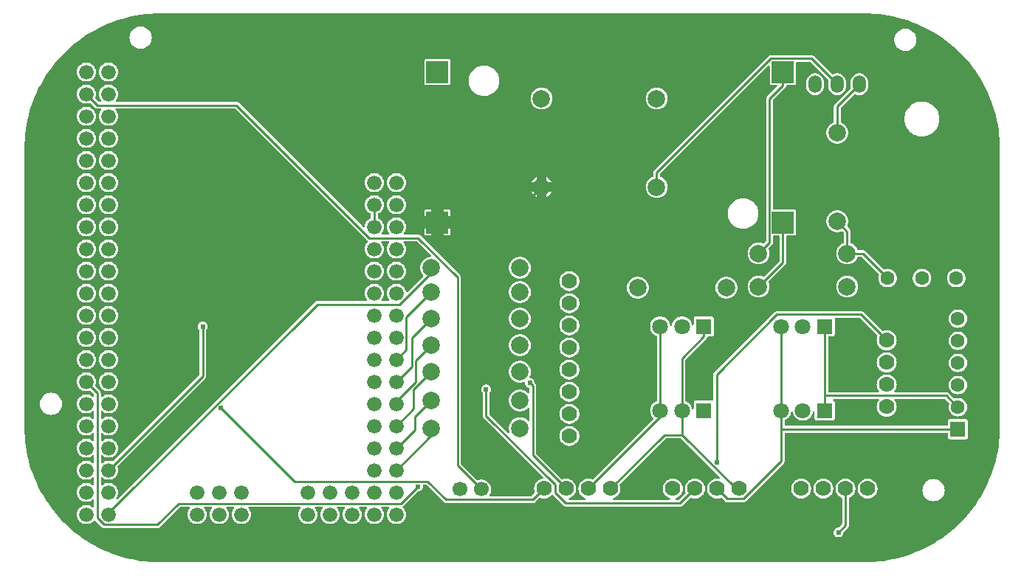
<source format=gbl>
G04 Layer: BottomLayer*
G04 EasyEDA v6.5.46, 2025-01-08 10:31:20*
G04 Gerber Generator version 0.2*
G04 Scale: 100 percent, Rotated: No, Reflected: No *
G04 Dimensions in inches *
G04 leading zeros omitted , absolute positions ,3 integer and 6 decimal *
%FSLAX36Y36*%
%MOIN*%

%ADD10C,0.0100*%
%ADD11C,0.0787*%
%ADD12C,0.0630*%
%ADD13R,0.0709X0.0709*%
%ADD14C,0.0709*%
%ADD15O,0.059054999999999996X0.07873999999999999*%
%ADD16C,0.0669*%
%ADD17C,0.0700*%
%ADD18R,0.0984X0.0984*%
%ADD19C,0.0660*%
%ADD20C,0.0240*%
%ADD21C,0.0111*%

%LPD*%
G36*
X617160Y8820D02*
G01*
X595140Y9220D01*
X573320Y10380D01*
X551580Y12340D01*
X529900Y15060D01*
X508340Y18560D01*
X486920Y22820D01*
X465660Y27839D01*
X444600Y33620D01*
X423760Y40160D01*
X403160Y47420D01*
X382840Y55420D01*
X362819Y64140D01*
X343120Y73580D01*
X323760Y83699D01*
X304780Y94520D01*
X286200Y106000D01*
X268040Y118120D01*
X250320Y130900D01*
X233080Y144300D01*
X216320Y158320D01*
X200080Y172920D01*
X184360Y188080D01*
X169200Y203800D01*
X154600Y220040D01*
X140600Y236820D01*
X127200Y254060D01*
X114420Y271780D01*
X102300Y289940D01*
X90820Y308520D01*
X80000Y327500D01*
X69880Y346860D01*
X60460Y366560D01*
X51740Y386599D01*
X43760Y406920D01*
X36500Y427520D01*
X29960Y448360D01*
X24200Y469420D01*
X19180Y490680D01*
X14920Y512100D01*
X11419Y533660D01*
X8700Y555340D01*
X6760Y577100D01*
X5600Y598900D01*
X5200Y620800D01*
X5200Y1877820D01*
X5600Y1899860D01*
X6760Y1921660D01*
X8720Y1943420D01*
X11439Y1965100D01*
X14940Y1986660D01*
X19200Y2008080D01*
X24220Y2029340D01*
X30000Y2050400D01*
X36540Y2071240D01*
X43800Y2091840D01*
X51800Y2112160D01*
X60519Y2132180D01*
X69960Y2151880D01*
X80079Y2171240D01*
X90879Y2190220D01*
X102360Y2208800D01*
X114500Y2226960D01*
X127280Y2244680D01*
X140680Y2261920D01*
X154700Y2278680D01*
X169300Y2294920D01*
X184460Y2310640D01*
X200180Y2325800D01*
X216420Y2340400D01*
X233180Y2354400D01*
X250440Y2367800D01*
X268160Y2380580D01*
X286320Y2392700D01*
X304900Y2404180D01*
X323880Y2414980D01*
X343240Y2425100D01*
X362939Y2434540D01*
X382960Y2443240D01*
X403300Y2451240D01*
X423900Y2458500D01*
X444739Y2465020D01*
X465800Y2470800D01*
X487060Y2475820D01*
X508480Y2480080D01*
X530040Y2483580D01*
X551720Y2486300D01*
X573460Y2488240D01*
X595280Y2489400D01*
X617160Y2489800D01*
X3797820Y2489800D01*
X3819860Y2489400D01*
X3841660Y2488220D01*
X3863420Y2486280D01*
X3885100Y2483560D01*
X3906660Y2480060D01*
X3928080Y2475800D01*
X3949320Y2470760D01*
X3970380Y2464980D01*
X3991240Y2458460D01*
X4011820Y2451200D01*
X4032160Y2443200D01*
X4052180Y2434480D01*
X4071880Y2425040D01*
X4091240Y2414920D01*
X4110220Y2404100D01*
X4128800Y2392620D01*
X4146960Y2380480D01*
X4164660Y2367720D01*
X4181920Y2354320D01*
X4198680Y2340300D01*
X4214920Y2325700D01*
X4230640Y2310540D01*
X4245800Y2294820D01*
X4260400Y2278560D01*
X4274400Y2261800D01*
X4287800Y2244560D01*
X4300560Y2226840D01*
X4312700Y2208680D01*
X4324180Y2190100D01*
X4334980Y2171120D01*
X4345100Y2151760D01*
X4354520Y2132060D01*
X4363240Y2112020D01*
X4371240Y2091699D01*
X4378500Y2071100D01*
X4385020Y2050260D01*
X4390800Y2029199D01*
X4395820Y2007940D01*
X4400080Y1986519D01*
X4403580Y1964960D01*
X4406300Y1943280D01*
X4408240Y1921519D01*
X4409400Y1899720D01*
X4409800Y1877820D01*
X4409800Y620780D01*
X4409400Y598760D01*
X4408220Y576940D01*
X4406280Y555200D01*
X4403560Y533520D01*
X4400060Y511960D01*
X4395800Y490540D01*
X4390760Y469280D01*
X4384980Y448220D01*
X4378460Y427380D01*
X4371180Y406780D01*
X4363180Y386460D01*
X4354460Y366440D01*
X4345040Y346740D01*
X4334920Y327380D01*
X4324100Y308400D01*
X4312620Y289820D01*
X4300480Y271660D01*
X4287700Y253939D01*
X4274300Y236700D01*
X4260300Y219940D01*
X4245700Y203700D01*
X4230540Y187979D01*
X4214820Y172820D01*
X4198560Y158220D01*
X4181800Y144220D01*
X4164560Y130820D01*
X4146840Y118040D01*
X4128680Y105920D01*
X4110080Y94440D01*
X4091100Y83640D01*
X4071760Y73520D01*
X4052040Y64080D01*
X4032020Y55380D01*
X4011700Y47380D01*
X3991100Y40119D01*
X3970260Y33580D01*
X3949180Y27820D01*
X3927940Y22799D01*
X3906500Y18540D01*
X3884940Y15040D01*
X3863279Y12320D01*
X3841520Y10380D01*
X3819720Y9220D01*
X3797820Y8820D01*
G37*

%LPC*%
G36*
X3680700Y121780D02*
G01*
X3684540Y122100D01*
X3688279Y123100D01*
X3691780Y124740D01*
X3694960Y126960D01*
X3697679Y129700D01*
X3699900Y132860D01*
X3701540Y136360D01*
X3702540Y140100D01*
X3702820Y143260D01*
X3703180Y144600D01*
X3703980Y145740D01*
X3722720Y164480D01*
X3724740Y166940D01*
X3726139Y169560D01*
X3727000Y172420D01*
X3727320Y175580D01*
X3727320Y296620D01*
X3727600Y298080D01*
X3728399Y299360D01*
X3729600Y300240D01*
X3733880Y302240D01*
X3738680Y305280D01*
X3743039Y308900D01*
X3746940Y313040D01*
X3750260Y317640D01*
X3753000Y322600D01*
X3755100Y327879D01*
X3756500Y333380D01*
X3757220Y339020D01*
X3757220Y344680D01*
X3756500Y350319D01*
X3755100Y355820D01*
X3753000Y361100D01*
X3750260Y366060D01*
X3746940Y370660D01*
X3743039Y374799D01*
X3738680Y378420D01*
X3733880Y381460D01*
X3728740Y383860D01*
X3723340Y385620D01*
X3717780Y386680D01*
X3712120Y387040D01*
X3706440Y386680D01*
X3700880Y385620D01*
X3695480Y383860D01*
X3690340Y381460D01*
X3685539Y378420D01*
X3681180Y374799D01*
X3677280Y370660D01*
X3673960Y366060D01*
X3671220Y361100D01*
X3669120Y355820D01*
X3667720Y350319D01*
X3667000Y344680D01*
X3667000Y339020D01*
X3667720Y333380D01*
X3669120Y327879D01*
X3671220Y322600D01*
X3673960Y317640D01*
X3677280Y313040D01*
X3681180Y308900D01*
X3685539Y305280D01*
X3690340Y302240D01*
X3694620Y300240D01*
X3695820Y299360D01*
X3696620Y298080D01*
X3696920Y296620D01*
X3696920Y183320D01*
X3696600Y181800D01*
X3695740Y180500D01*
X3682480Y167240D01*
X3681340Y166439D01*
X3680000Y166080D01*
X3676840Y165799D01*
X3673100Y164800D01*
X3669600Y163160D01*
X3666420Y160940D01*
X3663700Y158220D01*
X3661480Y155040D01*
X3659840Y151540D01*
X3658840Y147800D01*
X3658500Y143960D01*
X3658840Y140100D01*
X3659840Y136360D01*
X3661480Y132860D01*
X3663700Y129700D01*
X3666420Y126960D01*
X3669600Y124740D01*
X3673100Y123100D01*
X3676840Y122100D01*
G37*
G36*
X366019Y163400D02*
G01*
X605580Y163400D01*
X608740Y163700D01*
X611580Y164560D01*
X614200Y165980D01*
X616660Y167979D01*
X707300Y258640D01*
X708600Y259500D01*
X710140Y259800D01*
X749320Y259800D01*
X750780Y259520D01*
X752039Y258740D01*
X752920Y257540D01*
X753300Y256100D01*
X753139Y254620D01*
X752440Y253320D01*
X749580Y249720D01*
X746700Y244980D01*
X744460Y239920D01*
X742900Y234620D01*
X742000Y229140D01*
X741840Y223619D01*
X742360Y218100D01*
X743600Y212719D01*
X745500Y207520D01*
X748060Y202600D01*
X751240Y198080D01*
X754960Y193980D01*
X759160Y190380D01*
X763800Y187360D01*
X768800Y184960D01*
X774040Y183220D01*
X779479Y182160D01*
X785000Y181800D01*
X790520Y182160D01*
X795960Y183220D01*
X801200Y184960D01*
X806200Y187360D01*
X810840Y190380D01*
X815040Y193980D01*
X818760Y198080D01*
X821940Y202600D01*
X824500Y207520D01*
X826400Y212719D01*
X827640Y218100D01*
X828160Y223619D01*
X828000Y229140D01*
X827099Y234620D01*
X825540Y239920D01*
X823300Y244980D01*
X820420Y249720D01*
X817560Y253320D01*
X816860Y254620D01*
X816700Y256100D01*
X817080Y257540D01*
X817960Y258740D01*
X819220Y259520D01*
X820680Y259800D01*
X849320Y259800D01*
X850780Y259520D01*
X852039Y258740D01*
X852920Y257540D01*
X853300Y256100D01*
X853139Y254620D01*
X852440Y253320D01*
X849580Y249720D01*
X846700Y244980D01*
X844460Y239920D01*
X842900Y234620D01*
X842000Y229140D01*
X841840Y223619D01*
X842360Y218100D01*
X843600Y212719D01*
X845500Y207520D01*
X848060Y202600D01*
X851240Y198080D01*
X854960Y193980D01*
X859160Y190380D01*
X863800Y187360D01*
X868800Y184960D01*
X874040Y183220D01*
X879479Y182160D01*
X885000Y181800D01*
X890520Y182160D01*
X895960Y183220D01*
X901200Y184960D01*
X906200Y187360D01*
X910840Y190380D01*
X915040Y193980D01*
X918760Y198080D01*
X921940Y202600D01*
X924500Y207520D01*
X926400Y212719D01*
X927640Y218100D01*
X928160Y223619D01*
X928000Y229140D01*
X927099Y234620D01*
X925540Y239920D01*
X923300Y244980D01*
X920420Y249720D01*
X917560Y253320D01*
X916860Y254620D01*
X916700Y256100D01*
X917080Y257540D01*
X917960Y258740D01*
X919220Y259520D01*
X920680Y259800D01*
X949320Y259800D01*
X950780Y259520D01*
X952039Y258740D01*
X952920Y257540D01*
X953300Y256100D01*
X953139Y254620D01*
X952440Y253320D01*
X949580Y249720D01*
X946700Y244980D01*
X944460Y239920D01*
X942900Y234620D01*
X942000Y229140D01*
X941840Y223619D01*
X942360Y218100D01*
X943600Y212719D01*
X945500Y207520D01*
X948060Y202600D01*
X951240Y198080D01*
X954960Y193980D01*
X959160Y190380D01*
X963800Y187360D01*
X968800Y184960D01*
X974040Y183220D01*
X979479Y182160D01*
X985000Y181800D01*
X990520Y182160D01*
X995960Y183220D01*
X1001200Y184960D01*
X1006200Y187360D01*
X1010840Y190380D01*
X1015040Y193980D01*
X1018760Y198080D01*
X1021940Y202600D01*
X1024500Y207520D01*
X1026400Y212719D01*
X1027640Y218100D01*
X1028160Y223619D01*
X1028000Y229140D01*
X1027099Y234620D01*
X1025540Y239920D01*
X1023300Y244980D01*
X1020420Y249720D01*
X1017560Y253320D01*
X1016860Y254620D01*
X1016700Y256100D01*
X1017080Y257540D01*
X1017960Y258740D01*
X1019220Y259520D01*
X1020680Y259800D01*
X1249320Y259800D01*
X1250780Y259520D01*
X1252040Y258740D01*
X1252920Y257540D01*
X1253300Y256100D01*
X1253140Y254620D01*
X1252440Y253320D01*
X1249580Y249720D01*
X1246700Y244980D01*
X1244460Y239920D01*
X1242900Y234620D01*
X1242000Y229140D01*
X1241840Y223619D01*
X1242360Y218100D01*
X1243600Y212719D01*
X1245500Y207520D01*
X1248060Y202600D01*
X1251240Y198080D01*
X1254960Y193980D01*
X1259160Y190380D01*
X1263800Y187360D01*
X1268800Y184960D01*
X1274040Y183220D01*
X1279480Y182160D01*
X1285000Y181800D01*
X1290520Y182160D01*
X1295960Y183220D01*
X1301200Y184960D01*
X1306200Y187360D01*
X1310840Y190380D01*
X1315040Y193980D01*
X1318760Y198080D01*
X1321940Y202600D01*
X1324500Y207520D01*
X1326399Y212719D01*
X1327640Y218100D01*
X1328160Y223619D01*
X1328000Y229140D01*
X1327100Y234620D01*
X1325540Y239920D01*
X1323300Y244980D01*
X1320420Y249720D01*
X1317560Y253320D01*
X1316860Y254620D01*
X1316699Y256100D01*
X1317080Y257540D01*
X1317960Y258740D01*
X1319220Y259520D01*
X1320680Y259800D01*
X1349319Y259800D01*
X1350780Y259520D01*
X1352040Y258740D01*
X1352920Y257540D01*
X1353300Y256100D01*
X1353140Y254620D01*
X1352440Y253320D01*
X1349580Y249720D01*
X1346699Y244980D01*
X1344460Y239920D01*
X1342900Y234620D01*
X1342000Y229140D01*
X1341840Y223619D01*
X1342360Y218100D01*
X1343600Y212719D01*
X1345500Y207520D01*
X1348060Y202600D01*
X1351240Y198080D01*
X1354960Y193980D01*
X1359160Y190380D01*
X1363800Y187360D01*
X1368800Y184960D01*
X1374040Y183220D01*
X1379480Y182160D01*
X1385000Y181800D01*
X1390520Y182160D01*
X1395960Y183220D01*
X1401200Y184960D01*
X1406200Y187360D01*
X1410840Y190380D01*
X1415040Y193980D01*
X1418760Y198080D01*
X1421940Y202600D01*
X1424500Y207520D01*
X1426399Y212719D01*
X1427640Y218100D01*
X1428160Y223619D01*
X1428000Y229140D01*
X1427100Y234620D01*
X1425540Y239920D01*
X1423300Y244980D01*
X1420420Y249720D01*
X1417560Y253320D01*
X1416860Y254620D01*
X1416699Y256100D01*
X1417080Y257540D01*
X1417960Y258740D01*
X1419220Y259520D01*
X1420680Y259800D01*
X1449319Y259800D01*
X1450780Y259520D01*
X1452040Y258740D01*
X1452920Y257540D01*
X1453300Y256100D01*
X1453140Y254620D01*
X1452440Y253320D01*
X1449580Y249720D01*
X1446699Y244980D01*
X1444460Y239920D01*
X1442900Y234620D01*
X1442000Y229140D01*
X1441840Y223619D01*
X1442360Y218100D01*
X1443600Y212719D01*
X1445500Y207520D01*
X1448060Y202600D01*
X1451240Y198080D01*
X1454960Y193980D01*
X1459160Y190380D01*
X1463800Y187360D01*
X1468800Y184960D01*
X1474040Y183220D01*
X1479480Y182160D01*
X1485000Y181800D01*
X1490520Y182160D01*
X1495960Y183220D01*
X1501200Y184960D01*
X1506200Y187360D01*
X1510840Y190380D01*
X1515040Y193980D01*
X1518760Y198080D01*
X1521940Y202600D01*
X1524500Y207520D01*
X1526399Y212719D01*
X1527640Y218100D01*
X1528160Y223619D01*
X1528000Y229140D01*
X1527100Y234620D01*
X1525540Y239920D01*
X1523300Y244980D01*
X1520420Y249720D01*
X1517560Y253320D01*
X1516860Y254620D01*
X1516699Y256100D01*
X1517080Y257540D01*
X1517960Y258740D01*
X1519220Y259520D01*
X1520680Y259800D01*
X1549319Y259800D01*
X1550780Y259520D01*
X1552040Y258740D01*
X1552920Y257540D01*
X1553300Y256100D01*
X1553140Y254620D01*
X1552440Y253320D01*
X1549580Y249720D01*
X1546699Y244980D01*
X1544460Y239920D01*
X1542900Y234620D01*
X1542000Y229140D01*
X1541840Y223619D01*
X1542360Y218100D01*
X1543600Y212719D01*
X1545500Y207520D01*
X1548060Y202600D01*
X1551240Y198080D01*
X1554960Y193980D01*
X1559160Y190380D01*
X1563800Y187360D01*
X1568800Y184960D01*
X1574040Y183220D01*
X1579480Y182160D01*
X1585000Y181800D01*
X1590520Y182160D01*
X1595960Y183220D01*
X1601200Y184960D01*
X1606200Y187360D01*
X1610840Y190380D01*
X1615040Y193980D01*
X1618760Y198080D01*
X1621940Y202600D01*
X1624500Y207520D01*
X1626399Y212719D01*
X1627640Y218100D01*
X1628160Y223619D01*
X1628000Y229140D01*
X1627100Y234620D01*
X1625540Y239920D01*
X1623300Y244980D01*
X1620420Y249720D01*
X1617560Y253320D01*
X1616860Y254620D01*
X1616699Y256100D01*
X1617080Y257540D01*
X1617960Y258740D01*
X1619220Y259520D01*
X1620680Y259800D01*
X1649319Y259800D01*
X1650780Y259520D01*
X1652040Y258740D01*
X1652920Y257540D01*
X1653300Y256100D01*
X1653140Y254620D01*
X1652440Y253320D01*
X1649580Y249720D01*
X1646699Y244980D01*
X1644460Y239920D01*
X1642900Y234620D01*
X1642000Y229140D01*
X1641840Y223619D01*
X1642360Y218100D01*
X1643600Y212719D01*
X1645500Y207520D01*
X1648060Y202600D01*
X1651240Y198080D01*
X1654960Y193980D01*
X1659160Y190380D01*
X1663800Y187360D01*
X1668800Y184960D01*
X1674040Y183220D01*
X1679480Y182160D01*
X1685000Y181800D01*
X1690520Y182160D01*
X1695960Y183220D01*
X1701200Y184960D01*
X1706200Y187360D01*
X1710840Y190380D01*
X1715040Y193980D01*
X1718760Y198080D01*
X1721940Y202600D01*
X1724500Y207520D01*
X1726399Y212719D01*
X1727640Y218100D01*
X1728160Y223619D01*
X1728000Y229140D01*
X1727100Y234620D01*
X1725540Y239920D01*
X1723300Y244980D01*
X1720420Y249720D01*
X1716980Y254040D01*
X1714220Y256720D01*
X1713280Y258100D01*
X1713000Y259760D01*
X1713420Y261380D01*
X1714460Y262680D01*
X1716540Y264400D01*
X1780100Y327939D01*
X1781240Y328740D01*
X1782580Y329099D01*
X1785740Y329380D01*
X1789460Y330379D01*
X1792980Y332020D01*
X1796140Y334240D01*
X1798880Y336960D01*
X1801100Y340140D01*
X1802720Y343640D01*
X1803720Y347380D01*
X1804060Y351220D01*
X1803680Y355460D01*
X1803880Y357080D01*
X1804720Y358500D01*
X1806060Y359460D01*
X1807680Y359799D01*
X1818180Y359799D01*
X1819720Y359500D01*
X1821020Y358640D01*
X1897840Y281820D01*
X1900280Y279800D01*
X1902920Y278400D01*
X1905760Y277540D01*
X1908920Y277220D01*
X2301600Y277220D01*
X2304760Y277540D01*
X2307600Y278400D01*
X2310220Y279800D01*
X2312680Y281820D01*
X2330020Y299160D01*
X2331380Y300060D01*
X2332980Y300340D01*
X2334660Y299900D01*
X2340060Y298160D01*
X2345640Y297100D01*
X2351300Y296740D01*
X2356960Y297100D01*
X2362540Y298160D01*
X2367940Y299900D01*
X2373060Y302320D01*
X2377860Y305360D01*
X2382240Y308980D01*
X2385560Y312540D01*
X2386860Y313460D01*
X2388420Y313800D01*
X2389980Y313500D01*
X2391320Y312620D01*
X2438340Y265600D01*
X2440780Y263600D01*
X2443420Y262180D01*
X2446260Y261320D01*
X2449420Y261020D01*
X2966440Y261020D01*
X2969600Y261320D01*
X2972440Y262180D01*
X2975080Y263600D01*
X2977520Y265600D01*
X3011080Y299160D01*
X3012440Y300060D01*
X3014040Y300340D01*
X3015720Y299920D01*
X3021120Y298160D01*
X3026700Y297100D01*
X3032360Y296740D01*
X3038020Y297100D01*
X3043600Y298160D01*
X3049000Y299920D01*
X3054120Y302320D01*
X3058920Y305360D01*
X3063300Y308980D01*
X3067180Y313120D01*
X3070520Y317720D01*
X3073240Y322680D01*
X3075340Y327960D01*
X3076740Y333459D01*
X3077460Y339099D01*
X3077460Y344760D01*
X3076740Y350400D01*
X3075340Y355900D01*
X3073240Y361180D01*
X3070520Y366140D01*
X3067180Y370740D01*
X3063300Y374880D01*
X3058920Y378500D01*
X3054120Y381540D01*
X3049000Y383940D01*
X3043600Y385700D01*
X3038020Y386760D01*
X3032360Y387120D01*
X3026700Y386760D01*
X3021120Y385700D01*
X3015720Y383940D01*
X3010580Y381540D01*
X3005800Y378500D01*
X3001420Y374880D01*
X2997540Y370740D01*
X2994200Y366140D01*
X2991460Y361180D01*
X2989380Y355900D01*
X2987960Y350400D01*
X2987260Y344760D01*
X2987260Y339099D01*
X2987960Y333459D01*
X2989380Y327960D01*
X2990539Y325020D01*
X2990820Y323500D01*
X2990500Y322000D01*
X2989660Y320720D01*
X2961520Y292580D01*
X2960220Y291720D01*
X2958680Y291420D01*
X2948100Y291420D01*
X2946520Y291740D01*
X2945200Y292660D01*
X2944360Y294000D01*
X2944100Y295600D01*
X2944500Y297160D01*
X2945460Y298420D01*
X2946860Y299220D01*
X2949000Y299920D01*
X2954120Y302320D01*
X2958920Y305360D01*
X2963300Y308980D01*
X2967180Y313120D01*
X2970520Y317720D01*
X2973240Y322680D01*
X2975340Y327960D01*
X2976740Y333459D01*
X2977460Y339099D01*
X2977460Y344760D01*
X2976740Y350400D01*
X2975340Y355900D01*
X2973240Y361180D01*
X2970520Y366140D01*
X2967180Y370740D01*
X2963300Y374880D01*
X2958920Y378500D01*
X2954120Y381540D01*
X2949000Y383940D01*
X2943600Y385700D01*
X2938020Y386760D01*
X2932360Y387120D01*
X2926700Y386760D01*
X2921120Y385700D01*
X2915720Y383940D01*
X2910580Y381540D01*
X2905800Y378500D01*
X2901420Y374880D01*
X2897540Y370740D01*
X2894200Y366140D01*
X2891460Y361180D01*
X2889380Y355900D01*
X2887960Y350400D01*
X2887260Y344760D01*
X2887260Y339099D01*
X2887960Y333459D01*
X2889380Y327960D01*
X2891460Y322680D01*
X2894200Y317720D01*
X2897540Y313120D01*
X2901420Y308980D01*
X2905800Y305360D01*
X2910580Y302320D01*
X2915720Y299920D01*
X2917860Y299220D01*
X2919240Y298420D01*
X2920220Y297160D01*
X2920620Y295600D01*
X2920360Y294000D01*
X2919500Y292660D01*
X2918180Y291740D01*
X2916620Y291420D01*
X2667280Y291420D01*
X2665720Y291740D01*
X2664400Y292660D01*
X2663540Y294000D01*
X2663300Y295600D01*
X2663680Y297160D01*
X2664660Y298420D01*
X2666060Y299220D01*
X2667940Y299820D01*
X2673060Y302240D01*
X2677860Y305280D01*
X2682240Y308900D01*
X2686120Y313040D01*
X2689460Y317640D01*
X2692180Y322600D01*
X2694280Y327879D01*
X2695680Y333380D01*
X2696400Y339020D01*
X2696400Y344680D01*
X2695680Y350319D01*
X2694280Y355820D01*
X2693100Y358760D01*
X2692820Y360280D01*
X2693140Y361780D01*
X2694000Y363060D01*
X2899340Y568400D01*
X2900640Y569260D01*
X2902160Y569560D01*
X2966280Y569560D01*
X2967820Y569260D01*
X2969120Y568400D01*
X3144640Y392860D01*
X3145560Y391440D01*
X3145820Y389780D01*
X3145360Y388160D01*
X3144280Y386880D01*
X3142760Y386140D01*
X3141060Y386100D01*
X3138020Y386680D01*
X3132360Y387040D01*
X3126700Y386680D01*
X3121120Y385620D01*
X3115720Y383860D01*
X3110580Y381460D01*
X3105800Y378420D01*
X3101420Y374799D01*
X3097540Y370660D01*
X3094200Y366060D01*
X3091460Y361100D01*
X3089380Y355820D01*
X3087960Y350319D01*
X3087260Y344680D01*
X3087260Y339020D01*
X3087960Y333380D01*
X3089380Y327879D01*
X3091460Y322600D01*
X3094200Y317640D01*
X3097540Y313040D01*
X3101420Y308900D01*
X3105800Y305280D01*
X3110580Y302240D01*
X3115720Y299840D01*
X3121120Y298080D01*
X3126700Y297020D01*
X3132360Y296660D01*
X3138020Y297020D01*
X3143600Y298080D01*
X3149100Y299880D01*
X3150680Y300260D01*
X3152280Y299980D01*
X3153620Y299080D01*
X3167620Y285100D01*
X3170059Y283100D01*
X3172700Y281680D01*
X3175539Y280820D01*
X3178700Y280520D01*
X3251300Y280520D01*
X3254460Y280820D01*
X3257300Y281680D01*
X3259940Y283100D01*
X3262380Y285100D01*
X3432180Y454900D01*
X3434200Y457360D01*
X3435600Y459980D01*
X3436460Y462840D01*
X3436780Y466000D01*
X3436780Y590800D01*
X3437080Y592340D01*
X3437960Y593640D01*
X3439240Y594500D01*
X3440779Y594800D01*
X4170360Y594800D01*
X4171900Y594500D01*
X4173200Y593640D01*
X4174060Y592340D01*
X4174360Y590800D01*
X4174360Y574800D01*
X4174640Y572300D01*
X4175400Y570160D01*
X4176620Y568220D01*
X4178220Y566620D01*
X4180160Y565400D01*
X4182300Y564640D01*
X4184800Y564360D01*
X4255200Y564360D01*
X4257700Y564640D01*
X4259840Y565400D01*
X4261780Y566620D01*
X4263380Y568220D01*
X4264600Y570160D01*
X4265360Y572300D01*
X4265640Y574800D01*
X4265640Y645200D01*
X4265360Y647700D01*
X4264600Y649840D01*
X4263380Y651780D01*
X4261780Y653379D01*
X4259840Y654599D01*
X4257700Y655360D01*
X4255200Y655639D01*
X4184800Y655639D01*
X4182300Y655360D01*
X4180160Y654599D01*
X4178220Y653379D01*
X4176620Y651780D01*
X4175400Y649840D01*
X4174640Y647700D01*
X4174360Y645200D01*
X4174360Y629200D01*
X4174060Y627680D01*
X4173200Y626380D01*
X4171900Y625500D01*
X4170360Y625200D01*
X3440779Y625200D01*
X3439240Y625500D01*
X3437960Y626380D01*
X3437080Y627680D01*
X3436780Y629200D01*
X3436780Y649320D01*
X3437100Y650879D01*
X3437980Y652180D01*
X3439300Y653040D01*
X3441000Y653720D01*
X3446019Y656480D01*
X3450659Y659840D01*
X3454840Y663760D01*
X3458480Y668180D01*
X3461560Y673020D01*
X3464000Y678199D01*
X3465760Y683660D01*
X3466860Y689380D01*
X3467440Y690840D01*
X3468560Y691940D01*
X3470000Y692540D01*
X3471580Y692540D01*
X3473020Y691940D01*
X3474120Y690840D01*
X3474720Y689380D01*
X3475800Y683660D01*
X3477580Y678199D01*
X3480020Y673020D01*
X3483080Y668180D01*
X3486740Y663760D01*
X3490920Y659840D01*
X3495560Y656480D01*
X3500580Y653720D01*
X3505899Y651600D01*
X3511460Y650180D01*
X3517140Y649460D01*
X3522860Y649460D01*
X3528540Y650180D01*
X3534100Y651600D01*
X3539420Y653720D01*
X3544440Y656480D01*
X3549080Y659840D01*
X3553260Y663760D01*
X3556920Y668180D01*
X3559980Y673020D01*
X3562420Y678199D01*
X3564200Y683660D01*
X3564860Y687180D01*
X3565520Y688720D01*
X3566740Y689860D01*
X3568320Y690400D01*
X3570000Y690240D01*
X3571460Y689419D01*
X3572440Y688060D01*
X3572799Y686420D01*
X3572799Y659800D01*
X3573080Y657300D01*
X3573820Y655160D01*
X3575040Y653220D01*
X3576640Y651620D01*
X3578580Y650400D01*
X3580720Y649640D01*
X3583220Y649360D01*
X3653639Y649360D01*
X3656120Y649640D01*
X3658279Y650400D01*
X3660200Y651620D01*
X3661820Y653220D01*
X3663020Y655160D01*
X3663780Y657300D01*
X3664060Y659800D01*
X3664060Y730200D01*
X3663780Y732700D01*
X3663020Y734840D01*
X3661820Y736780D01*
X3660220Y738360D01*
X3657720Y739880D01*
X3656480Y741080D01*
X3655840Y742660D01*
X3655940Y744380D01*
X3656760Y745900D01*
X3658120Y746940D01*
X3659800Y747300D01*
X3860040Y747300D01*
X3861520Y747020D01*
X3862780Y746220D01*
X3863660Y745000D01*
X3864040Y743560D01*
X3863860Y742060D01*
X3863120Y740759D01*
X3861720Y739060D01*
X3858680Y734280D01*
X3856280Y729140D01*
X3854520Y723740D01*
X3853460Y718160D01*
X3853100Y712500D01*
X3853460Y706840D01*
X3854520Y701260D01*
X3856280Y695860D01*
X3858680Y690720D01*
X3861720Y685939D01*
X3865340Y681560D01*
X3869480Y677680D01*
X3874080Y674340D01*
X3879040Y671600D01*
X3884320Y669520D01*
X3889820Y668100D01*
X3895460Y667400D01*
X3901120Y667400D01*
X3906760Y668100D01*
X3912260Y669520D01*
X3917540Y671600D01*
X3922500Y674340D01*
X3927100Y677680D01*
X3931240Y681560D01*
X3934860Y685939D01*
X3937900Y690720D01*
X3940299Y695860D01*
X3942060Y701260D01*
X3943120Y706840D01*
X3943480Y712500D01*
X3943120Y718160D01*
X3942060Y723740D01*
X3940299Y729140D01*
X3937900Y734280D01*
X3934860Y739060D01*
X3933460Y740759D01*
X3932740Y742060D01*
X3932540Y743560D01*
X3932919Y745000D01*
X3933800Y746220D01*
X3935059Y747020D01*
X3936540Y747300D01*
X4159540Y747300D01*
X4161080Y747000D01*
X4162380Y746140D01*
X4180000Y728520D01*
X4180840Y727300D01*
X4181160Y725860D01*
X4180960Y724400D01*
X4179740Y720780D01*
X4178660Y715440D01*
X4178320Y710000D01*
X4178660Y704560D01*
X4179740Y699220D01*
X4181480Y694040D01*
X4183900Y689160D01*
X4186920Y684620D01*
X4190520Y680520D01*
X4194620Y676919D01*
X4199160Y673900D01*
X4204040Y671480D01*
X4209220Y669740D01*
X4214560Y668660D01*
X4220000Y668319D01*
X4225440Y668660D01*
X4230780Y669740D01*
X4235960Y671480D01*
X4240840Y673900D01*
X4245380Y676919D01*
X4249480Y680520D01*
X4253080Y684620D01*
X4256100Y689160D01*
X4258520Y694040D01*
X4260260Y699220D01*
X4261340Y704560D01*
X4261680Y710000D01*
X4261340Y715440D01*
X4260260Y720780D01*
X4258520Y725960D01*
X4256100Y730840D01*
X4253080Y735380D01*
X4249480Y739479D01*
X4245380Y743080D01*
X4240840Y746100D01*
X4235960Y748520D01*
X4230780Y750260D01*
X4225440Y751340D01*
X4220000Y751680D01*
X4214560Y751340D01*
X4209220Y750260D01*
X4205620Y749040D01*
X4204160Y748840D01*
X4202720Y749180D01*
X4201500Y750000D01*
X4178380Y773120D01*
X4175940Y775120D01*
X4173300Y776540D01*
X4170460Y777400D01*
X4167300Y777700D01*
X3936540Y777700D01*
X3935059Y777980D01*
X3933800Y778780D01*
X3932919Y780000D01*
X3932540Y781460D01*
X3932740Y782940D01*
X3933460Y784260D01*
X3934860Y785939D01*
X3937900Y790720D01*
X3940299Y795860D01*
X3942060Y801260D01*
X3943120Y806840D01*
X3943480Y812500D01*
X3943120Y818160D01*
X3942060Y823740D01*
X3940299Y829140D01*
X3937900Y834280D01*
X3934860Y839060D01*
X3931240Y843439D01*
X3927100Y847320D01*
X3922500Y850660D01*
X3917540Y853400D01*
X3912260Y855480D01*
X3906760Y856900D01*
X3901120Y857600D01*
X3895460Y857600D01*
X3889820Y856900D01*
X3884320Y855480D01*
X3879040Y853400D01*
X3874080Y850660D01*
X3869480Y847320D01*
X3865340Y843439D01*
X3861720Y839060D01*
X3858680Y834280D01*
X3856280Y829140D01*
X3854520Y823740D01*
X3853460Y818160D01*
X3853100Y812500D01*
X3853460Y806840D01*
X3854520Y801260D01*
X3856280Y795860D01*
X3858680Y790720D01*
X3861720Y785939D01*
X3863120Y784260D01*
X3863840Y782940D01*
X3864040Y781460D01*
X3863660Y780000D01*
X3862780Y778780D01*
X3861520Y777980D01*
X3860040Y777700D01*
X3637640Y777700D01*
X3636100Y778000D01*
X3634800Y778880D01*
X3633940Y780180D01*
X3633639Y781700D01*
X3633639Y1025360D01*
X3633940Y1026900D01*
X3634800Y1028199D01*
X3636100Y1029060D01*
X3637640Y1029360D01*
X3653639Y1029360D01*
X3656120Y1029640D01*
X3658279Y1030400D01*
X3660200Y1031620D01*
X3661820Y1033220D01*
X3663020Y1035160D01*
X3663780Y1037300D01*
X3664060Y1039800D01*
X3664060Y1109380D01*
X3664360Y1110920D01*
X3665220Y1112220D01*
X3666520Y1113080D01*
X3668060Y1113380D01*
X3774340Y1113380D01*
X3775860Y1113080D01*
X3777160Y1112220D01*
X3855600Y1033780D01*
X3856500Y1032420D01*
X3856780Y1030819D01*
X3856360Y1029140D01*
X3854600Y1023740D01*
X3853540Y1018160D01*
X3853180Y1012500D01*
X3853540Y1006840D01*
X3854600Y1001260D01*
X3856360Y995860D01*
X3858759Y990720D01*
X3861800Y985939D01*
X3865419Y981560D01*
X3869560Y977680D01*
X3874160Y974340D01*
X3879120Y971600D01*
X3884400Y969520D01*
X3889900Y968100D01*
X3895539Y967400D01*
X3901200Y967400D01*
X3906840Y968100D01*
X3912340Y969520D01*
X3917620Y971600D01*
X3922580Y974340D01*
X3927180Y977680D01*
X3931320Y981560D01*
X3934940Y985939D01*
X3937980Y990720D01*
X3940380Y995860D01*
X3942140Y1001260D01*
X3943200Y1006840D01*
X3943560Y1012500D01*
X3943200Y1018160D01*
X3942140Y1023740D01*
X3940380Y1029140D01*
X3937980Y1034280D01*
X3934940Y1039060D01*
X3931320Y1043439D01*
X3927180Y1047320D01*
X3922580Y1050660D01*
X3917620Y1053400D01*
X3912340Y1055480D01*
X3906840Y1056900D01*
X3901200Y1057600D01*
X3895539Y1057600D01*
X3889900Y1056900D01*
X3884400Y1055480D01*
X3881460Y1054320D01*
X3879940Y1054040D01*
X3878440Y1054340D01*
X3877160Y1055200D01*
X3793180Y1139200D01*
X3790720Y1141200D01*
X3788100Y1142620D01*
X3785260Y1143480D01*
X3782100Y1143780D01*
X3403060Y1143780D01*
X3399900Y1143480D01*
X3397060Y1142620D01*
X3394420Y1141200D01*
X3391980Y1139200D01*
X3119660Y866880D01*
X3117640Y864419D01*
X3116240Y861800D01*
X3115380Y858960D01*
X3115080Y855800D01*
X3115080Y744300D01*
X3114720Y742660D01*
X3113740Y741320D01*
X3112280Y740480D01*
X3110620Y740320D01*
X3107880Y740639D01*
X3037460Y740639D01*
X3034960Y740360D01*
X3032820Y739599D01*
X3030880Y738379D01*
X3029280Y736780D01*
X3028060Y734840D01*
X3027320Y732700D01*
X3027040Y730200D01*
X3027040Y703580D01*
X3026680Y701940D01*
X3025680Y700580D01*
X3024240Y699760D01*
X3022559Y699599D01*
X3020980Y700140D01*
X3019760Y701280D01*
X3019100Y702820D01*
X3018420Y706340D01*
X3016660Y711800D01*
X3014220Y716979D01*
X3011139Y721820D01*
X3007500Y726240D01*
X3003320Y730160D01*
X2998680Y733520D01*
X2993660Y736280D01*
X2991960Y736960D01*
X2990640Y737820D01*
X2989760Y739120D01*
X2989440Y740680D01*
X2989440Y922120D01*
X2989740Y923640D01*
X2990620Y924940D01*
X3083260Y1017600D01*
X3085280Y1020060D01*
X3086680Y1022680D01*
X3087980Y1027159D01*
X3088860Y1028340D01*
X3090120Y1029100D01*
X3091560Y1029360D01*
X3107860Y1029360D01*
X3110360Y1029640D01*
X3112500Y1030400D01*
X3114440Y1031620D01*
X3116040Y1033220D01*
X3117260Y1035160D01*
X3118020Y1037300D01*
X3118300Y1039800D01*
X3118300Y1110200D01*
X3118020Y1112700D01*
X3117260Y1114840D01*
X3116040Y1116780D01*
X3114440Y1118380D01*
X3112500Y1119600D01*
X3110360Y1120360D01*
X3107860Y1120640D01*
X3037460Y1120640D01*
X3034960Y1120360D01*
X3032820Y1119600D01*
X3030880Y1118380D01*
X3029280Y1116780D01*
X3028060Y1114840D01*
X3027300Y1112700D01*
X3027020Y1110200D01*
X3027020Y1083580D01*
X3026680Y1081940D01*
X3025680Y1080580D01*
X3024220Y1079760D01*
X3022559Y1079600D01*
X3020980Y1080140D01*
X3019760Y1081280D01*
X3019100Y1082820D01*
X3018420Y1086340D01*
X3016660Y1091800D01*
X3014220Y1096980D01*
X3011139Y1101820D01*
X3007500Y1106240D01*
X3003320Y1110160D01*
X2998680Y1113520D01*
X2993660Y1116280D01*
X2988340Y1118400D01*
X2982780Y1119820D01*
X2977100Y1120540D01*
X2971380Y1120540D01*
X2965680Y1119820D01*
X2960140Y1118400D01*
X2954800Y1116280D01*
X2949780Y1113520D01*
X2945160Y1110160D01*
X2940980Y1106240D01*
X2937320Y1101820D01*
X2934260Y1096980D01*
X2931820Y1091800D01*
X2930040Y1086340D01*
X2928960Y1080620D01*
X2928360Y1079160D01*
X2927260Y1078060D01*
X2925800Y1077460D01*
X2924240Y1077460D01*
X2922799Y1078060D01*
X2921680Y1079160D01*
X2921100Y1080620D01*
X2920000Y1086340D01*
X2918240Y1091800D01*
X2915800Y1096980D01*
X2912720Y1101820D01*
X2909080Y1106240D01*
X2904900Y1110160D01*
X2900260Y1113520D01*
X2895240Y1116280D01*
X2889900Y1118400D01*
X2884360Y1119820D01*
X2878680Y1120540D01*
X2872940Y1120540D01*
X2867260Y1119820D01*
X2861720Y1118400D01*
X2856380Y1116280D01*
X2851360Y1113520D01*
X2846720Y1110160D01*
X2842559Y1106240D01*
X2838900Y1101820D01*
X2835820Y1096980D01*
X2833380Y1091800D01*
X2831620Y1086340D01*
X2830539Y1080720D01*
X2830179Y1075000D01*
X2830539Y1069280D01*
X2831620Y1063660D01*
X2833380Y1058200D01*
X2835820Y1053020D01*
X2838900Y1048180D01*
X2842559Y1043760D01*
X2846720Y1039840D01*
X2851360Y1036480D01*
X2856380Y1033720D01*
X2858100Y1033040D01*
X2859420Y1032180D01*
X2860299Y1030879D01*
X2860620Y1029320D01*
X2860620Y740680D01*
X2860299Y739120D01*
X2859420Y737820D01*
X2858100Y736960D01*
X2856380Y736280D01*
X2851360Y733520D01*
X2846740Y730160D01*
X2842559Y726240D01*
X2838900Y721820D01*
X2835840Y716979D01*
X2833399Y711800D01*
X2831620Y706340D01*
X2830539Y700720D01*
X2830179Y695000D01*
X2830539Y689280D01*
X2831620Y683660D01*
X2833399Y678199D01*
X2835840Y673020D01*
X2838900Y668180D01*
X2842559Y663760D01*
X2844280Y662159D01*
X2845200Y660860D01*
X2845539Y659300D01*
X2845240Y657740D01*
X2844360Y656420D01*
X2572559Y384620D01*
X2571200Y383720D01*
X2569600Y383440D01*
X2567940Y383860D01*
X2562540Y385620D01*
X2556960Y386680D01*
X2551300Y387040D01*
X2545640Y386680D01*
X2540060Y385620D01*
X2534660Y383860D01*
X2529520Y381460D01*
X2524740Y378400D01*
X2520360Y374799D01*
X2516480Y370660D01*
X2513140Y366060D01*
X2510400Y361079D01*
X2508320Y355820D01*
X2506900Y350319D01*
X2506200Y344680D01*
X2506200Y339020D01*
X2506900Y333380D01*
X2508320Y327879D01*
X2510400Y322600D01*
X2513140Y317640D01*
X2516480Y313040D01*
X2520360Y308900D01*
X2524740Y305280D01*
X2529520Y302240D01*
X2534660Y299820D01*
X2536540Y299220D01*
X2537940Y298420D01*
X2538900Y297160D01*
X2539300Y295600D01*
X2539040Y294000D01*
X2538200Y292660D01*
X2536880Y291740D01*
X2535300Y291420D01*
X2467040Y291420D01*
X2465480Y291740D01*
X2464160Y292660D01*
X2463300Y294000D01*
X2463040Y295600D01*
X2463440Y297160D01*
X2464420Y298420D01*
X2465800Y299220D01*
X2467940Y299900D01*
X2473060Y302320D01*
X2477860Y305360D01*
X2482240Y308980D01*
X2486120Y313120D01*
X2489460Y317720D01*
X2492180Y322680D01*
X2494280Y327960D01*
X2495680Y333459D01*
X2496400Y339099D01*
X2496400Y344760D01*
X2495680Y350400D01*
X2494280Y355900D01*
X2492180Y361160D01*
X2489460Y366140D01*
X2486120Y370740D01*
X2482240Y374880D01*
X2477860Y378480D01*
X2473060Y381540D01*
X2467940Y383940D01*
X2462540Y385700D01*
X2456960Y386760D01*
X2451300Y387120D01*
X2445640Y386760D01*
X2440060Y385700D01*
X2434560Y383900D01*
X2433000Y383519D01*
X2431400Y383800D01*
X2430040Y384700D01*
X2317400Y497340D01*
X2316520Y498640D01*
X2316220Y500160D01*
X2316220Y805520D01*
X2315900Y808680D01*
X2315040Y811520D01*
X2313640Y814140D01*
X2311620Y816600D01*
X2310480Y817760D01*
X2309680Y818900D01*
X2309320Y820240D01*
X2309040Y823400D01*
X2308040Y827140D01*
X2306400Y830639D01*
X2304180Y833800D01*
X2301460Y836540D01*
X2298280Y838760D01*
X2294780Y840400D01*
X2291040Y841400D01*
X2289760Y841500D01*
X2288300Y841919D01*
X2287100Y842840D01*
X2286340Y844160D01*
X2286120Y845660D01*
X2286460Y847140D01*
X2288840Y852420D01*
X2290620Y858139D01*
X2291700Y864020D01*
X2292060Y870000D01*
X2291700Y875980D01*
X2290620Y881860D01*
X2288840Y887580D01*
X2286380Y893040D01*
X2283280Y898160D01*
X2279600Y902860D01*
X2275360Y907099D01*
X2270660Y910780D01*
X2265540Y913880D01*
X2260080Y916340D01*
X2254360Y918120D01*
X2248480Y919200D01*
X2242500Y919560D01*
X2236520Y919200D01*
X2230640Y918120D01*
X2224920Y916340D01*
X2219460Y913880D01*
X2214340Y910780D01*
X2209640Y907099D01*
X2205400Y902860D01*
X2201720Y898160D01*
X2198620Y893040D01*
X2196160Y887580D01*
X2194380Y881860D01*
X2193300Y875980D01*
X2192940Y870000D01*
X2193300Y864020D01*
X2194380Y858139D01*
X2196160Y852420D01*
X2198620Y846960D01*
X2201720Y841840D01*
X2205400Y837140D01*
X2209640Y832900D01*
X2214340Y829220D01*
X2219460Y826120D01*
X2224920Y823660D01*
X2230640Y821880D01*
X2236520Y820800D01*
X2242500Y820440D01*
X2248480Y820800D01*
X2254360Y821880D01*
X2259820Y823580D01*
X2261240Y823760D01*
X2262620Y823420D01*
X2263800Y822620D01*
X2264640Y821460D01*
X2265000Y820080D01*
X2265340Y815680D01*
X2266340Y811960D01*
X2267980Y808460D01*
X2270200Y805280D01*
X2272920Y802560D01*
X2276100Y800340D01*
X2279600Y798700D01*
X2282860Y797820D01*
X2284400Y797020D01*
X2285440Y795660D01*
X2285820Y793960D01*
X2285820Y776300D01*
X2285520Y774780D01*
X2284640Y773480D01*
X2283360Y772600D01*
X2281820Y772300D01*
X2280280Y772600D01*
X2279000Y773480D01*
X2275360Y777099D01*
X2270660Y780780D01*
X2265540Y783880D01*
X2260080Y786340D01*
X2254360Y788120D01*
X2248480Y789200D01*
X2242500Y789560D01*
X2236520Y789200D01*
X2230640Y788120D01*
X2224920Y786340D01*
X2219460Y783880D01*
X2214340Y780780D01*
X2209640Y777099D01*
X2205400Y772860D01*
X2201720Y768160D01*
X2198620Y763040D01*
X2196160Y757580D01*
X2194380Y751860D01*
X2193300Y745980D01*
X2192940Y740000D01*
X2193300Y734020D01*
X2194380Y728139D01*
X2196160Y722420D01*
X2198620Y716960D01*
X2201720Y711840D01*
X2205400Y707140D01*
X2209640Y702900D01*
X2214340Y699220D01*
X2219460Y696120D01*
X2224920Y693660D01*
X2230640Y691880D01*
X2236520Y690800D01*
X2242500Y690440D01*
X2248480Y690800D01*
X2254360Y691880D01*
X2260080Y693660D01*
X2265540Y696120D01*
X2270660Y699220D01*
X2275360Y702900D01*
X2279000Y706520D01*
X2280280Y707400D01*
X2281820Y707700D01*
X2283360Y707400D01*
X2284640Y706520D01*
X2285520Y705220D01*
X2285820Y703700D01*
X2285820Y651300D01*
X2285520Y649780D01*
X2284640Y648480D01*
X2283360Y647600D01*
X2281820Y647300D01*
X2280280Y647600D01*
X2279000Y648480D01*
X2275360Y652099D01*
X2270660Y655780D01*
X2265540Y658880D01*
X2260080Y661340D01*
X2254360Y663120D01*
X2248480Y664200D01*
X2242500Y664560D01*
X2236520Y664200D01*
X2230640Y663120D01*
X2224920Y661340D01*
X2219460Y658880D01*
X2214340Y655780D01*
X2209640Y652099D01*
X2205400Y647860D01*
X2201720Y643160D01*
X2198620Y638040D01*
X2196160Y632580D01*
X2194380Y626860D01*
X2193300Y620980D01*
X2192940Y615000D01*
X2193300Y609020D01*
X2194380Y603140D01*
X2196080Y597700D01*
X2196220Y595960D01*
X2195580Y594320D01*
X2194320Y593100D01*
X2192660Y592540D01*
X2190900Y592740D01*
X2189420Y593680D01*
X2106380Y676720D01*
X2105520Y678020D01*
X2105220Y679560D01*
X2105220Y772760D01*
X2105520Y774300D01*
X2106380Y775600D01*
X2107000Y776220D01*
X2109220Y779380D01*
X2110860Y782880D01*
X2111860Y786620D01*
X2112200Y790480D01*
X2111860Y794320D01*
X2110860Y798060D01*
X2109220Y801560D01*
X2107000Y804740D01*
X2104280Y807460D01*
X2101100Y809680D01*
X2097600Y811320D01*
X2093860Y812320D01*
X2090020Y812660D01*
X2086160Y812320D01*
X2082420Y811320D01*
X2078920Y809680D01*
X2075740Y807460D01*
X2073020Y804740D01*
X2070800Y801560D01*
X2069160Y798060D01*
X2068160Y794320D01*
X2067820Y790480D01*
X2068160Y786620D01*
X2069160Y782880D01*
X2070800Y779380D01*
X2073020Y776220D01*
X2073640Y775600D01*
X2074500Y774300D01*
X2074820Y772760D01*
X2074820Y671800D01*
X2075120Y668640D01*
X2075980Y665800D01*
X2077380Y663180D01*
X2079400Y660720D01*
X2346780Y393340D01*
X2347700Y391900D01*
X2347940Y390180D01*
X2347420Y388540D01*
X2346280Y387260D01*
X2344700Y386580D01*
X2340060Y385700D01*
X2334660Y383940D01*
X2329520Y381540D01*
X2324740Y378480D01*
X2320360Y374880D01*
X2316480Y370740D01*
X2313140Y366140D01*
X2310400Y361160D01*
X2308320Y355900D01*
X2306900Y350400D01*
X2306200Y344760D01*
X2306200Y339099D01*
X2306900Y333459D01*
X2308320Y327960D01*
X2309480Y325020D01*
X2309760Y323500D01*
X2309440Y322000D01*
X2308580Y320720D01*
X2296660Y308800D01*
X2295360Y307920D01*
X2293840Y307620D01*
X2108460Y307620D01*
X2106740Y308020D01*
X2105360Y309100D01*
X2104580Y310660D01*
X2104540Y312420D01*
X2105240Y314020D01*
X2106000Y315020D01*
X2108740Y319900D01*
X2110840Y325080D01*
X2112260Y330500D01*
X2112980Y336040D01*
X2112980Y341640D01*
X2112260Y347180D01*
X2110840Y352600D01*
X2108740Y357780D01*
X2106000Y362660D01*
X2102660Y367140D01*
X2098760Y371160D01*
X2094379Y374640D01*
X2089600Y377540D01*
X2084500Y379820D01*
X2079120Y381400D01*
X2073600Y382299D01*
X2068020Y382480D01*
X2062440Y381940D01*
X2057000Y380700D01*
X2053600Y379440D01*
X2052120Y379200D01*
X2050640Y379520D01*
X2049400Y380379D01*
X1976620Y453140D01*
X1975740Y454440D01*
X1975440Y455980D01*
X1975440Y1297900D01*
X1975120Y1301060D01*
X1974259Y1303899D01*
X1972860Y1306519D01*
X1970840Y1308980D01*
X1794199Y1485620D01*
X1791759Y1487640D01*
X1789120Y1489040D01*
X1786279Y1489900D01*
X1783120Y1490220D01*
X1720680Y1490220D01*
X1719160Y1490500D01*
X1717880Y1491339D01*
X1717020Y1492600D01*
X1716680Y1494079D01*
X1716920Y1495600D01*
X1717700Y1496900D01*
X1718760Y1498080D01*
X1721940Y1502600D01*
X1724500Y1507520D01*
X1726399Y1512720D01*
X1727640Y1518100D01*
X1728160Y1523620D01*
X1728000Y1529139D01*
X1727100Y1534620D01*
X1725540Y1539920D01*
X1723300Y1544980D01*
X1720420Y1549720D01*
X1716980Y1554040D01*
X1713000Y1557880D01*
X1708560Y1561200D01*
X1703740Y1563920D01*
X1698620Y1566000D01*
X1693260Y1567400D01*
X1687760Y1568100D01*
X1682240Y1568100D01*
X1676740Y1567400D01*
X1671380Y1566000D01*
X1666260Y1563920D01*
X1661440Y1561200D01*
X1657000Y1557880D01*
X1653020Y1554040D01*
X1649580Y1549720D01*
X1646699Y1544980D01*
X1644460Y1539920D01*
X1642900Y1534620D01*
X1642000Y1529139D01*
X1641840Y1523620D01*
X1642360Y1518100D01*
X1643600Y1512720D01*
X1645500Y1507520D01*
X1648060Y1502600D01*
X1651240Y1498080D01*
X1652300Y1496900D01*
X1653080Y1495600D01*
X1653320Y1494079D01*
X1652980Y1492600D01*
X1652120Y1491339D01*
X1650840Y1490500D01*
X1649319Y1490220D01*
X1620680Y1490220D01*
X1619160Y1490500D01*
X1617880Y1491339D01*
X1617020Y1492600D01*
X1616680Y1494079D01*
X1616920Y1495600D01*
X1617700Y1496900D01*
X1618760Y1498080D01*
X1621940Y1502600D01*
X1624500Y1507520D01*
X1626399Y1512720D01*
X1627640Y1518100D01*
X1628160Y1523620D01*
X1628000Y1529139D01*
X1627100Y1534620D01*
X1625540Y1539920D01*
X1623300Y1544980D01*
X1620420Y1549720D01*
X1616980Y1554040D01*
X1613000Y1557880D01*
X1608560Y1561200D01*
X1603740Y1563920D01*
X1602700Y1564340D01*
X1601380Y1565200D01*
X1600500Y1566500D01*
X1600200Y1568040D01*
X1600200Y1581960D01*
X1600480Y1583420D01*
X1601260Y1584680D01*
X1602460Y1585560D01*
X1606200Y1587360D01*
X1610840Y1590380D01*
X1615040Y1593980D01*
X1618760Y1598080D01*
X1621940Y1602600D01*
X1624500Y1607520D01*
X1626399Y1612720D01*
X1627640Y1618100D01*
X1628160Y1623620D01*
X1628000Y1629139D01*
X1627100Y1634620D01*
X1625540Y1639920D01*
X1623300Y1644980D01*
X1620420Y1649720D01*
X1616980Y1654040D01*
X1613000Y1657880D01*
X1608560Y1661200D01*
X1603740Y1663920D01*
X1598620Y1666000D01*
X1593260Y1667400D01*
X1587760Y1668100D01*
X1582240Y1668100D01*
X1576740Y1667400D01*
X1571380Y1666000D01*
X1566260Y1663920D01*
X1561440Y1661200D01*
X1557000Y1657880D01*
X1553020Y1654040D01*
X1549580Y1649720D01*
X1546699Y1644980D01*
X1544460Y1639920D01*
X1542900Y1634620D01*
X1542000Y1629139D01*
X1541840Y1623620D01*
X1542360Y1618100D01*
X1543600Y1612720D01*
X1545500Y1607520D01*
X1548060Y1602600D01*
X1551240Y1598080D01*
X1554960Y1593980D01*
X1559160Y1590380D01*
X1563800Y1587360D01*
X1567540Y1585560D01*
X1568740Y1584680D01*
X1569520Y1583420D01*
X1569800Y1581960D01*
X1569800Y1568040D01*
X1569500Y1566500D01*
X1568620Y1565200D01*
X1567300Y1564340D01*
X1566260Y1563920D01*
X1561440Y1561200D01*
X1557000Y1557880D01*
X1553020Y1554040D01*
X1549580Y1549720D01*
X1546699Y1544980D01*
X1544460Y1539920D01*
X1542900Y1534620D01*
X1542000Y1529139D01*
X1541940Y1527020D01*
X1541600Y1525520D01*
X1540700Y1524259D01*
X1539420Y1523440D01*
X1537900Y1523160D01*
X1536399Y1523460D01*
X1535120Y1524319D01*
X973820Y2085620D01*
X971380Y2087620D01*
X968740Y2089040D01*
X965900Y2089900D01*
X962740Y2090200D01*
X420660Y2090200D01*
X419159Y2090500D01*
X417879Y2091339D01*
X417000Y2092580D01*
X416659Y2094079D01*
X416900Y2095580D01*
X417700Y2096900D01*
X418760Y2098080D01*
X421940Y2102600D01*
X424500Y2107520D01*
X426400Y2112720D01*
X427640Y2118100D01*
X428160Y2123620D01*
X428000Y2129140D01*
X427100Y2134620D01*
X425540Y2139920D01*
X423300Y2144980D01*
X420420Y2149720D01*
X416980Y2154040D01*
X413000Y2157880D01*
X408560Y2161200D01*
X403740Y2163920D01*
X398620Y2166000D01*
X393260Y2167400D01*
X387760Y2168100D01*
X382239Y2168100D01*
X376740Y2167400D01*
X371380Y2166000D01*
X366260Y2163920D01*
X361440Y2161200D01*
X357000Y2157880D01*
X353020Y2154040D01*
X349580Y2149720D01*
X346700Y2144980D01*
X344460Y2139920D01*
X342900Y2134620D01*
X342000Y2129140D01*
X341840Y2123620D01*
X342360Y2118100D01*
X343600Y2112720D01*
X345500Y2107520D01*
X348060Y2102600D01*
X351240Y2098080D01*
X352299Y2096900D01*
X353100Y2095580D01*
X353340Y2094079D01*
X353000Y2092580D01*
X352120Y2091339D01*
X350840Y2090500D01*
X349340Y2090200D01*
X342960Y2090200D01*
X341420Y2090500D01*
X340120Y2091380D01*
X326160Y2105340D01*
X325319Y2106580D01*
X325000Y2108060D01*
X325240Y2109540D01*
X326400Y2112720D01*
X327640Y2118100D01*
X328160Y2123620D01*
X328000Y2129140D01*
X327100Y2134620D01*
X325540Y2139920D01*
X323300Y2144980D01*
X320420Y2149720D01*
X316980Y2154040D01*
X313000Y2157880D01*
X308560Y2161200D01*
X303740Y2163920D01*
X298620Y2166000D01*
X293260Y2167400D01*
X287760Y2168100D01*
X282240Y2168100D01*
X276740Y2167400D01*
X271380Y2166000D01*
X266260Y2163920D01*
X261439Y2161200D01*
X257000Y2157880D01*
X253020Y2154040D01*
X249579Y2149720D01*
X246700Y2144980D01*
X244460Y2139920D01*
X242900Y2134620D01*
X242000Y2129140D01*
X241840Y2123620D01*
X242360Y2118100D01*
X243600Y2112720D01*
X245500Y2107520D01*
X248060Y2102600D01*
X251240Y2098080D01*
X254960Y2093980D01*
X259160Y2090380D01*
X263800Y2087360D01*
X268800Y2084960D01*
X274040Y2083220D01*
X279480Y2082160D01*
X285000Y2081800D01*
X290520Y2082160D01*
X295960Y2083220D01*
X300620Y2084760D01*
X302080Y2084960D01*
X303500Y2084640D01*
X304700Y2083800D01*
X324120Y2064400D01*
X326560Y2062380D01*
X329200Y2060980D01*
X332040Y2060120D01*
X335200Y2059800D01*
X349320Y2059800D01*
X350780Y2059520D01*
X352040Y2058740D01*
X352920Y2057540D01*
X353300Y2056100D01*
X353140Y2054620D01*
X352440Y2053320D01*
X349580Y2049720D01*
X346700Y2044980D01*
X344460Y2039920D01*
X342900Y2034620D01*
X342000Y2029139D01*
X341840Y2023620D01*
X342360Y2018100D01*
X343600Y2012720D01*
X345500Y2007520D01*
X348060Y2002600D01*
X351240Y1998080D01*
X354960Y1993980D01*
X359159Y1990380D01*
X363800Y1987360D01*
X368800Y1984960D01*
X374040Y1983220D01*
X379480Y1982160D01*
X385000Y1981800D01*
X390520Y1982160D01*
X395959Y1983220D01*
X401200Y1984960D01*
X406200Y1987360D01*
X410840Y1990380D01*
X415040Y1993980D01*
X418760Y1998080D01*
X421940Y2002600D01*
X424500Y2007520D01*
X426400Y2012720D01*
X427640Y2018100D01*
X428160Y2023620D01*
X428000Y2029139D01*
X427100Y2034620D01*
X425540Y2039920D01*
X423300Y2044980D01*
X420420Y2049720D01*
X417560Y2053320D01*
X416860Y2054620D01*
X416700Y2056100D01*
X417080Y2057540D01*
X417960Y2058740D01*
X419219Y2059520D01*
X420680Y2059800D01*
X954980Y2059800D01*
X956520Y2059500D01*
X957820Y2058640D01*
X1552040Y1464420D01*
X1554900Y1462100D01*
X1555960Y1460780D01*
X1556380Y1459160D01*
X1556100Y1457500D01*
X1555160Y1456120D01*
X1553020Y1454040D01*
X1549580Y1449720D01*
X1546699Y1444980D01*
X1544460Y1439920D01*
X1542900Y1434620D01*
X1542000Y1429139D01*
X1541840Y1423620D01*
X1542360Y1418100D01*
X1543600Y1412720D01*
X1545500Y1407520D01*
X1548060Y1402600D01*
X1551240Y1398080D01*
X1554960Y1393980D01*
X1559160Y1390380D01*
X1563800Y1387360D01*
X1568800Y1384960D01*
X1574040Y1383220D01*
X1579480Y1382160D01*
X1585000Y1381800D01*
X1590520Y1382160D01*
X1595960Y1383220D01*
X1601200Y1384960D01*
X1606200Y1387360D01*
X1610840Y1390380D01*
X1615040Y1393980D01*
X1618760Y1398080D01*
X1621940Y1402600D01*
X1624500Y1407520D01*
X1626399Y1412720D01*
X1627640Y1418100D01*
X1628160Y1423620D01*
X1628000Y1429139D01*
X1627100Y1434620D01*
X1625540Y1439920D01*
X1623300Y1444980D01*
X1620420Y1449720D01*
X1617540Y1453320D01*
X1616860Y1454640D01*
X1616680Y1456120D01*
X1617060Y1457560D01*
X1617960Y1458740D01*
X1619220Y1459540D01*
X1620680Y1459820D01*
X1649319Y1459820D01*
X1650780Y1459540D01*
X1652040Y1458740D01*
X1652940Y1457560D01*
X1653320Y1456120D01*
X1653140Y1454640D01*
X1652460Y1453320D01*
X1649580Y1449720D01*
X1646699Y1444980D01*
X1644460Y1439920D01*
X1642900Y1434620D01*
X1642000Y1429139D01*
X1641840Y1423620D01*
X1642360Y1418100D01*
X1643600Y1412720D01*
X1645500Y1407520D01*
X1648060Y1402600D01*
X1651240Y1398080D01*
X1654960Y1393980D01*
X1659160Y1390380D01*
X1663800Y1387360D01*
X1668800Y1384960D01*
X1674040Y1383220D01*
X1679480Y1382160D01*
X1685000Y1381800D01*
X1690520Y1382160D01*
X1695960Y1383220D01*
X1701200Y1384960D01*
X1706200Y1387360D01*
X1710840Y1390380D01*
X1715040Y1393980D01*
X1718760Y1398080D01*
X1721940Y1402600D01*
X1724500Y1407520D01*
X1726399Y1412720D01*
X1727640Y1418100D01*
X1728160Y1423620D01*
X1728000Y1429139D01*
X1727100Y1434620D01*
X1725540Y1439920D01*
X1723300Y1444980D01*
X1720420Y1449720D01*
X1717540Y1453320D01*
X1716860Y1454640D01*
X1716680Y1456120D01*
X1717060Y1457560D01*
X1717960Y1458740D01*
X1719220Y1459540D01*
X1720680Y1459820D01*
X1775360Y1459820D01*
X1776900Y1459520D01*
X1778200Y1458640D01*
X1840720Y1396120D01*
X1841579Y1394860D01*
X1841900Y1393380D01*
X1841639Y1391879D01*
X1840840Y1390580D01*
X1839600Y1389680D01*
X1838140Y1389300D01*
X1836519Y1389199D01*
X1830640Y1388120D01*
X1824920Y1386339D01*
X1819460Y1383880D01*
X1814340Y1380780D01*
X1809640Y1377100D01*
X1805400Y1372860D01*
X1801720Y1368160D01*
X1798620Y1363040D01*
X1796160Y1357580D01*
X1794379Y1351860D01*
X1793300Y1345980D01*
X1792940Y1340000D01*
X1793300Y1334019D01*
X1794379Y1328140D01*
X1796160Y1322420D01*
X1798620Y1316960D01*
X1801720Y1311840D01*
X1805480Y1307040D01*
X1806140Y1305760D01*
X1806320Y1304319D01*
X1805980Y1302920D01*
X1805160Y1301740D01*
X1734160Y1230740D01*
X1732680Y1229800D01*
X1730960Y1229580D01*
X1729300Y1230120D01*
X1728020Y1231320D01*
X1727380Y1232920D01*
X1727100Y1234620D01*
X1725540Y1239920D01*
X1723300Y1244980D01*
X1720420Y1249720D01*
X1716980Y1254040D01*
X1713000Y1257880D01*
X1708560Y1261200D01*
X1703740Y1263920D01*
X1698620Y1266000D01*
X1693260Y1267400D01*
X1687760Y1268100D01*
X1682240Y1268100D01*
X1676740Y1267400D01*
X1671380Y1266000D01*
X1666260Y1263920D01*
X1661440Y1261200D01*
X1657000Y1257880D01*
X1653020Y1254040D01*
X1649580Y1249720D01*
X1646699Y1244980D01*
X1644460Y1239920D01*
X1642900Y1234620D01*
X1642000Y1229140D01*
X1641840Y1223620D01*
X1642360Y1218100D01*
X1643600Y1212720D01*
X1645500Y1207520D01*
X1648060Y1202600D01*
X1651240Y1198080D01*
X1652300Y1196900D01*
X1653100Y1195580D01*
X1653340Y1194080D01*
X1653000Y1192580D01*
X1652120Y1191340D01*
X1650840Y1190500D01*
X1649340Y1190200D01*
X1620660Y1190200D01*
X1619160Y1190500D01*
X1617880Y1191340D01*
X1617000Y1192580D01*
X1616660Y1194080D01*
X1616900Y1195580D01*
X1617700Y1196900D01*
X1618760Y1198080D01*
X1621940Y1202600D01*
X1624500Y1207520D01*
X1626399Y1212720D01*
X1627640Y1218100D01*
X1628160Y1223620D01*
X1628000Y1229140D01*
X1627100Y1234620D01*
X1625540Y1239920D01*
X1623300Y1244980D01*
X1620420Y1249720D01*
X1616980Y1254040D01*
X1613000Y1257880D01*
X1608560Y1261200D01*
X1603740Y1263920D01*
X1598620Y1266000D01*
X1593260Y1267400D01*
X1587760Y1268100D01*
X1582240Y1268100D01*
X1576740Y1267400D01*
X1571380Y1266000D01*
X1566260Y1263920D01*
X1561440Y1261200D01*
X1557000Y1257880D01*
X1553020Y1254040D01*
X1549580Y1249720D01*
X1546699Y1244980D01*
X1544460Y1239920D01*
X1542900Y1234620D01*
X1542000Y1229140D01*
X1541840Y1223620D01*
X1542360Y1218100D01*
X1543600Y1212720D01*
X1545500Y1207520D01*
X1548060Y1202600D01*
X1551240Y1198080D01*
X1552300Y1196900D01*
X1553100Y1195580D01*
X1553340Y1194080D01*
X1553000Y1192580D01*
X1552120Y1191340D01*
X1550840Y1190500D01*
X1549340Y1190200D01*
X1328080Y1190200D01*
X1324920Y1189900D01*
X1322080Y1189040D01*
X1319440Y1187620D01*
X1317000Y1185620D01*
X426140Y294760D01*
X424720Y293840D01*
X423060Y293600D01*
X421440Y294040D01*
X420160Y295120D01*
X419420Y296640D01*
X419380Y298320D01*
X420020Y299880D01*
X421940Y302600D01*
X424500Y307520D01*
X426400Y312720D01*
X427640Y318100D01*
X428160Y323620D01*
X428000Y329140D01*
X427100Y334620D01*
X425540Y339920D01*
X423300Y344980D01*
X420420Y349720D01*
X416980Y354040D01*
X413000Y357879D01*
X408560Y361200D01*
X403740Y363920D01*
X398620Y366000D01*
X393260Y367400D01*
X387760Y368100D01*
X382239Y368100D01*
X376740Y367400D01*
X371380Y366000D01*
X366260Y363920D01*
X361440Y361200D01*
X356980Y357860D01*
X355680Y357020D01*
X354159Y356740D01*
X352640Y357060D01*
X351360Y357920D01*
X350500Y359219D01*
X350200Y360740D01*
X350200Y389360D01*
X350480Y390840D01*
X351300Y392120D01*
X352520Y393000D01*
X353980Y393360D01*
X355480Y393140D01*
X356800Y392400D01*
X359159Y390379D01*
X363800Y387360D01*
X368800Y384960D01*
X374040Y383220D01*
X379480Y382160D01*
X385000Y381800D01*
X390520Y382160D01*
X395959Y383220D01*
X401200Y384960D01*
X406200Y387360D01*
X410840Y390379D01*
X415040Y393980D01*
X418760Y398080D01*
X421940Y402600D01*
X424500Y407520D01*
X426400Y412720D01*
X427640Y418100D01*
X428160Y423620D01*
X428000Y429140D01*
X427100Y434620D01*
X425040Y441820D01*
X425319Y443380D01*
X426200Y444720D01*
X821240Y839740D01*
X823259Y842200D01*
X824659Y844820D01*
X825520Y847680D01*
X825819Y850840D01*
X825819Y1057300D01*
X826140Y1058820D01*
X827000Y1060120D01*
X827620Y1060740D01*
X829840Y1063920D01*
X831480Y1067420D01*
X832480Y1071160D01*
X832820Y1075000D01*
X832480Y1078860D01*
X831480Y1082600D01*
X829840Y1086100D01*
X827620Y1089260D01*
X824900Y1092000D01*
X821720Y1094220D01*
X818220Y1095860D01*
X814479Y1096860D01*
X810639Y1097180D01*
X806780Y1096860D01*
X803040Y1095860D01*
X799539Y1094220D01*
X796360Y1092000D01*
X793640Y1089260D01*
X791420Y1086100D01*
X789780Y1082600D01*
X788780Y1078860D01*
X788439Y1075000D01*
X788780Y1071160D01*
X789780Y1067420D01*
X791420Y1063920D01*
X793640Y1060740D01*
X794260Y1060120D01*
X795120Y1058820D01*
X795420Y1057300D01*
X795420Y858580D01*
X795120Y857060D01*
X794260Y855759D01*
X404660Y466180D01*
X403380Y465300D01*
X401860Y465000D01*
X400340Y465300D01*
X398620Y466000D01*
X393260Y467400D01*
X387760Y468100D01*
X382239Y468100D01*
X376740Y467400D01*
X371380Y466000D01*
X366260Y463920D01*
X361440Y461200D01*
X356980Y457860D01*
X355680Y457020D01*
X354159Y456740D01*
X352640Y457060D01*
X351360Y457920D01*
X350500Y459219D01*
X350200Y460740D01*
X350200Y489360D01*
X350480Y490840D01*
X351300Y492120D01*
X352520Y493000D01*
X353980Y493360D01*
X355480Y493140D01*
X356800Y492400D01*
X359159Y490379D01*
X363800Y487360D01*
X368800Y484960D01*
X374040Y483220D01*
X379480Y482160D01*
X385000Y481800D01*
X390520Y482160D01*
X395959Y483220D01*
X401200Y484960D01*
X406200Y487360D01*
X410840Y490379D01*
X415040Y493980D01*
X418760Y498080D01*
X421940Y502600D01*
X424500Y507520D01*
X426400Y512720D01*
X427640Y518100D01*
X428160Y523620D01*
X428000Y529140D01*
X427100Y534620D01*
X425540Y539920D01*
X423300Y544980D01*
X420420Y549720D01*
X416980Y554040D01*
X413000Y557880D01*
X408560Y561200D01*
X403740Y563920D01*
X398620Y566000D01*
X393260Y567400D01*
X387760Y568100D01*
X382239Y568100D01*
X376740Y567400D01*
X371380Y566000D01*
X366260Y563920D01*
X361440Y561200D01*
X356980Y557860D01*
X355680Y557020D01*
X354159Y556740D01*
X352640Y557060D01*
X351360Y557920D01*
X350500Y559220D01*
X350200Y560740D01*
X350200Y589360D01*
X350480Y590840D01*
X351300Y592120D01*
X352520Y593000D01*
X353980Y593360D01*
X355480Y593140D01*
X356800Y592400D01*
X359159Y590380D01*
X363800Y587360D01*
X368800Y584960D01*
X374040Y583220D01*
X379480Y582160D01*
X385000Y581800D01*
X390520Y582160D01*
X395959Y583220D01*
X401200Y584960D01*
X406200Y587360D01*
X410840Y590380D01*
X415040Y593980D01*
X418760Y598080D01*
X421940Y602600D01*
X424500Y607520D01*
X426400Y612720D01*
X427640Y618100D01*
X428160Y623620D01*
X428000Y629140D01*
X427100Y634620D01*
X425540Y639920D01*
X423300Y644980D01*
X420420Y649720D01*
X416980Y654040D01*
X413000Y657880D01*
X408560Y661200D01*
X403740Y663920D01*
X398620Y666000D01*
X393260Y667400D01*
X387760Y668100D01*
X382239Y668100D01*
X376740Y667400D01*
X371380Y666000D01*
X366260Y663920D01*
X361440Y661200D01*
X356980Y657860D01*
X355680Y657020D01*
X354159Y656740D01*
X352640Y657060D01*
X351360Y657920D01*
X350500Y659220D01*
X350200Y660740D01*
X350200Y689360D01*
X350480Y690840D01*
X351300Y692120D01*
X352520Y693000D01*
X353980Y693360D01*
X355480Y693139D01*
X356800Y692400D01*
X359159Y690380D01*
X363800Y687360D01*
X368800Y684960D01*
X374040Y683220D01*
X379480Y682159D01*
X385000Y681800D01*
X390520Y682159D01*
X395959Y683220D01*
X401200Y684960D01*
X406200Y687360D01*
X410840Y690380D01*
X415040Y693980D01*
X418760Y698080D01*
X421940Y702600D01*
X424500Y707520D01*
X426400Y712720D01*
X427640Y718100D01*
X428160Y723620D01*
X428000Y729140D01*
X427100Y734620D01*
X425540Y739920D01*
X423300Y744980D01*
X420420Y749720D01*
X416980Y754040D01*
X413000Y757880D01*
X408560Y761200D01*
X403740Y763920D01*
X398620Y766000D01*
X393260Y767400D01*
X387760Y768100D01*
X382239Y768100D01*
X376740Y767400D01*
X371380Y766000D01*
X366260Y763920D01*
X361440Y761200D01*
X356980Y757860D01*
X355680Y757020D01*
X354159Y756740D01*
X352640Y757060D01*
X351360Y757920D01*
X350500Y759220D01*
X350200Y760740D01*
X350200Y774800D01*
X349880Y777960D01*
X349020Y780819D01*
X347620Y783439D01*
X345600Y785900D01*
X326160Y805340D01*
X325319Y806580D01*
X325000Y808060D01*
X325240Y809539D01*
X326400Y812720D01*
X327640Y818100D01*
X328160Y823620D01*
X328000Y829140D01*
X327100Y834620D01*
X325540Y839920D01*
X323300Y844980D01*
X320420Y849720D01*
X316980Y854040D01*
X313000Y857880D01*
X308560Y861200D01*
X303740Y863920D01*
X298620Y866000D01*
X293260Y867400D01*
X287760Y868100D01*
X282240Y868100D01*
X276740Y867400D01*
X271380Y866000D01*
X266260Y863920D01*
X261439Y861200D01*
X257000Y857880D01*
X253020Y854040D01*
X249579Y849720D01*
X246700Y844980D01*
X244460Y839920D01*
X242900Y834620D01*
X242000Y829140D01*
X241840Y823620D01*
X242360Y818100D01*
X243600Y812720D01*
X245500Y807520D01*
X248060Y802600D01*
X251240Y798080D01*
X254960Y793980D01*
X259160Y790380D01*
X263800Y787360D01*
X268800Y784960D01*
X274040Y783220D01*
X279480Y782159D01*
X285000Y781800D01*
X290520Y782159D01*
X295960Y783220D01*
X300620Y784760D01*
X302080Y784960D01*
X303500Y784640D01*
X304700Y783800D01*
X318620Y769880D01*
X319500Y768580D01*
X319800Y767060D01*
X319800Y760740D01*
X319500Y759220D01*
X318640Y757920D01*
X317360Y757060D01*
X315840Y756740D01*
X314320Y757020D01*
X313000Y757880D01*
X308560Y761200D01*
X303740Y763920D01*
X298620Y766000D01*
X293260Y767400D01*
X287760Y768100D01*
X282240Y768100D01*
X276740Y767400D01*
X271380Y766000D01*
X266260Y763920D01*
X261439Y761200D01*
X257000Y757880D01*
X253020Y754040D01*
X249579Y749720D01*
X246700Y744980D01*
X244460Y739920D01*
X242900Y734620D01*
X242000Y729140D01*
X241840Y723620D01*
X242360Y718100D01*
X243600Y712720D01*
X245500Y707520D01*
X248060Y702600D01*
X251240Y698080D01*
X254960Y693980D01*
X259160Y690380D01*
X263800Y687360D01*
X268800Y684960D01*
X274040Y683220D01*
X279480Y682159D01*
X285000Y681800D01*
X290520Y682159D01*
X295960Y683220D01*
X301200Y684960D01*
X306200Y687360D01*
X310840Y690380D01*
X313200Y692400D01*
X314520Y693139D01*
X316020Y693360D01*
X317480Y693000D01*
X318700Y692120D01*
X319520Y690840D01*
X319800Y689360D01*
X319800Y660740D01*
X319500Y659220D01*
X318640Y657920D01*
X317360Y657060D01*
X315840Y656740D01*
X314320Y657020D01*
X313000Y657880D01*
X308560Y661200D01*
X303740Y663920D01*
X298620Y666000D01*
X293260Y667400D01*
X287760Y668100D01*
X282240Y668100D01*
X276740Y667400D01*
X271380Y666000D01*
X266260Y663920D01*
X261439Y661200D01*
X257000Y657880D01*
X253020Y654040D01*
X249579Y649720D01*
X246700Y644980D01*
X244460Y639920D01*
X242900Y634620D01*
X242000Y629140D01*
X241840Y623620D01*
X242360Y618100D01*
X243600Y612720D01*
X245500Y607520D01*
X248060Y602600D01*
X251240Y598080D01*
X254960Y593980D01*
X259160Y590380D01*
X263800Y587360D01*
X268800Y584960D01*
X274040Y583220D01*
X279480Y582160D01*
X285000Y581800D01*
X290520Y582160D01*
X295960Y583220D01*
X301200Y584960D01*
X306200Y587360D01*
X310840Y590380D01*
X313200Y592400D01*
X314520Y593140D01*
X316020Y593360D01*
X317480Y593000D01*
X318700Y592120D01*
X319520Y590840D01*
X319800Y589360D01*
X319800Y560740D01*
X319500Y559220D01*
X318640Y557920D01*
X317360Y557060D01*
X315840Y556740D01*
X314320Y557020D01*
X313000Y557880D01*
X308560Y561200D01*
X303740Y563920D01*
X298620Y566000D01*
X293260Y567400D01*
X287760Y568100D01*
X282240Y568100D01*
X276740Y567400D01*
X271380Y566000D01*
X266260Y563920D01*
X261439Y561200D01*
X257000Y557880D01*
X253020Y554040D01*
X249579Y549720D01*
X246700Y544980D01*
X244460Y539920D01*
X242900Y534620D01*
X242000Y529140D01*
X241840Y523620D01*
X242360Y518100D01*
X243600Y512720D01*
X245500Y507520D01*
X248060Y502600D01*
X251240Y498080D01*
X254960Y493980D01*
X259160Y490379D01*
X263800Y487360D01*
X268800Y484960D01*
X274040Y483220D01*
X279480Y482160D01*
X285000Y481800D01*
X290520Y482160D01*
X295960Y483220D01*
X301200Y484960D01*
X306200Y487360D01*
X310840Y490379D01*
X313200Y492400D01*
X314520Y493140D01*
X316020Y493360D01*
X317480Y493000D01*
X318700Y492120D01*
X319520Y490840D01*
X319800Y489360D01*
X319800Y460740D01*
X319500Y459219D01*
X318640Y457920D01*
X317360Y457060D01*
X315840Y456740D01*
X314320Y457020D01*
X313000Y457879D01*
X308560Y461200D01*
X303740Y463920D01*
X298620Y466000D01*
X293260Y467400D01*
X287760Y468100D01*
X282240Y468100D01*
X276740Y467400D01*
X271380Y466000D01*
X266260Y463920D01*
X261439Y461200D01*
X257000Y457879D01*
X253020Y454040D01*
X249579Y449720D01*
X246700Y444980D01*
X244460Y439920D01*
X242900Y434620D01*
X242000Y429140D01*
X241840Y423620D01*
X242360Y418100D01*
X243600Y412720D01*
X245500Y407520D01*
X248060Y402600D01*
X251240Y398080D01*
X254960Y393980D01*
X259160Y390379D01*
X263800Y387360D01*
X268800Y384960D01*
X274040Y383220D01*
X279480Y382160D01*
X285000Y381800D01*
X290520Y382160D01*
X295960Y383220D01*
X301200Y384960D01*
X306200Y387360D01*
X310840Y390379D01*
X313200Y392400D01*
X314520Y393140D01*
X316020Y393360D01*
X317480Y393000D01*
X318700Y392120D01*
X319520Y390840D01*
X319800Y389360D01*
X319800Y360740D01*
X319500Y359219D01*
X318640Y357920D01*
X317360Y357060D01*
X315840Y356740D01*
X314320Y357020D01*
X313000Y357879D01*
X308560Y361200D01*
X303740Y363920D01*
X298620Y366000D01*
X293260Y367400D01*
X287760Y368100D01*
X282240Y368100D01*
X276740Y367400D01*
X271380Y366000D01*
X266260Y363920D01*
X261439Y361200D01*
X257000Y357879D01*
X253020Y354040D01*
X249579Y349720D01*
X246700Y344980D01*
X244460Y339920D01*
X242900Y334620D01*
X242000Y329140D01*
X241840Y323620D01*
X242360Y318100D01*
X243600Y312720D01*
X245500Y307520D01*
X248060Y302600D01*
X251240Y298080D01*
X254960Y293980D01*
X259160Y290380D01*
X263800Y287360D01*
X268800Y284960D01*
X274040Y283220D01*
X279480Y282160D01*
X285000Y281800D01*
X290520Y282160D01*
X295960Y283220D01*
X301200Y284960D01*
X306200Y287360D01*
X310840Y290380D01*
X313200Y292400D01*
X314520Y293140D01*
X316020Y293360D01*
X317480Y293000D01*
X318700Y292120D01*
X319520Y290840D01*
X319800Y289360D01*
X319800Y260740D01*
X319500Y259220D01*
X318640Y257920D01*
X317360Y257060D01*
X315840Y256740D01*
X314320Y257020D01*
X313000Y257880D01*
X308560Y261200D01*
X303740Y263920D01*
X298620Y266000D01*
X293260Y267400D01*
X287760Y268100D01*
X282240Y268100D01*
X276740Y267400D01*
X271380Y266000D01*
X266260Y263920D01*
X261439Y261200D01*
X257000Y257880D01*
X253020Y254040D01*
X249579Y249720D01*
X246700Y244980D01*
X244460Y239920D01*
X242900Y234620D01*
X242000Y229140D01*
X241840Y223619D01*
X242360Y218100D01*
X243600Y212719D01*
X245500Y207520D01*
X248060Y202600D01*
X251240Y198080D01*
X254960Y193980D01*
X259160Y190380D01*
X263800Y187360D01*
X268800Y184960D01*
X274040Y183220D01*
X279480Y182160D01*
X285000Y181800D01*
X290520Y182160D01*
X295960Y183220D01*
X301200Y184960D01*
X306200Y187360D01*
X310840Y190380D01*
X315040Y193980D01*
X318840Y198140D01*
X320140Y199100D01*
X321700Y199460D01*
X323280Y199180D01*
X324640Y198280D01*
X354940Y167979D01*
X357380Y165980D01*
X360020Y164560D01*
X362860Y163700D01*
G37*
G36*
X4110000Y284800D02*
G01*
X4116060Y285180D01*
X4122020Y286260D01*
X4127799Y288060D01*
X4133320Y290560D01*
X4138519Y293700D01*
X4143279Y297440D01*
X4147559Y301720D01*
X4151300Y306480D01*
X4154440Y311680D01*
X4156940Y317200D01*
X4158740Y322980D01*
X4159820Y328940D01*
X4160200Y335000D01*
X4159820Y341060D01*
X4158740Y347020D01*
X4156940Y352800D01*
X4154440Y358320D01*
X4151300Y363519D01*
X4147559Y368280D01*
X4143279Y372560D01*
X4138519Y376300D01*
X4133320Y379440D01*
X4127799Y381940D01*
X4122020Y383740D01*
X4116060Y384820D01*
X4110000Y385200D01*
X4103940Y384820D01*
X4097980Y383740D01*
X4092200Y381940D01*
X4086680Y379440D01*
X4081480Y376300D01*
X4076720Y372560D01*
X4072440Y368280D01*
X4068700Y363519D01*
X4065560Y358320D01*
X4063060Y352800D01*
X4061259Y347020D01*
X4060179Y341060D01*
X4059800Y335000D01*
X4060179Y328940D01*
X4061259Y322980D01*
X4063060Y317200D01*
X4065560Y311680D01*
X4068700Y306480D01*
X4072440Y301720D01*
X4076720Y297440D01*
X4081480Y293700D01*
X4086680Y290560D01*
X4092200Y288060D01*
X4097980Y286260D01*
X4103940Y285180D01*
G37*
G36*
X3812120Y296660D02*
G01*
X3817780Y297020D01*
X3823340Y298080D01*
X3828740Y299840D01*
X3833880Y302240D01*
X3838680Y305280D01*
X3843039Y308900D01*
X3846940Y313040D01*
X3850260Y317640D01*
X3853000Y322600D01*
X3855100Y327879D01*
X3856500Y333380D01*
X3857220Y339020D01*
X3857220Y344680D01*
X3856500Y350319D01*
X3855100Y355820D01*
X3853000Y361100D01*
X3850260Y366060D01*
X3846940Y370660D01*
X3843039Y374799D01*
X3838680Y378420D01*
X3833880Y381460D01*
X3828740Y383860D01*
X3823340Y385620D01*
X3817780Y386680D01*
X3812120Y387040D01*
X3806440Y386680D01*
X3800880Y385620D01*
X3795480Y383860D01*
X3790340Y381460D01*
X3785539Y378420D01*
X3781180Y374799D01*
X3777280Y370660D01*
X3773960Y366060D01*
X3771220Y361100D01*
X3769120Y355820D01*
X3767720Y350319D01*
X3767000Y344680D01*
X3767000Y339020D01*
X3767720Y333380D01*
X3769120Y327879D01*
X3771220Y322600D01*
X3773960Y317640D01*
X3777280Y313040D01*
X3781180Y308900D01*
X3785539Y305280D01*
X3790340Y302240D01*
X3795480Y299840D01*
X3800880Y298080D01*
X3806440Y297020D01*
G37*
G36*
X3612120Y296740D02*
G01*
X3617780Y297100D01*
X3623340Y298160D01*
X3628740Y299920D01*
X3633880Y302320D01*
X3638680Y305360D01*
X3643039Y308980D01*
X3646940Y313120D01*
X3650260Y317720D01*
X3653000Y322680D01*
X3655100Y327960D01*
X3656500Y333459D01*
X3657220Y339099D01*
X3657220Y344760D01*
X3656500Y350400D01*
X3655100Y355900D01*
X3653000Y361180D01*
X3650260Y366140D01*
X3646940Y370740D01*
X3643039Y374880D01*
X3638680Y378500D01*
X3633880Y381540D01*
X3628740Y383940D01*
X3623340Y385700D01*
X3617780Y386760D01*
X3612120Y387120D01*
X3606440Y386760D01*
X3600880Y385700D01*
X3595480Y383940D01*
X3590340Y381540D01*
X3585539Y378500D01*
X3581180Y374880D01*
X3577280Y370740D01*
X3573960Y366140D01*
X3571220Y361180D01*
X3569120Y355900D01*
X3567720Y350400D01*
X3567000Y344760D01*
X3567000Y339099D01*
X3567720Y333459D01*
X3569120Y327960D01*
X3571220Y322680D01*
X3573960Y317720D01*
X3577280Y313120D01*
X3581180Y308980D01*
X3585539Y305360D01*
X3590340Y302320D01*
X3595480Y299920D01*
X3600880Y298160D01*
X3606440Y297100D01*
G37*
G36*
X3512120Y296740D02*
G01*
X3517780Y297100D01*
X3523340Y298160D01*
X3528740Y299920D01*
X3533880Y302320D01*
X3538680Y305360D01*
X3543039Y308980D01*
X3546940Y313120D01*
X3550260Y317720D01*
X3553000Y322680D01*
X3555100Y327960D01*
X3556500Y333459D01*
X3557220Y339099D01*
X3557220Y344760D01*
X3556500Y350400D01*
X3555100Y355900D01*
X3553000Y361180D01*
X3550260Y366140D01*
X3546940Y370740D01*
X3543039Y374880D01*
X3538680Y378500D01*
X3533880Y381540D01*
X3528740Y383940D01*
X3523340Y385700D01*
X3517780Y386760D01*
X3512120Y387120D01*
X3506440Y386760D01*
X3500880Y385700D01*
X3495480Y383940D01*
X3490340Y381540D01*
X3485539Y378500D01*
X3481180Y374880D01*
X3477280Y370740D01*
X3473960Y366140D01*
X3471220Y361180D01*
X3469120Y355900D01*
X3467720Y350400D01*
X3467000Y344760D01*
X3467000Y339099D01*
X3467720Y333459D01*
X3469120Y327960D01*
X3471220Y322680D01*
X3473960Y317720D01*
X3477280Y313120D01*
X3481180Y308980D01*
X3485539Y305360D01*
X3490340Y302320D01*
X3495480Y299920D01*
X3500880Y298160D01*
X3506440Y297100D01*
G37*
G36*
X2462720Y534900D02*
G01*
X2468400Y534900D01*
X2474040Y535600D01*
X2479520Y537020D01*
X2484800Y539100D01*
X2489780Y541840D01*
X2494360Y545180D01*
X2498500Y549060D01*
X2502120Y553440D01*
X2505160Y558220D01*
X2507580Y563360D01*
X2509340Y568760D01*
X2510400Y574340D01*
X2510760Y580000D01*
X2510400Y585660D01*
X2509340Y591240D01*
X2507580Y596640D01*
X2505160Y601780D01*
X2502120Y606560D01*
X2498500Y610940D01*
X2494360Y614820D01*
X2489780Y618160D01*
X2484800Y620900D01*
X2479520Y622980D01*
X2474040Y624400D01*
X2468400Y625100D01*
X2462720Y625100D01*
X2457100Y624400D01*
X2451600Y622980D01*
X2446320Y620900D01*
X2441340Y618160D01*
X2436760Y614820D01*
X2432620Y610940D01*
X2429000Y606560D01*
X2425960Y601780D01*
X2423540Y596640D01*
X2421780Y591240D01*
X2420720Y585660D01*
X2420360Y580000D01*
X2420720Y574340D01*
X2421780Y568760D01*
X2423540Y563360D01*
X2425960Y558220D01*
X2429000Y553440D01*
X2432620Y549060D01*
X2436760Y545180D01*
X2441340Y541840D01*
X2446320Y539100D01*
X2451600Y537020D01*
X2457100Y535600D01*
G37*
G36*
X2462720Y634900D02*
G01*
X2468400Y634900D01*
X2474040Y635600D01*
X2479520Y637020D01*
X2484800Y639100D01*
X2489780Y641840D01*
X2494360Y645180D01*
X2498500Y649060D01*
X2502120Y653439D01*
X2505160Y658220D01*
X2507580Y663360D01*
X2509340Y668760D01*
X2510400Y674340D01*
X2510760Y680000D01*
X2510400Y685660D01*
X2509340Y691240D01*
X2507580Y696640D01*
X2505160Y701780D01*
X2502120Y706560D01*
X2498500Y710939D01*
X2494360Y714820D01*
X2489780Y718160D01*
X2484800Y720900D01*
X2479520Y722980D01*
X2474040Y724400D01*
X2468400Y725100D01*
X2462720Y725100D01*
X2457100Y724400D01*
X2451600Y722980D01*
X2446320Y720900D01*
X2441340Y718160D01*
X2436760Y714820D01*
X2432620Y710939D01*
X2429000Y706560D01*
X2425960Y701780D01*
X2423540Y696640D01*
X2421780Y691240D01*
X2420720Y685660D01*
X2420360Y680000D01*
X2420720Y674340D01*
X2421780Y668760D01*
X2423540Y663360D01*
X2425960Y658220D01*
X2429000Y653439D01*
X2432620Y649060D01*
X2436760Y645180D01*
X2441340Y641840D01*
X2446320Y639100D01*
X2451600Y637020D01*
X2457100Y635600D01*
G37*
G36*
X125000Y674800D02*
G01*
X131060Y675180D01*
X137020Y676260D01*
X142800Y678060D01*
X148320Y680560D01*
X153520Y683700D01*
X158280Y687440D01*
X162560Y691720D01*
X166300Y696480D01*
X169440Y701680D01*
X171940Y707200D01*
X173740Y712980D01*
X174820Y718940D01*
X175200Y725000D01*
X174820Y731060D01*
X173740Y737020D01*
X171940Y742800D01*
X169440Y748319D01*
X166300Y753520D01*
X162560Y758280D01*
X158280Y762560D01*
X153520Y766300D01*
X148320Y769440D01*
X142800Y771940D01*
X137020Y773740D01*
X131060Y774820D01*
X125000Y775200D01*
X118940Y774820D01*
X112980Y773740D01*
X107200Y771940D01*
X101679Y769440D01*
X96480Y766300D01*
X91720Y762560D01*
X87440Y758280D01*
X83699Y753520D01*
X80559Y748319D01*
X78060Y742800D01*
X76260Y737020D01*
X75180Y731060D01*
X74800Y725000D01*
X75180Y718940D01*
X76260Y712980D01*
X78060Y707200D01*
X80559Y701680D01*
X83699Y696480D01*
X87440Y691720D01*
X91720Y687440D01*
X96480Y683700D01*
X101679Y680560D01*
X107200Y678060D01*
X112980Y676260D01*
X118940Y675180D01*
G37*
G36*
X2462720Y734900D02*
G01*
X2468400Y734900D01*
X2474040Y735600D01*
X2479520Y737020D01*
X2484800Y739100D01*
X2489780Y741840D01*
X2494360Y745180D01*
X2498500Y749060D01*
X2502120Y753439D01*
X2505160Y758220D01*
X2507580Y763360D01*
X2509340Y768760D01*
X2510400Y774340D01*
X2510760Y780000D01*
X2510400Y785660D01*
X2509340Y791240D01*
X2507580Y796640D01*
X2505160Y801780D01*
X2502120Y806560D01*
X2498500Y810939D01*
X2494360Y814820D01*
X2489780Y818160D01*
X2484800Y820900D01*
X2479520Y822980D01*
X2474040Y824400D01*
X2468400Y825100D01*
X2462720Y825100D01*
X2457100Y824400D01*
X2451600Y822980D01*
X2446320Y820900D01*
X2441340Y818160D01*
X2436760Y814820D01*
X2432620Y810939D01*
X2429000Y806560D01*
X2425960Y801780D01*
X2423540Y796640D01*
X2421780Y791240D01*
X2420720Y785660D01*
X2420360Y780000D01*
X2420720Y774340D01*
X2421780Y768760D01*
X2423540Y763360D01*
X2425960Y758220D01*
X2429000Y753439D01*
X2432620Y749060D01*
X2436760Y745180D01*
X2441340Y741840D01*
X2446320Y739100D01*
X2451600Y737020D01*
X2457100Y735600D01*
G37*
G36*
X4220000Y768319D02*
G01*
X4225440Y768660D01*
X4230780Y769740D01*
X4235960Y771480D01*
X4240840Y773900D01*
X4245380Y776919D01*
X4249480Y780520D01*
X4253080Y784620D01*
X4256100Y789160D01*
X4258520Y794040D01*
X4260260Y799220D01*
X4261340Y804560D01*
X4261680Y810000D01*
X4261340Y815440D01*
X4260260Y820780D01*
X4258520Y825960D01*
X4256100Y830840D01*
X4253080Y835380D01*
X4249480Y839479D01*
X4245380Y843080D01*
X4240840Y846100D01*
X4235960Y848520D01*
X4230780Y850260D01*
X4225440Y851340D01*
X4220000Y851680D01*
X4214560Y851340D01*
X4209220Y850260D01*
X4204040Y848520D01*
X4199160Y846100D01*
X4194620Y843080D01*
X4190520Y839479D01*
X4186920Y835380D01*
X4183900Y830840D01*
X4181480Y825960D01*
X4179740Y820780D01*
X4178660Y815440D01*
X4178320Y810000D01*
X4178660Y804560D01*
X4179740Y799220D01*
X4181480Y794040D01*
X4183900Y789160D01*
X4186920Y784620D01*
X4190520Y780520D01*
X4194620Y776919D01*
X4199160Y773900D01*
X4204040Y771480D01*
X4209220Y769740D01*
X4214560Y768660D01*
G37*
G36*
X385000Y781800D02*
G01*
X390520Y782159D01*
X395959Y783220D01*
X401200Y784960D01*
X406200Y787360D01*
X410840Y790380D01*
X415040Y793980D01*
X418760Y798080D01*
X421940Y802600D01*
X424500Y807520D01*
X426400Y812720D01*
X427640Y818100D01*
X428160Y823620D01*
X428000Y829140D01*
X427100Y834620D01*
X425540Y839920D01*
X423300Y844980D01*
X420420Y849720D01*
X416980Y854040D01*
X413000Y857880D01*
X408560Y861200D01*
X403740Y863920D01*
X398620Y866000D01*
X393260Y867400D01*
X387760Y868100D01*
X382239Y868100D01*
X376740Y867400D01*
X371380Y866000D01*
X366260Y863920D01*
X361440Y861200D01*
X357000Y857880D01*
X353020Y854040D01*
X349580Y849720D01*
X346700Y844980D01*
X344460Y839920D01*
X342900Y834620D01*
X342000Y829140D01*
X341840Y823620D01*
X342360Y818100D01*
X343600Y812720D01*
X345500Y807520D01*
X348060Y802600D01*
X351240Y798080D01*
X354960Y793980D01*
X359159Y790380D01*
X363800Y787360D01*
X368800Y784960D01*
X374040Y783220D01*
X379480Y782159D01*
G37*
G36*
X2462720Y834900D02*
G01*
X2468400Y834900D01*
X2474040Y835600D01*
X2479520Y837020D01*
X2484800Y839100D01*
X2489780Y841840D01*
X2494360Y845180D01*
X2498500Y849060D01*
X2502120Y853439D01*
X2505160Y858220D01*
X2507580Y863360D01*
X2509340Y868760D01*
X2510400Y874340D01*
X2510760Y880000D01*
X2510400Y885660D01*
X2509340Y891240D01*
X2507580Y896640D01*
X2505160Y901780D01*
X2502120Y906560D01*
X2498500Y910939D01*
X2494360Y914820D01*
X2489780Y918160D01*
X2484800Y920900D01*
X2479520Y922980D01*
X2474040Y924400D01*
X2468400Y925100D01*
X2462720Y925100D01*
X2457100Y924400D01*
X2451600Y922980D01*
X2446320Y920900D01*
X2441340Y918160D01*
X2436760Y914820D01*
X2432620Y910939D01*
X2429000Y906560D01*
X2425960Y901780D01*
X2423540Y896640D01*
X2421780Y891240D01*
X2420720Y885660D01*
X2420360Y880000D01*
X2420720Y874340D01*
X2421780Y868760D01*
X2423540Y863360D01*
X2425960Y858220D01*
X2429000Y853439D01*
X2432620Y849060D01*
X2436760Y845180D01*
X2441340Y841840D01*
X2446320Y839100D01*
X2451600Y837020D01*
X2457100Y835600D01*
G37*
G36*
X3895539Y867400D02*
G01*
X3901200Y867400D01*
X3906840Y868100D01*
X3912340Y869520D01*
X3917620Y871600D01*
X3922580Y874340D01*
X3927180Y877680D01*
X3931320Y881560D01*
X3934940Y885939D01*
X3937980Y890720D01*
X3940380Y895860D01*
X3942140Y901260D01*
X3943200Y906840D01*
X3943560Y912500D01*
X3943200Y918160D01*
X3942140Y923740D01*
X3940380Y929140D01*
X3937980Y934280D01*
X3934940Y939060D01*
X3931320Y943439D01*
X3927180Y947320D01*
X3922580Y950660D01*
X3917620Y953400D01*
X3912340Y955480D01*
X3906840Y956900D01*
X3901200Y957600D01*
X3895539Y957600D01*
X3889900Y956900D01*
X3884400Y955480D01*
X3879120Y953400D01*
X3874160Y950660D01*
X3869560Y947320D01*
X3865419Y943439D01*
X3861800Y939060D01*
X3858759Y934280D01*
X3856360Y929140D01*
X3854600Y923740D01*
X3853540Y918160D01*
X3853180Y912500D01*
X3853540Y906840D01*
X3854600Y901260D01*
X3856360Y895860D01*
X3858759Y890720D01*
X3861800Y885939D01*
X3865419Y881560D01*
X3869560Y877680D01*
X3874160Y874340D01*
X3879120Y871600D01*
X3884400Y869520D01*
X3889900Y868100D01*
G37*
G36*
X4220000Y868319D02*
G01*
X4225440Y868660D01*
X4230780Y869740D01*
X4235960Y871480D01*
X4240840Y873900D01*
X4245380Y876919D01*
X4249480Y880520D01*
X4253080Y884620D01*
X4256100Y889160D01*
X4258520Y894040D01*
X4260260Y899220D01*
X4261340Y904560D01*
X4261680Y910000D01*
X4261340Y915440D01*
X4260260Y920780D01*
X4258520Y925960D01*
X4256100Y930840D01*
X4253080Y935380D01*
X4249480Y939479D01*
X4245380Y943080D01*
X4240840Y946100D01*
X4235960Y948520D01*
X4230780Y950260D01*
X4225440Y951340D01*
X4220000Y951680D01*
X4214560Y951340D01*
X4209220Y950260D01*
X4204040Y948520D01*
X4199160Y946100D01*
X4194620Y943080D01*
X4190520Y939479D01*
X4186920Y935380D01*
X4183900Y930840D01*
X4181480Y925960D01*
X4179740Y920780D01*
X4178660Y915440D01*
X4178320Y910000D01*
X4178660Y904560D01*
X4179740Y899220D01*
X4181480Y894040D01*
X4183900Y889160D01*
X4186920Y884620D01*
X4190520Y880520D01*
X4194620Y876919D01*
X4199160Y873900D01*
X4204040Y871480D01*
X4209220Y869740D01*
X4214560Y868660D01*
G37*
G36*
X285000Y881800D02*
G01*
X290520Y882159D01*
X295960Y883220D01*
X301200Y884960D01*
X306200Y887360D01*
X310840Y890380D01*
X315040Y893980D01*
X318760Y898080D01*
X321940Y902600D01*
X324500Y907520D01*
X326400Y912720D01*
X327640Y918100D01*
X328160Y923620D01*
X328000Y929140D01*
X327100Y934620D01*
X325540Y939920D01*
X323300Y944980D01*
X320420Y949720D01*
X316980Y954040D01*
X313000Y957880D01*
X308560Y961200D01*
X303740Y963920D01*
X298620Y966000D01*
X293260Y967400D01*
X287760Y968100D01*
X282240Y968100D01*
X276740Y967400D01*
X271380Y966000D01*
X266260Y963920D01*
X261439Y961200D01*
X257000Y957880D01*
X253020Y954040D01*
X249579Y949720D01*
X246700Y944980D01*
X244460Y939920D01*
X242900Y934620D01*
X242000Y929140D01*
X241840Y923620D01*
X242360Y918100D01*
X243600Y912720D01*
X245500Y907520D01*
X248060Y902600D01*
X251240Y898080D01*
X254960Y893980D01*
X259160Y890380D01*
X263800Y887360D01*
X268800Y884960D01*
X274040Y883220D01*
X279480Y882159D01*
G37*
G36*
X385000Y881800D02*
G01*
X390520Y882159D01*
X395959Y883220D01*
X401200Y884960D01*
X406200Y887360D01*
X410840Y890380D01*
X415040Y893980D01*
X418760Y898080D01*
X421940Y902600D01*
X424500Y907520D01*
X426400Y912720D01*
X427640Y918100D01*
X428160Y923620D01*
X428000Y929140D01*
X427100Y934620D01*
X425540Y939920D01*
X423300Y944980D01*
X420420Y949720D01*
X416980Y954040D01*
X413000Y957880D01*
X408560Y961200D01*
X403740Y963920D01*
X398620Y966000D01*
X393260Y967400D01*
X387760Y968100D01*
X382239Y968100D01*
X376740Y967400D01*
X371380Y966000D01*
X366260Y963920D01*
X361440Y961200D01*
X357000Y957880D01*
X353020Y954040D01*
X349580Y949720D01*
X346700Y944980D01*
X344460Y939920D01*
X342900Y934620D01*
X342000Y929140D01*
X341840Y923620D01*
X342360Y918100D01*
X343600Y912720D01*
X345500Y907520D01*
X348060Y902600D01*
X351240Y898080D01*
X354960Y893980D01*
X359159Y890380D01*
X363800Y887360D01*
X368800Y884960D01*
X374040Y883220D01*
X379480Y882159D01*
G37*
G36*
X2462720Y934900D02*
G01*
X2468400Y934900D01*
X2474040Y935600D01*
X2479520Y937020D01*
X2484800Y939100D01*
X2489780Y941840D01*
X2494360Y945180D01*
X2498500Y949060D01*
X2502120Y953439D01*
X2505160Y958220D01*
X2507580Y963360D01*
X2509340Y968760D01*
X2510400Y974340D01*
X2510760Y980000D01*
X2510400Y985660D01*
X2509340Y991240D01*
X2507580Y996640D01*
X2505160Y1001780D01*
X2502120Y1006560D01*
X2498500Y1010939D01*
X2494360Y1014820D01*
X2489780Y1018160D01*
X2484800Y1020900D01*
X2479520Y1022980D01*
X2474040Y1024400D01*
X2468400Y1025100D01*
X2462720Y1025100D01*
X2457100Y1024400D01*
X2451600Y1022980D01*
X2446320Y1020900D01*
X2441340Y1018160D01*
X2436760Y1014820D01*
X2432620Y1010939D01*
X2429000Y1006560D01*
X2425960Y1001780D01*
X2423540Y996640D01*
X2421780Y991240D01*
X2420720Y985660D01*
X2420360Y980000D01*
X2420720Y974340D01*
X2421780Y968760D01*
X2423540Y963360D01*
X2425960Y958220D01*
X2429000Y953439D01*
X2432620Y949060D01*
X2436760Y945180D01*
X2441340Y941840D01*
X2446320Y939100D01*
X2451600Y937020D01*
X2457100Y935600D01*
G37*
G36*
X2242500Y940440D02*
G01*
X2248480Y940800D01*
X2254360Y941880D01*
X2260080Y943660D01*
X2265540Y946120D01*
X2270660Y949220D01*
X2275360Y952900D01*
X2279600Y957140D01*
X2283280Y961840D01*
X2286380Y966960D01*
X2288840Y972420D01*
X2290620Y978139D01*
X2291700Y984020D01*
X2292060Y990000D01*
X2291700Y995980D01*
X2290620Y1001860D01*
X2288840Y1007580D01*
X2286380Y1013040D01*
X2283280Y1018160D01*
X2279600Y1022860D01*
X2275360Y1027099D01*
X2270660Y1030780D01*
X2265540Y1033880D01*
X2260080Y1036340D01*
X2254360Y1038120D01*
X2248480Y1039200D01*
X2242500Y1039560D01*
X2236520Y1039200D01*
X2230640Y1038120D01*
X2224920Y1036340D01*
X2219460Y1033880D01*
X2214340Y1030780D01*
X2209640Y1027099D01*
X2205400Y1022860D01*
X2201720Y1018160D01*
X2198620Y1013040D01*
X2196160Y1007580D01*
X2194380Y1001860D01*
X2193300Y995980D01*
X2192940Y990000D01*
X2193300Y984020D01*
X2194380Y978139D01*
X2196160Y972420D01*
X2198620Y966960D01*
X2201720Y961840D01*
X2205400Y957140D01*
X2209640Y952900D01*
X2214340Y949220D01*
X2219460Y946120D01*
X2224920Y943660D01*
X2230640Y941880D01*
X2236520Y940800D01*
G37*
G36*
X4220000Y968319D02*
G01*
X4225440Y968660D01*
X4230780Y969740D01*
X4235960Y971480D01*
X4240840Y973900D01*
X4245380Y976919D01*
X4249480Y980520D01*
X4253080Y984620D01*
X4256100Y989160D01*
X4258520Y994040D01*
X4260260Y999220D01*
X4261340Y1004560D01*
X4261680Y1010000D01*
X4261340Y1015440D01*
X4260260Y1020780D01*
X4258520Y1025960D01*
X4256100Y1030840D01*
X4253080Y1035380D01*
X4249480Y1039479D01*
X4245380Y1043080D01*
X4240840Y1046100D01*
X4235960Y1048520D01*
X4230780Y1050260D01*
X4225440Y1051340D01*
X4220000Y1051680D01*
X4214560Y1051340D01*
X4209220Y1050260D01*
X4204040Y1048520D01*
X4199160Y1046100D01*
X4194620Y1043080D01*
X4190520Y1039479D01*
X4186920Y1035380D01*
X4183900Y1030840D01*
X4181480Y1025960D01*
X4179740Y1020780D01*
X4178660Y1015440D01*
X4178320Y1010000D01*
X4178660Y1004560D01*
X4179740Y999220D01*
X4181480Y994040D01*
X4183900Y989160D01*
X4186920Y984620D01*
X4190520Y980520D01*
X4194620Y976919D01*
X4199160Y973900D01*
X4204040Y971480D01*
X4209220Y969740D01*
X4214560Y968660D01*
G37*
G36*
X285000Y981800D02*
G01*
X290520Y982159D01*
X295960Y983220D01*
X301200Y984960D01*
X306200Y987360D01*
X310840Y990380D01*
X315040Y993980D01*
X318760Y998080D01*
X321940Y1002600D01*
X324500Y1007520D01*
X326400Y1012720D01*
X327640Y1018100D01*
X328160Y1023620D01*
X328000Y1029140D01*
X327100Y1034620D01*
X325540Y1039920D01*
X323300Y1044980D01*
X320420Y1049720D01*
X316980Y1054040D01*
X313000Y1057880D01*
X308560Y1061200D01*
X303740Y1063920D01*
X298620Y1066000D01*
X293260Y1067400D01*
X287760Y1068100D01*
X282240Y1068100D01*
X276740Y1067400D01*
X271380Y1066000D01*
X266260Y1063920D01*
X261439Y1061200D01*
X257000Y1057880D01*
X253020Y1054040D01*
X249579Y1049720D01*
X246700Y1044980D01*
X244460Y1039920D01*
X242900Y1034620D01*
X242000Y1029140D01*
X241840Y1023620D01*
X242360Y1018100D01*
X243600Y1012720D01*
X245500Y1007520D01*
X248060Y1002600D01*
X251240Y998080D01*
X254960Y993980D01*
X259160Y990380D01*
X263800Y987360D01*
X268800Y984960D01*
X274040Y983220D01*
X279480Y982159D01*
G37*
G36*
X385000Y981800D02*
G01*
X390520Y982159D01*
X395959Y983220D01*
X401200Y984960D01*
X406200Y987360D01*
X410840Y990380D01*
X415040Y993980D01*
X418760Y998080D01*
X421940Y1002600D01*
X424500Y1007520D01*
X426400Y1012720D01*
X427640Y1018100D01*
X428160Y1023620D01*
X428000Y1029140D01*
X427100Y1034620D01*
X425540Y1039920D01*
X423300Y1044980D01*
X420420Y1049720D01*
X416980Y1054040D01*
X413000Y1057880D01*
X408560Y1061200D01*
X403740Y1063920D01*
X398620Y1066000D01*
X393260Y1067400D01*
X387760Y1068100D01*
X382239Y1068100D01*
X376740Y1067400D01*
X371380Y1066000D01*
X366260Y1063920D01*
X361440Y1061200D01*
X357000Y1057880D01*
X353020Y1054040D01*
X349580Y1049720D01*
X346700Y1044980D01*
X344460Y1039920D01*
X342900Y1034620D01*
X342000Y1029140D01*
X341840Y1023620D01*
X342360Y1018100D01*
X343600Y1012720D01*
X345500Y1007520D01*
X348060Y1002600D01*
X351240Y998080D01*
X354960Y993980D01*
X359159Y990380D01*
X363800Y987360D01*
X368800Y984960D01*
X374040Y983220D01*
X379480Y982159D01*
G37*
G36*
X2462720Y1034900D02*
G01*
X2468400Y1034900D01*
X2474040Y1035600D01*
X2479520Y1037020D01*
X2484800Y1039100D01*
X2489780Y1041840D01*
X2494360Y1045180D01*
X2498500Y1049060D01*
X2502120Y1053440D01*
X2505160Y1058220D01*
X2507580Y1063360D01*
X2509340Y1068760D01*
X2510400Y1074340D01*
X2510760Y1080000D01*
X2510400Y1085660D01*
X2509340Y1091240D01*
X2507580Y1096640D01*
X2505160Y1101780D01*
X2502120Y1106560D01*
X2498500Y1110940D01*
X2494360Y1114820D01*
X2489780Y1118160D01*
X2484800Y1120900D01*
X2479520Y1122980D01*
X2474040Y1124400D01*
X2468400Y1125100D01*
X2462720Y1125100D01*
X2457100Y1124400D01*
X2451600Y1122980D01*
X2446320Y1120900D01*
X2441340Y1118160D01*
X2436760Y1114820D01*
X2432620Y1110940D01*
X2429000Y1106560D01*
X2425960Y1101780D01*
X2423540Y1096640D01*
X2421780Y1091240D01*
X2420720Y1085660D01*
X2420360Y1080000D01*
X2420720Y1074340D01*
X2421780Y1068760D01*
X2423540Y1063360D01*
X2425960Y1058220D01*
X2429000Y1053440D01*
X2432620Y1049060D01*
X2436760Y1045180D01*
X2441340Y1041840D01*
X2446320Y1039100D01*
X2451600Y1037020D01*
X2457100Y1035600D01*
G37*
G36*
X2242500Y1060440D02*
G01*
X2248480Y1060800D01*
X2254360Y1061880D01*
X2260080Y1063660D01*
X2265540Y1066120D01*
X2270660Y1069220D01*
X2275360Y1072900D01*
X2279600Y1077140D01*
X2283280Y1081840D01*
X2286380Y1086960D01*
X2288840Y1092420D01*
X2290620Y1098140D01*
X2291700Y1104020D01*
X2292060Y1110000D01*
X2291700Y1115980D01*
X2290620Y1121860D01*
X2288840Y1127580D01*
X2286380Y1133040D01*
X2283280Y1138160D01*
X2279600Y1142860D01*
X2275360Y1147100D01*
X2270660Y1150780D01*
X2265540Y1153880D01*
X2260080Y1156340D01*
X2254360Y1158120D01*
X2248480Y1159200D01*
X2242500Y1159560D01*
X2236520Y1159200D01*
X2230640Y1158120D01*
X2224920Y1156340D01*
X2219460Y1153880D01*
X2214340Y1150780D01*
X2209640Y1147100D01*
X2205400Y1142860D01*
X2201720Y1138160D01*
X2198620Y1133040D01*
X2196160Y1127580D01*
X2194380Y1121860D01*
X2193300Y1115980D01*
X2192940Y1110000D01*
X2193300Y1104020D01*
X2194380Y1098140D01*
X2196160Y1092420D01*
X2198620Y1086960D01*
X2201720Y1081840D01*
X2205400Y1077140D01*
X2209640Y1072900D01*
X2214340Y1069220D01*
X2219460Y1066120D01*
X2224920Y1063660D01*
X2230640Y1061880D01*
X2236520Y1060800D01*
G37*
G36*
X4220000Y1068320D02*
G01*
X4225440Y1068660D01*
X4230780Y1069740D01*
X4235960Y1071480D01*
X4240840Y1073900D01*
X4245380Y1076920D01*
X4249480Y1080520D01*
X4253080Y1084620D01*
X4256100Y1089160D01*
X4258520Y1094040D01*
X4260260Y1099220D01*
X4261340Y1104560D01*
X4261680Y1110000D01*
X4261340Y1115440D01*
X4260260Y1120780D01*
X4258520Y1125960D01*
X4256100Y1130840D01*
X4253080Y1135380D01*
X4249480Y1139480D01*
X4245380Y1143080D01*
X4240840Y1146100D01*
X4235960Y1148520D01*
X4230780Y1150260D01*
X4225440Y1151340D01*
X4220000Y1151680D01*
X4214560Y1151340D01*
X4209220Y1150260D01*
X4204040Y1148520D01*
X4199160Y1146100D01*
X4194620Y1143080D01*
X4190520Y1139480D01*
X4186920Y1135380D01*
X4183900Y1130840D01*
X4181480Y1125960D01*
X4179740Y1120780D01*
X4178660Y1115440D01*
X4178320Y1110000D01*
X4178660Y1104560D01*
X4179740Y1099220D01*
X4181480Y1094040D01*
X4183900Y1089160D01*
X4186920Y1084620D01*
X4190520Y1080520D01*
X4194620Y1076920D01*
X4199160Y1073900D01*
X4204040Y1071480D01*
X4209220Y1069740D01*
X4214560Y1068660D01*
G37*
G36*
X285000Y1081800D02*
G01*
X290520Y1082160D01*
X295960Y1083220D01*
X301200Y1084960D01*
X306200Y1087360D01*
X310840Y1090380D01*
X315040Y1093980D01*
X318760Y1098080D01*
X321940Y1102600D01*
X324500Y1107520D01*
X326400Y1112720D01*
X327640Y1118100D01*
X328160Y1123620D01*
X328000Y1129140D01*
X327100Y1134620D01*
X325540Y1139920D01*
X323300Y1144980D01*
X320420Y1149720D01*
X316980Y1154040D01*
X313000Y1157880D01*
X308560Y1161200D01*
X303740Y1163920D01*
X298620Y1166000D01*
X293260Y1167400D01*
X287760Y1168100D01*
X282240Y1168100D01*
X276740Y1167400D01*
X271380Y1166000D01*
X266260Y1163920D01*
X261439Y1161200D01*
X257000Y1157880D01*
X253020Y1154040D01*
X249579Y1149720D01*
X246700Y1144980D01*
X244460Y1139920D01*
X242900Y1134620D01*
X242000Y1129140D01*
X241840Y1123620D01*
X242360Y1118100D01*
X243600Y1112720D01*
X245500Y1107520D01*
X248060Y1102600D01*
X251240Y1098080D01*
X254960Y1093980D01*
X259160Y1090380D01*
X263800Y1087360D01*
X268800Y1084960D01*
X274040Y1083220D01*
X279480Y1082160D01*
G37*
G36*
X385000Y1081800D02*
G01*
X390520Y1082160D01*
X395959Y1083220D01*
X401200Y1084960D01*
X406200Y1087360D01*
X410840Y1090380D01*
X415040Y1093980D01*
X418760Y1098080D01*
X421940Y1102600D01*
X424500Y1107520D01*
X426400Y1112720D01*
X427640Y1118100D01*
X428160Y1123620D01*
X428000Y1129140D01*
X427100Y1134620D01*
X425540Y1139920D01*
X423300Y1144980D01*
X420420Y1149720D01*
X416980Y1154040D01*
X413000Y1157880D01*
X408560Y1161200D01*
X403740Y1163920D01*
X398620Y1166000D01*
X393260Y1167400D01*
X387760Y1168100D01*
X382239Y1168100D01*
X376740Y1167400D01*
X371380Y1166000D01*
X366260Y1163920D01*
X361440Y1161200D01*
X357000Y1157880D01*
X353020Y1154040D01*
X349580Y1149720D01*
X346700Y1144980D01*
X344460Y1139920D01*
X342900Y1134620D01*
X342000Y1129140D01*
X341840Y1123620D01*
X342360Y1118100D01*
X343600Y1112720D01*
X345500Y1107520D01*
X348060Y1102600D01*
X351240Y1098080D01*
X354960Y1093980D01*
X359159Y1090380D01*
X363800Y1087360D01*
X368800Y1084960D01*
X374040Y1083220D01*
X379480Y1082160D01*
G37*
G36*
X2462720Y1134900D02*
G01*
X2468400Y1134900D01*
X2474040Y1135600D01*
X2479520Y1137020D01*
X2484800Y1139100D01*
X2489780Y1141840D01*
X2494360Y1145180D01*
X2498500Y1149060D01*
X2502120Y1153440D01*
X2505160Y1158220D01*
X2507580Y1163360D01*
X2509340Y1168760D01*
X2510400Y1174340D01*
X2510760Y1180000D01*
X2510400Y1185660D01*
X2509340Y1191240D01*
X2507580Y1196640D01*
X2505160Y1201780D01*
X2502120Y1206560D01*
X2498500Y1210940D01*
X2494360Y1214820D01*
X2489780Y1218160D01*
X2484800Y1220900D01*
X2479520Y1222980D01*
X2474040Y1224400D01*
X2468400Y1225100D01*
X2462720Y1225100D01*
X2457100Y1224400D01*
X2451600Y1222980D01*
X2446320Y1220900D01*
X2441340Y1218160D01*
X2436760Y1214820D01*
X2432620Y1210940D01*
X2429000Y1206560D01*
X2425960Y1201780D01*
X2423540Y1196640D01*
X2421780Y1191240D01*
X2420720Y1185660D01*
X2420360Y1180000D01*
X2420720Y1174340D01*
X2421780Y1168760D01*
X2423540Y1163360D01*
X2425960Y1158220D01*
X2429000Y1153440D01*
X2432620Y1149060D01*
X2436760Y1145180D01*
X2441340Y1141840D01*
X2446320Y1139100D01*
X2451600Y1137020D01*
X2457100Y1135600D01*
G37*
G36*
X2242500Y1180440D02*
G01*
X2248480Y1180800D01*
X2254360Y1181880D01*
X2260080Y1183660D01*
X2265540Y1186120D01*
X2270660Y1189220D01*
X2275360Y1192900D01*
X2279600Y1197140D01*
X2283280Y1201840D01*
X2286380Y1206960D01*
X2288840Y1212420D01*
X2290620Y1218140D01*
X2291700Y1224020D01*
X2292060Y1230000D01*
X2291700Y1235980D01*
X2290620Y1241860D01*
X2288840Y1247580D01*
X2286380Y1253040D01*
X2283280Y1258160D01*
X2279600Y1262860D01*
X2275360Y1267100D01*
X2270660Y1270780D01*
X2265540Y1273880D01*
X2260080Y1276340D01*
X2254360Y1278120D01*
X2248480Y1279200D01*
X2242500Y1279560D01*
X2236520Y1279200D01*
X2230640Y1278120D01*
X2224920Y1276340D01*
X2219460Y1273880D01*
X2214340Y1270780D01*
X2209640Y1267100D01*
X2205400Y1262860D01*
X2201720Y1258160D01*
X2198620Y1253040D01*
X2196160Y1247580D01*
X2194380Y1241860D01*
X2193300Y1235980D01*
X2192940Y1230000D01*
X2193300Y1224020D01*
X2194380Y1218140D01*
X2196160Y1212420D01*
X2198620Y1206960D01*
X2201720Y1201840D01*
X2205400Y1197140D01*
X2209640Y1192900D01*
X2214340Y1189220D01*
X2219460Y1186120D01*
X2224920Y1183660D01*
X2230640Y1181880D01*
X2236520Y1180800D01*
G37*
G36*
X285000Y1181800D02*
G01*
X290520Y1182160D01*
X295960Y1183220D01*
X301200Y1184960D01*
X306200Y1187360D01*
X310840Y1190380D01*
X315040Y1193980D01*
X318760Y1198080D01*
X321940Y1202600D01*
X324500Y1207520D01*
X326400Y1212720D01*
X327640Y1218100D01*
X328160Y1223620D01*
X328000Y1229140D01*
X327100Y1234620D01*
X325540Y1239920D01*
X323300Y1244980D01*
X320420Y1249720D01*
X316980Y1254040D01*
X313000Y1257880D01*
X308560Y1261200D01*
X303740Y1263920D01*
X298620Y1266000D01*
X293260Y1267400D01*
X287760Y1268100D01*
X282240Y1268100D01*
X276740Y1267400D01*
X271380Y1266000D01*
X266260Y1263920D01*
X261439Y1261200D01*
X257000Y1257880D01*
X253020Y1254040D01*
X249579Y1249720D01*
X246700Y1244980D01*
X244460Y1239920D01*
X242900Y1234620D01*
X242000Y1229140D01*
X241840Y1223620D01*
X242360Y1218100D01*
X243600Y1212720D01*
X245500Y1207520D01*
X248060Y1202600D01*
X251240Y1198080D01*
X254960Y1193980D01*
X259160Y1190380D01*
X263800Y1187360D01*
X268800Y1184960D01*
X274040Y1183220D01*
X279480Y1182160D01*
G37*
G36*
X385000Y1181800D02*
G01*
X390520Y1182160D01*
X395959Y1183220D01*
X401200Y1184960D01*
X406200Y1187360D01*
X410840Y1190380D01*
X415040Y1193980D01*
X418760Y1198080D01*
X421940Y1202600D01*
X424500Y1207520D01*
X426400Y1212720D01*
X427640Y1218100D01*
X428160Y1223620D01*
X428000Y1229140D01*
X427100Y1234620D01*
X425540Y1239920D01*
X423300Y1244980D01*
X420420Y1249720D01*
X416980Y1254040D01*
X413000Y1257880D01*
X408560Y1261200D01*
X403740Y1263920D01*
X398620Y1266000D01*
X393260Y1267400D01*
X387760Y1268100D01*
X382239Y1268100D01*
X376740Y1267400D01*
X371380Y1266000D01*
X366260Y1263920D01*
X361440Y1261200D01*
X357000Y1257880D01*
X353020Y1254040D01*
X349580Y1249720D01*
X346700Y1244980D01*
X344460Y1239920D01*
X342900Y1234620D01*
X342000Y1229140D01*
X341840Y1223620D01*
X342360Y1218100D01*
X343600Y1212720D01*
X345500Y1207520D01*
X348060Y1202600D01*
X351240Y1198080D01*
X354960Y1193980D01*
X359159Y1190380D01*
X363800Y1187360D01*
X368800Y1184960D01*
X374040Y1183220D01*
X379480Y1182160D01*
G37*
G36*
X2774240Y1200440D02*
G01*
X2780220Y1200800D01*
X2786100Y1201880D01*
X2791820Y1203660D01*
X2797260Y1206120D01*
X2802400Y1209220D01*
X2807100Y1212900D01*
X2811340Y1217140D01*
X2815020Y1221840D01*
X2818120Y1226960D01*
X2820580Y1232420D01*
X2822360Y1238140D01*
X2823440Y1244020D01*
X2823800Y1250000D01*
X2823440Y1255980D01*
X2822360Y1261860D01*
X2820580Y1267580D01*
X2818120Y1273040D01*
X2815020Y1278160D01*
X2811340Y1282860D01*
X2807100Y1287100D01*
X2802400Y1290780D01*
X2797260Y1293880D01*
X2791820Y1296339D01*
X2786100Y1298120D01*
X2780220Y1299199D01*
X2774240Y1299560D01*
X2768260Y1299199D01*
X2762380Y1298120D01*
X2756660Y1296339D01*
X2751200Y1293880D01*
X2746080Y1290780D01*
X2741380Y1287100D01*
X2737140Y1282860D01*
X2733440Y1278160D01*
X2730360Y1273040D01*
X2727900Y1267580D01*
X2726120Y1261860D01*
X2725040Y1255980D01*
X2724680Y1250000D01*
X2725040Y1244020D01*
X2726120Y1238140D01*
X2727900Y1232420D01*
X2730360Y1226960D01*
X2733440Y1221840D01*
X2737140Y1217140D01*
X2741380Y1212900D01*
X2746080Y1209220D01*
X2751200Y1206120D01*
X2756660Y1203660D01*
X2762380Y1201880D01*
X2768260Y1200800D01*
G37*
G36*
X3174240Y1200440D02*
G01*
X3180220Y1200800D01*
X3186100Y1201880D01*
X3191820Y1203660D01*
X3197260Y1206120D01*
X3202400Y1209220D01*
X3207100Y1212900D01*
X3211340Y1217140D01*
X3215020Y1221840D01*
X3218120Y1226960D01*
X3220580Y1232420D01*
X3222360Y1238140D01*
X3223440Y1244020D01*
X3223800Y1250000D01*
X3223440Y1255980D01*
X3222360Y1261860D01*
X3220580Y1267580D01*
X3218120Y1273040D01*
X3215020Y1278160D01*
X3211340Y1282860D01*
X3207100Y1287100D01*
X3202400Y1290780D01*
X3197260Y1293880D01*
X3191820Y1296339D01*
X3186100Y1298120D01*
X3180220Y1299199D01*
X3174240Y1299560D01*
X3168260Y1299199D01*
X3162380Y1298120D01*
X3156660Y1296339D01*
X3151200Y1293880D01*
X3146080Y1290780D01*
X3141380Y1287100D01*
X3137140Y1282860D01*
X3133440Y1278160D01*
X3130360Y1273040D01*
X3127900Y1267580D01*
X3126120Y1261860D01*
X3125040Y1255980D01*
X3124680Y1250000D01*
X3125040Y1244020D01*
X3126120Y1238140D01*
X3127900Y1232420D01*
X3130360Y1226960D01*
X3133440Y1221840D01*
X3137140Y1217140D01*
X3141380Y1212900D01*
X3146080Y1209220D01*
X3151200Y1206120D01*
X3156660Y1203660D01*
X3162380Y1201880D01*
X3168260Y1200800D01*
G37*
G36*
X3720000Y1205440D02*
G01*
X3725980Y1205800D01*
X3731860Y1206880D01*
X3737580Y1208660D01*
X3743020Y1211120D01*
X3748159Y1214220D01*
X3752860Y1217900D01*
X3757100Y1222140D01*
X3760779Y1226840D01*
X3763880Y1231960D01*
X3766340Y1237420D01*
X3768120Y1243140D01*
X3769200Y1249020D01*
X3769560Y1255000D01*
X3769200Y1260980D01*
X3768120Y1266860D01*
X3766340Y1272580D01*
X3763880Y1278040D01*
X3760779Y1283160D01*
X3757100Y1287860D01*
X3752860Y1292100D01*
X3748159Y1295780D01*
X3743020Y1298880D01*
X3737580Y1301339D01*
X3731860Y1303120D01*
X3725980Y1304199D01*
X3720000Y1304560D01*
X3714020Y1304199D01*
X3708140Y1303120D01*
X3702420Y1301339D01*
X3696960Y1298880D01*
X3691840Y1295780D01*
X3687120Y1292100D01*
X3682900Y1287860D01*
X3679200Y1283160D01*
X3676120Y1278040D01*
X3673660Y1272580D01*
X3671880Y1266860D01*
X3670800Y1260980D01*
X3670440Y1255000D01*
X3670800Y1249020D01*
X3671880Y1243140D01*
X3673660Y1237420D01*
X3676120Y1231960D01*
X3679200Y1226840D01*
X3682900Y1222140D01*
X3687120Y1217900D01*
X3691840Y1214220D01*
X3696960Y1211120D01*
X3702420Y1208660D01*
X3708140Y1206880D01*
X3714020Y1205800D01*
G37*
G36*
X3320000Y1205440D02*
G01*
X3325980Y1205800D01*
X3331860Y1206880D01*
X3337580Y1208660D01*
X3343020Y1211120D01*
X3348159Y1214220D01*
X3352860Y1217900D01*
X3357100Y1222140D01*
X3360779Y1226840D01*
X3363880Y1231960D01*
X3366340Y1237420D01*
X3368120Y1243140D01*
X3369200Y1249020D01*
X3369560Y1255000D01*
X3369200Y1260980D01*
X3368120Y1266860D01*
X3366340Y1272580D01*
X3365220Y1275080D01*
X3364860Y1276640D01*
X3365160Y1278200D01*
X3366040Y1279540D01*
X3440600Y1354120D01*
X3442620Y1356579D01*
X3444020Y1359199D01*
X3444880Y1362040D01*
X3445200Y1365200D01*
X3445200Y1481579D01*
X3445500Y1483120D01*
X3446380Y1484420D01*
X3447660Y1485280D01*
X3449200Y1485580D01*
X3478980Y1485580D01*
X3481480Y1485880D01*
X3483620Y1486620D01*
X3485560Y1487840D01*
X3487160Y1489440D01*
X3488380Y1491380D01*
X3489120Y1493520D01*
X3489420Y1496020D01*
X3489420Y1593980D01*
X3489120Y1596480D01*
X3488380Y1598620D01*
X3487160Y1600560D01*
X3485560Y1602160D01*
X3483620Y1603380D01*
X3481480Y1604120D01*
X3478980Y1604400D01*
X3388900Y1604400D01*
X3387360Y1604720D01*
X3386080Y1605580D01*
X3385200Y1606879D01*
X3384900Y1608400D01*
X3384900Y2096459D01*
X3385200Y2097980D01*
X3386080Y2099280D01*
X3440600Y2153820D01*
X3442620Y2156280D01*
X3444020Y2158900D01*
X3445320Y2163380D01*
X3446200Y2164560D01*
X3447460Y2165320D01*
X3448900Y2165580D01*
X3478980Y2165580D01*
X3481480Y2165880D01*
X3483620Y2166620D01*
X3485560Y2167840D01*
X3487160Y2169440D01*
X3488380Y2171380D01*
X3489120Y2173520D01*
X3489420Y2176020D01*
X3489420Y2266100D01*
X3489720Y2267620D01*
X3490580Y2268920D01*
X3491880Y2269800D01*
X3493420Y2270100D01*
X3551460Y2270100D01*
X3552980Y2269800D01*
X3554280Y2268920D01*
X3634580Y2188620D01*
X3635340Y2187560D01*
X3635720Y2186320D01*
X3635280Y2179420D01*
X3635280Y2159980D01*
X3635620Y2154680D01*
X3636640Y2149580D01*
X3638300Y2144660D01*
X3640600Y2140000D01*
X3643480Y2135680D01*
X3646920Y2131780D01*
X3650820Y2128340D01*
X3655140Y2125460D01*
X3659800Y2123160D01*
X3664720Y2121500D01*
X3669820Y2120480D01*
X3675000Y2120140D01*
X3680179Y2120480D01*
X3685280Y2121500D01*
X3690200Y2123160D01*
X3694860Y2125460D01*
X3699180Y2128340D01*
X3703080Y2131780D01*
X3706520Y2135680D01*
X3709400Y2140000D01*
X3711700Y2144660D01*
X3713360Y2149580D01*
X3714380Y2154680D01*
X3714720Y2159980D01*
X3714720Y2179420D01*
X3714380Y2184720D01*
X3713360Y2189820D01*
X3711700Y2194740D01*
X3709400Y2199400D01*
X3706520Y2203720D01*
X3703080Y2207620D01*
X3699180Y2211060D01*
X3694860Y2213940D01*
X3690200Y2216240D01*
X3685280Y2217900D01*
X3680179Y2218920D01*
X3675000Y2219260D01*
X3669820Y2218920D01*
X3664720Y2217900D01*
X3659800Y2216240D01*
X3655779Y2214260D01*
X3654180Y2213840D01*
X3652559Y2214120D01*
X3651180Y2215020D01*
X3570299Y2295900D01*
X3567840Y2297920D01*
X3565220Y2299320D01*
X3562380Y2300180D01*
X3559220Y2300500D01*
X3375160Y2300500D01*
X3372000Y2300180D01*
X3369160Y2299320D01*
X3366540Y2297920D01*
X3364080Y2295900D01*
X2849400Y1781220D01*
X2847380Y1778760D01*
X2845980Y1776140D01*
X2845120Y1773280D01*
X2844800Y1770120D01*
X2844800Y1755000D01*
X2844520Y1753500D01*
X2843680Y1752220D01*
X2842440Y1751339D01*
X2836960Y1748880D01*
X2831840Y1745780D01*
X2827140Y1742100D01*
X2822900Y1737860D01*
X2819220Y1733160D01*
X2816120Y1728040D01*
X2813660Y1722580D01*
X2811880Y1716860D01*
X2810800Y1710980D01*
X2810440Y1705000D01*
X2810800Y1699019D01*
X2811880Y1693140D01*
X2813660Y1687420D01*
X2816120Y1681960D01*
X2819220Y1676840D01*
X2822900Y1672140D01*
X2827140Y1667900D01*
X2831840Y1664220D01*
X2836960Y1661120D01*
X2842420Y1658660D01*
X2848140Y1656879D01*
X2854020Y1655800D01*
X2860000Y1655440D01*
X2865980Y1655800D01*
X2871860Y1656879D01*
X2877580Y1658660D01*
X2883039Y1661120D01*
X2888159Y1664220D01*
X2892860Y1667900D01*
X2897100Y1672140D01*
X2900779Y1676840D01*
X2903880Y1681960D01*
X2906340Y1687420D01*
X2908120Y1693140D01*
X2909200Y1699019D01*
X2909560Y1705000D01*
X2909200Y1710980D01*
X2908120Y1716860D01*
X2906340Y1722580D01*
X2903880Y1728040D01*
X2900779Y1733160D01*
X2897100Y1737860D01*
X2892860Y1742100D01*
X2888159Y1745780D01*
X2883039Y1748880D01*
X2877559Y1751339D01*
X2876320Y1752220D01*
X2875480Y1753500D01*
X2875200Y1755000D01*
X2875200Y1762380D01*
X2875500Y1763899D01*
X2876380Y1765200D01*
X3363759Y2252600D01*
X3365059Y2253460D01*
X3366600Y2253760D01*
X3368120Y2253460D01*
X3369420Y2252600D01*
X3370280Y2251300D01*
X3370600Y2249760D01*
X3370600Y2176020D01*
X3370880Y2173520D01*
X3371620Y2171380D01*
X3372840Y2169440D01*
X3374440Y2167840D01*
X3376380Y2166620D01*
X3378519Y2165880D01*
X3381019Y2165580D01*
X3399740Y2165580D01*
X3401259Y2165280D01*
X3402559Y2164420D01*
X3403420Y2163120D01*
X3403740Y2161580D01*
X3403420Y2160060D01*
X3402559Y2158760D01*
X3359100Y2115300D01*
X3357080Y2112840D01*
X3355680Y2110220D01*
X3354820Y2107360D01*
X3354500Y2104200D01*
X3354500Y1462660D01*
X3354200Y1461120D01*
X3353320Y1459820D01*
X3344540Y1451040D01*
X3343200Y1450160D01*
X3341620Y1449860D01*
X3340059Y1450220D01*
X3337580Y1451339D01*
X3331860Y1453120D01*
X3325980Y1454199D01*
X3320000Y1454560D01*
X3314020Y1454199D01*
X3308140Y1453120D01*
X3302420Y1451339D01*
X3296960Y1448880D01*
X3291840Y1445780D01*
X3287140Y1442100D01*
X3282900Y1437860D01*
X3279220Y1433160D01*
X3276120Y1428040D01*
X3273660Y1422580D01*
X3271880Y1416860D01*
X3270800Y1410980D01*
X3270440Y1405000D01*
X3270800Y1399019D01*
X3271880Y1393140D01*
X3273660Y1387420D01*
X3276120Y1381960D01*
X3279220Y1376840D01*
X3282900Y1372140D01*
X3287140Y1367900D01*
X3291840Y1364220D01*
X3296960Y1361120D01*
X3302420Y1358660D01*
X3308140Y1356879D01*
X3314020Y1355800D01*
X3320000Y1355440D01*
X3325980Y1355800D01*
X3331860Y1356879D01*
X3337580Y1358660D01*
X3343039Y1361120D01*
X3348159Y1364220D01*
X3352860Y1367900D01*
X3357100Y1372140D01*
X3360779Y1376840D01*
X3363880Y1381960D01*
X3366340Y1387420D01*
X3368120Y1393140D01*
X3369200Y1399019D01*
X3369560Y1405000D01*
X3369200Y1410980D01*
X3368120Y1416860D01*
X3366340Y1422580D01*
X3365220Y1425080D01*
X3364860Y1426639D01*
X3365160Y1428200D01*
X3366040Y1429540D01*
X3380299Y1443820D01*
X3382320Y1446279D01*
X3383720Y1448899D01*
X3384580Y1451740D01*
X3384900Y1454900D01*
X3384900Y1481579D01*
X3385200Y1483120D01*
X3386080Y1484420D01*
X3387360Y1485280D01*
X3388900Y1485580D01*
X3410800Y1485580D01*
X3412340Y1485280D01*
X3413620Y1484420D01*
X3414500Y1483120D01*
X3414800Y1481579D01*
X3414800Y1372960D01*
X3414500Y1371420D01*
X3413620Y1370120D01*
X3344540Y1301040D01*
X3343200Y1300160D01*
X3341620Y1299860D01*
X3340059Y1300220D01*
X3337580Y1301339D01*
X3331860Y1303120D01*
X3325980Y1304199D01*
X3320000Y1304560D01*
X3314020Y1304199D01*
X3308140Y1303120D01*
X3302420Y1301339D01*
X3296960Y1298880D01*
X3291840Y1295780D01*
X3287120Y1292100D01*
X3282900Y1287860D01*
X3279200Y1283160D01*
X3276120Y1278040D01*
X3273660Y1272580D01*
X3271880Y1266860D01*
X3270800Y1260980D01*
X3270440Y1255000D01*
X3270800Y1249020D01*
X3271880Y1243140D01*
X3273660Y1237420D01*
X3276120Y1231960D01*
X3279200Y1226840D01*
X3282900Y1222140D01*
X3287120Y1217900D01*
X3291840Y1214220D01*
X3296960Y1211120D01*
X3302420Y1208660D01*
X3308140Y1206880D01*
X3314020Y1205800D01*
G37*
G36*
X2462720Y1234900D02*
G01*
X2468400Y1234900D01*
X2474040Y1235600D01*
X2479520Y1237020D01*
X2484800Y1239100D01*
X2489780Y1241840D01*
X2494360Y1245180D01*
X2498500Y1249060D01*
X2502120Y1253440D01*
X2505160Y1258220D01*
X2507580Y1263360D01*
X2509340Y1268760D01*
X2510400Y1274340D01*
X2510760Y1280000D01*
X2510400Y1285660D01*
X2509340Y1291240D01*
X2507580Y1296639D01*
X2505160Y1301780D01*
X2502120Y1306560D01*
X2498500Y1310940D01*
X2494360Y1314820D01*
X2489780Y1318160D01*
X2484800Y1320900D01*
X2479520Y1322980D01*
X2474040Y1324400D01*
X2468400Y1325100D01*
X2462720Y1325100D01*
X2457100Y1324400D01*
X2451600Y1322980D01*
X2446320Y1320900D01*
X2441340Y1318160D01*
X2436760Y1314820D01*
X2432620Y1310940D01*
X2429000Y1306560D01*
X2425960Y1301780D01*
X2423540Y1296639D01*
X2421780Y1291240D01*
X2420720Y1285660D01*
X2420360Y1280000D01*
X2420720Y1274340D01*
X2421780Y1268760D01*
X2423540Y1263360D01*
X2425960Y1258220D01*
X2429000Y1253440D01*
X2432620Y1249060D01*
X2436760Y1245180D01*
X2441340Y1241840D01*
X2446320Y1239100D01*
X2451600Y1237020D01*
X2457100Y1235600D01*
G37*
G36*
X4212600Y1251860D02*
G01*
X4218040Y1252220D01*
X4223380Y1253280D01*
X4228540Y1255040D01*
X4233440Y1257440D01*
X4237980Y1260480D01*
X4242080Y1264080D01*
X4245660Y1268180D01*
X4248700Y1272700D01*
X4251100Y1277600D01*
X4252860Y1282760D01*
X4253920Y1288100D01*
X4254280Y1293540D01*
X4253920Y1299000D01*
X4252860Y1304340D01*
X4251100Y1309500D01*
X4248700Y1314400D01*
X4245660Y1318920D01*
X4242080Y1323020D01*
X4237980Y1326620D01*
X4233440Y1329660D01*
X4228540Y1332060D01*
X4223380Y1333820D01*
X4218040Y1334880D01*
X4212600Y1335240D01*
X4207160Y1334880D01*
X4201800Y1333820D01*
X4196640Y1332060D01*
X4191760Y1329660D01*
X4187220Y1326620D01*
X4183120Y1323020D01*
X4179520Y1318920D01*
X4176500Y1314400D01*
X4174080Y1309500D01*
X4172320Y1304340D01*
X4171259Y1299000D01*
X4170899Y1293540D01*
X4171259Y1288100D01*
X4172320Y1282760D01*
X4174080Y1277600D01*
X4176500Y1272700D01*
X4179520Y1268180D01*
X4183120Y1264080D01*
X4187220Y1260480D01*
X4191760Y1257440D01*
X4196640Y1255040D01*
X4201800Y1253280D01*
X4207160Y1252220D01*
G37*
G36*
X4057480Y1251860D02*
G01*
X4062919Y1252220D01*
X4068260Y1253280D01*
X4073440Y1255040D01*
X4078320Y1257440D01*
X4082860Y1260480D01*
X4086960Y1264080D01*
X4090539Y1268180D01*
X4093580Y1272700D01*
X4096000Y1277600D01*
X4097740Y1282760D01*
X4098800Y1288100D01*
X4099160Y1293540D01*
X4098800Y1299000D01*
X4097740Y1304340D01*
X4096000Y1309500D01*
X4093580Y1314400D01*
X4090539Y1318920D01*
X4086960Y1323020D01*
X4082860Y1326620D01*
X4078320Y1329660D01*
X4073440Y1332060D01*
X4068260Y1333820D01*
X4062919Y1334880D01*
X4057480Y1335240D01*
X4052040Y1334880D01*
X4046680Y1333820D01*
X4041520Y1332060D01*
X4036640Y1329660D01*
X4032100Y1326620D01*
X4028000Y1323020D01*
X4024400Y1318920D01*
X4021380Y1314400D01*
X4018960Y1309500D01*
X4017220Y1304340D01*
X4016139Y1299000D01*
X4015779Y1293540D01*
X4016139Y1288100D01*
X4017220Y1282760D01*
X4018960Y1277600D01*
X4021380Y1272700D01*
X4024400Y1268180D01*
X4028000Y1264080D01*
X4032100Y1260480D01*
X4036640Y1257440D01*
X4041520Y1255040D01*
X4046680Y1253280D01*
X4052040Y1252220D01*
G37*
G36*
X3902360Y1251860D02*
G01*
X3907799Y1252220D01*
X3913159Y1253280D01*
X3918320Y1255040D01*
X3923200Y1257440D01*
X3927740Y1260480D01*
X3931840Y1264080D01*
X3935440Y1268180D01*
X3938460Y1272700D01*
X3940880Y1277600D01*
X3942620Y1282760D01*
X3943700Y1288100D01*
X3944040Y1293540D01*
X3943700Y1299000D01*
X3942620Y1304340D01*
X3940880Y1309500D01*
X3938460Y1314400D01*
X3935440Y1318920D01*
X3931840Y1323020D01*
X3927740Y1326620D01*
X3923200Y1329660D01*
X3918320Y1332060D01*
X3913159Y1333820D01*
X3907799Y1334880D01*
X3902360Y1335240D01*
X3896920Y1334880D01*
X3891580Y1333820D01*
X3887960Y1332600D01*
X3886500Y1332380D01*
X3885059Y1332720D01*
X3883860Y1333560D01*
X3801780Y1415620D01*
X3799340Y1417620D01*
X3796700Y1419040D01*
X3793860Y1419900D01*
X3790700Y1420200D01*
X3770000Y1420200D01*
X3768500Y1420500D01*
X3767220Y1421320D01*
X3766340Y1422560D01*
X3763880Y1428040D01*
X3760779Y1433160D01*
X3757100Y1437860D01*
X3752860Y1442100D01*
X3748159Y1445780D01*
X3743039Y1448880D01*
X3737559Y1451339D01*
X3736320Y1452220D01*
X3735480Y1453500D01*
X3735200Y1455000D01*
X3735200Y1504800D01*
X3734880Y1507960D01*
X3734020Y1510820D01*
X3732620Y1513440D01*
X3730600Y1515900D01*
X3721040Y1525460D01*
X3720160Y1526800D01*
X3719860Y1528380D01*
X3720220Y1529940D01*
X3721340Y1532420D01*
X3723120Y1538140D01*
X3724200Y1544019D01*
X3724560Y1550000D01*
X3724200Y1555980D01*
X3723120Y1561860D01*
X3721340Y1567580D01*
X3718880Y1573040D01*
X3715779Y1578160D01*
X3712100Y1582860D01*
X3707860Y1587100D01*
X3703159Y1590780D01*
X3698039Y1593880D01*
X3692580Y1596339D01*
X3686860Y1598120D01*
X3680980Y1599199D01*
X3675000Y1599560D01*
X3669020Y1599199D01*
X3663140Y1598120D01*
X3657420Y1596339D01*
X3651960Y1593880D01*
X3646840Y1590780D01*
X3642140Y1587100D01*
X3637900Y1582860D01*
X3634220Y1578160D01*
X3631120Y1573040D01*
X3628660Y1567580D01*
X3626880Y1561860D01*
X3625800Y1555980D01*
X3625440Y1550000D01*
X3625800Y1544019D01*
X3626880Y1538140D01*
X3628660Y1532420D01*
X3631120Y1526960D01*
X3634220Y1521840D01*
X3637900Y1517140D01*
X3642140Y1512900D01*
X3646840Y1509220D01*
X3651960Y1506120D01*
X3657420Y1503660D01*
X3663140Y1501879D01*
X3669020Y1500800D01*
X3675000Y1500440D01*
X3680980Y1500800D01*
X3686860Y1501879D01*
X3692580Y1503660D01*
X3695080Y1504780D01*
X3696640Y1505140D01*
X3698220Y1504840D01*
X3699540Y1503959D01*
X3703620Y1499880D01*
X3704500Y1498580D01*
X3704800Y1497060D01*
X3704800Y1455000D01*
X3704520Y1453500D01*
X3703680Y1452220D01*
X3702440Y1451339D01*
X3696960Y1448880D01*
X3691840Y1445780D01*
X3687140Y1442100D01*
X3682900Y1437860D01*
X3679220Y1433160D01*
X3676120Y1428040D01*
X3673660Y1422580D01*
X3671880Y1416860D01*
X3670800Y1410980D01*
X3670440Y1405000D01*
X3670800Y1399019D01*
X3671880Y1393140D01*
X3673660Y1387420D01*
X3676120Y1381960D01*
X3679220Y1376840D01*
X3682900Y1372140D01*
X3687140Y1367900D01*
X3691840Y1364220D01*
X3696960Y1361120D01*
X3702420Y1358660D01*
X3708140Y1356879D01*
X3714020Y1355800D01*
X3720000Y1355440D01*
X3725980Y1355800D01*
X3731860Y1356879D01*
X3737580Y1358660D01*
X3743039Y1361120D01*
X3748159Y1364220D01*
X3752860Y1367900D01*
X3757100Y1372140D01*
X3760779Y1376840D01*
X3763880Y1381960D01*
X3766360Y1387440D01*
X3767220Y1388680D01*
X3768500Y1389520D01*
X3770000Y1389800D01*
X3782940Y1389800D01*
X3784480Y1389500D01*
X3785779Y1388640D01*
X3862360Y1312060D01*
X3863180Y1310840D01*
X3863519Y1309400D01*
X3863320Y1307940D01*
X3862100Y1304340D01*
X3861040Y1299000D01*
X3860680Y1293540D01*
X3861040Y1288100D01*
X3862100Y1282760D01*
X3863840Y1277600D01*
X3866259Y1272700D01*
X3869280Y1268180D01*
X3872880Y1264080D01*
X3876980Y1260480D01*
X3881520Y1257440D01*
X3886400Y1255040D01*
X3891580Y1253280D01*
X3896920Y1252220D01*
G37*
G36*
X1685000Y1281800D02*
G01*
X1690520Y1282160D01*
X1695960Y1283220D01*
X1701200Y1284960D01*
X1706200Y1287360D01*
X1710840Y1290380D01*
X1715040Y1293980D01*
X1718760Y1298080D01*
X1721940Y1302600D01*
X1724500Y1307520D01*
X1726399Y1312720D01*
X1727640Y1318100D01*
X1728160Y1323620D01*
X1728000Y1329139D01*
X1727100Y1334620D01*
X1725540Y1339920D01*
X1723300Y1344980D01*
X1720420Y1349720D01*
X1716980Y1354040D01*
X1713000Y1357880D01*
X1708560Y1361200D01*
X1703740Y1363920D01*
X1698620Y1366000D01*
X1693260Y1367400D01*
X1687760Y1368100D01*
X1682240Y1368100D01*
X1676740Y1367400D01*
X1671380Y1366000D01*
X1666260Y1363920D01*
X1661440Y1361200D01*
X1657000Y1357880D01*
X1653020Y1354040D01*
X1649580Y1349720D01*
X1646699Y1344980D01*
X1644460Y1339920D01*
X1642900Y1334620D01*
X1642000Y1329139D01*
X1641840Y1323620D01*
X1642360Y1318100D01*
X1643600Y1312720D01*
X1645500Y1307520D01*
X1648060Y1302600D01*
X1651240Y1298080D01*
X1654960Y1293980D01*
X1659160Y1290380D01*
X1663800Y1287360D01*
X1668800Y1284960D01*
X1674040Y1283220D01*
X1679480Y1282160D01*
G37*
G36*
X1585000Y1281800D02*
G01*
X1590520Y1282160D01*
X1595960Y1283220D01*
X1601200Y1284960D01*
X1606200Y1287360D01*
X1610840Y1290380D01*
X1615040Y1293980D01*
X1618760Y1298080D01*
X1621940Y1302600D01*
X1624500Y1307520D01*
X1626399Y1312720D01*
X1627640Y1318100D01*
X1628160Y1323620D01*
X1628000Y1329139D01*
X1627100Y1334620D01*
X1625540Y1339920D01*
X1623300Y1344980D01*
X1620420Y1349720D01*
X1616980Y1354040D01*
X1613000Y1357880D01*
X1608560Y1361200D01*
X1603740Y1363920D01*
X1598620Y1366000D01*
X1593260Y1367400D01*
X1587760Y1368100D01*
X1582240Y1368100D01*
X1576740Y1367400D01*
X1571380Y1366000D01*
X1566260Y1363920D01*
X1561440Y1361200D01*
X1557000Y1357880D01*
X1553020Y1354040D01*
X1549580Y1349720D01*
X1546699Y1344980D01*
X1544460Y1339920D01*
X1542900Y1334620D01*
X1542000Y1329139D01*
X1541840Y1323620D01*
X1542360Y1318100D01*
X1543600Y1312720D01*
X1545500Y1307520D01*
X1548060Y1302600D01*
X1551240Y1298080D01*
X1554960Y1293980D01*
X1559160Y1290380D01*
X1563800Y1287360D01*
X1568800Y1284960D01*
X1574040Y1283220D01*
X1579480Y1282160D01*
G37*
G36*
X385000Y1281800D02*
G01*
X390520Y1282160D01*
X395959Y1283220D01*
X401200Y1284960D01*
X406200Y1287360D01*
X410840Y1290380D01*
X415040Y1293980D01*
X418760Y1298080D01*
X421940Y1302600D01*
X424500Y1307520D01*
X426400Y1312720D01*
X427640Y1318100D01*
X428160Y1323620D01*
X428000Y1329139D01*
X427100Y1334620D01*
X425540Y1339920D01*
X423300Y1344980D01*
X420420Y1349720D01*
X416980Y1354040D01*
X413000Y1357880D01*
X408560Y1361200D01*
X403740Y1363920D01*
X398620Y1366000D01*
X393260Y1367400D01*
X387760Y1368100D01*
X382239Y1368100D01*
X376740Y1367400D01*
X371380Y1366000D01*
X366260Y1363920D01*
X361440Y1361200D01*
X357000Y1357880D01*
X353020Y1354040D01*
X349580Y1349720D01*
X346700Y1344980D01*
X344460Y1339920D01*
X342900Y1334620D01*
X342000Y1329139D01*
X341840Y1323620D01*
X342360Y1318100D01*
X343600Y1312720D01*
X345500Y1307520D01*
X348060Y1302600D01*
X351240Y1298080D01*
X354960Y1293980D01*
X359159Y1290380D01*
X363800Y1287360D01*
X368800Y1284960D01*
X374040Y1283220D01*
X379480Y1282160D01*
G37*
G36*
X285000Y1281800D02*
G01*
X290520Y1282160D01*
X295960Y1283220D01*
X301200Y1284960D01*
X306200Y1287360D01*
X310840Y1290380D01*
X315040Y1293980D01*
X318760Y1298080D01*
X321940Y1302600D01*
X324500Y1307520D01*
X326400Y1312720D01*
X327640Y1318100D01*
X328160Y1323620D01*
X328000Y1329139D01*
X327100Y1334620D01*
X325540Y1339920D01*
X323300Y1344980D01*
X320420Y1349720D01*
X316980Y1354040D01*
X313000Y1357880D01*
X308560Y1361200D01*
X303740Y1363920D01*
X298620Y1366000D01*
X293260Y1367400D01*
X287760Y1368100D01*
X282240Y1368100D01*
X276740Y1367400D01*
X271380Y1366000D01*
X266260Y1363920D01*
X261439Y1361200D01*
X257000Y1357880D01*
X253020Y1354040D01*
X249579Y1349720D01*
X246700Y1344980D01*
X244460Y1339920D01*
X242900Y1334620D01*
X242000Y1329139D01*
X241840Y1323620D01*
X242360Y1318100D01*
X243600Y1312720D01*
X245500Y1307520D01*
X248060Y1302600D01*
X251240Y1298080D01*
X254960Y1293980D01*
X259160Y1290380D01*
X263800Y1287360D01*
X268800Y1284960D01*
X274040Y1283220D01*
X279480Y1282160D01*
G37*
G36*
X2242500Y1290440D02*
G01*
X2248480Y1290800D01*
X2254360Y1291879D01*
X2260080Y1293660D01*
X2265540Y1296120D01*
X2270660Y1299220D01*
X2275360Y1302900D01*
X2279600Y1307140D01*
X2283280Y1311840D01*
X2286380Y1316960D01*
X2288840Y1322420D01*
X2290620Y1328140D01*
X2291700Y1334019D01*
X2292060Y1340000D01*
X2291700Y1345980D01*
X2290620Y1351860D01*
X2288840Y1357580D01*
X2286380Y1363040D01*
X2283280Y1368160D01*
X2279600Y1372860D01*
X2275360Y1377100D01*
X2270660Y1380780D01*
X2265540Y1383880D01*
X2260080Y1386339D01*
X2254360Y1388120D01*
X2248480Y1389199D01*
X2242500Y1389560D01*
X2236520Y1389199D01*
X2230640Y1388120D01*
X2224920Y1386339D01*
X2219460Y1383880D01*
X2214340Y1380780D01*
X2209640Y1377100D01*
X2205400Y1372860D01*
X2201720Y1368160D01*
X2198620Y1363040D01*
X2196160Y1357580D01*
X2194380Y1351860D01*
X2193300Y1345980D01*
X2192940Y1340000D01*
X2193300Y1334019D01*
X2194380Y1328140D01*
X2196160Y1322420D01*
X2198620Y1316960D01*
X2201720Y1311840D01*
X2205400Y1307140D01*
X2209640Y1302900D01*
X2214340Y1299220D01*
X2219460Y1296120D01*
X2224920Y1293660D01*
X2230640Y1291879D01*
X2236520Y1290800D01*
G37*
G36*
X285000Y1381800D02*
G01*
X290520Y1382160D01*
X295960Y1383220D01*
X301200Y1384960D01*
X306200Y1387360D01*
X310840Y1390380D01*
X315040Y1393980D01*
X318760Y1398080D01*
X321940Y1402600D01*
X324500Y1407520D01*
X326400Y1412720D01*
X327640Y1418100D01*
X328160Y1423620D01*
X328000Y1429139D01*
X327100Y1434620D01*
X325540Y1439920D01*
X323300Y1444980D01*
X320420Y1449720D01*
X316980Y1454040D01*
X313000Y1457880D01*
X308560Y1461200D01*
X303740Y1463920D01*
X298620Y1466000D01*
X293260Y1467400D01*
X287760Y1468100D01*
X282240Y1468100D01*
X276740Y1467400D01*
X271380Y1466000D01*
X266260Y1463920D01*
X261439Y1461200D01*
X257000Y1457880D01*
X253020Y1454040D01*
X249579Y1449720D01*
X246700Y1444980D01*
X244460Y1439920D01*
X242900Y1434620D01*
X242000Y1429139D01*
X241840Y1423620D01*
X242360Y1418100D01*
X243600Y1412720D01*
X245500Y1407520D01*
X248060Y1402600D01*
X251240Y1398080D01*
X254960Y1393980D01*
X259160Y1390380D01*
X263800Y1387360D01*
X268800Y1384960D01*
X274040Y1383220D01*
X279480Y1382160D01*
G37*
G36*
X385000Y1381800D02*
G01*
X390520Y1382160D01*
X395959Y1383220D01*
X401200Y1384960D01*
X406200Y1387360D01*
X410840Y1390380D01*
X415040Y1393980D01*
X418760Y1398080D01*
X421940Y1402600D01*
X424500Y1407520D01*
X426400Y1412720D01*
X427640Y1418100D01*
X428160Y1423620D01*
X428000Y1429139D01*
X427100Y1434620D01*
X425540Y1439920D01*
X423300Y1444980D01*
X420420Y1449720D01*
X416980Y1454040D01*
X413000Y1457880D01*
X408560Y1461200D01*
X403740Y1463920D01*
X398620Y1466000D01*
X393260Y1467400D01*
X387760Y1468100D01*
X382239Y1468100D01*
X376740Y1467400D01*
X371380Y1466000D01*
X366260Y1463920D01*
X361440Y1461200D01*
X357000Y1457880D01*
X353020Y1454040D01*
X349580Y1449720D01*
X346700Y1444980D01*
X344460Y1439920D01*
X342900Y1434620D01*
X342000Y1429139D01*
X341840Y1423620D01*
X342360Y1418100D01*
X343600Y1412720D01*
X345500Y1407520D01*
X348060Y1402600D01*
X351240Y1398080D01*
X354960Y1393980D01*
X359159Y1390380D01*
X363800Y1387360D01*
X368800Y1384960D01*
X374040Y1383220D01*
X379480Y1382160D01*
G37*
G36*
X285000Y1481800D02*
G01*
X290520Y1482160D01*
X295960Y1483220D01*
X301200Y1484960D01*
X306200Y1487360D01*
X310840Y1490380D01*
X315040Y1493980D01*
X318760Y1498080D01*
X321940Y1502600D01*
X324500Y1507520D01*
X326400Y1512720D01*
X327640Y1518100D01*
X328160Y1523620D01*
X328000Y1529139D01*
X327100Y1534620D01*
X325540Y1539920D01*
X323300Y1544980D01*
X320420Y1549720D01*
X316980Y1554040D01*
X313000Y1557880D01*
X308560Y1561200D01*
X303740Y1563920D01*
X298620Y1566000D01*
X293260Y1567400D01*
X287760Y1568100D01*
X282240Y1568100D01*
X276740Y1567400D01*
X271380Y1566000D01*
X266260Y1563920D01*
X261439Y1561200D01*
X257000Y1557880D01*
X253020Y1554040D01*
X249579Y1549720D01*
X246700Y1544980D01*
X244460Y1539920D01*
X242900Y1534620D01*
X242000Y1529139D01*
X241840Y1523620D01*
X242360Y1518100D01*
X243600Y1512720D01*
X245500Y1507520D01*
X248060Y1502600D01*
X251240Y1498080D01*
X254960Y1493980D01*
X259160Y1490380D01*
X263800Y1487360D01*
X268800Y1484960D01*
X274040Y1483220D01*
X279480Y1482160D01*
G37*
G36*
X385000Y1481800D02*
G01*
X390520Y1482160D01*
X395959Y1483220D01*
X401200Y1484960D01*
X406200Y1487360D01*
X410840Y1490380D01*
X415040Y1493980D01*
X418760Y1498080D01*
X421940Y1502600D01*
X424500Y1507520D01*
X426400Y1512720D01*
X427640Y1518100D01*
X428160Y1523620D01*
X428000Y1529139D01*
X427100Y1534620D01*
X425540Y1539920D01*
X423300Y1544980D01*
X420420Y1549720D01*
X416980Y1554040D01*
X413000Y1557880D01*
X408560Y1561200D01*
X403740Y1563920D01*
X398620Y1566000D01*
X393260Y1567400D01*
X387760Y1568100D01*
X382239Y1568100D01*
X376740Y1567400D01*
X371380Y1566000D01*
X366260Y1563920D01*
X361440Y1561200D01*
X357000Y1557880D01*
X353020Y1554040D01*
X349580Y1549720D01*
X346700Y1544980D01*
X344460Y1539920D01*
X342900Y1534620D01*
X342000Y1529139D01*
X341840Y1523620D01*
X342360Y1518100D01*
X343600Y1512720D01*
X345500Y1507520D01*
X348060Y1502600D01*
X351240Y1498080D01*
X354960Y1493980D01*
X359159Y1490380D01*
X363800Y1487360D01*
X368800Y1484960D01*
X374040Y1483220D01*
X379480Y1482160D01*
G37*
G36*
X1897100Y1485580D02*
G01*
X1918980Y1485580D01*
X1921480Y1485880D01*
X1923620Y1486620D01*
X1925560Y1487840D01*
X1927160Y1489440D01*
X1928380Y1491380D01*
X1929120Y1493520D01*
X1929420Y1496020D01*
X1929420Y1517900D01*
X1897100Y1517900D01*
G37*
G36*
X1821020Y1485580D02*
G01*
X1842900Y1485580D01*
X1842900Y1517900D01*
X1810600Y1517900D01*
X1810600Y1496020D01*
X1810880Y1493520D01*
X1811620Y1491380D01*
X1812840Y1489440D01*
X1814440Y1487840D01*
X1816380Y1486620D01*
X1818520Y1485880D01*
G37*
G36*
X3251780Y1515780D02*
G01*
X3258900Y1516320D01*
X3265899Y1517600D01*
X3272740Y1519600D01*
X3279360Y1522280D01*
X3285640Y1525640D01*
X3291560Y1529620D01*
X3297040Y1534180D01*
X3302020Y1539280D01*
X3306440Y1544880D01*
X3310260Y1550900D01*
X3313460Y1557280D01*
X3315960Y1563940D01*
X3317780Y1570840D01*
X3318880Y1577880D01*
X3319240Y1585000D01*
X3318880Y1592120D01*
X3317780Y1599160D01*
X3315960Y1606060D01*
X3313460Y1612720D01*
X3310260Y1619100D01*
X3306440Y1625120D01*
X3302020Y1630720D01*
X3297040Y1635820D01*
X3291560Y1640380D01*
X3285640Y1644360D01*
X3279360Y1647720D01*
X3272740Y1650400D01*
X3265899Y1652400D01*
X3258900Y1653680D01*
X3251780Y1654220D01*
X3244660Y1654040D01*
X3237580Y1653120D01*
X3230640Y1651480D01*
X3223920Y1649139D01*
X3217460Y1646120D01*
X3211340Y1642460D01*
X3205640Y1638180D01*
X3200419Y1633320D01*
X3195700Y1627980D01*
X3191580Y1622160D01*
X3188060Y1615960D01*
X3185200Y1609420D01*
X3183039Y1602640D01*
X3181580Y1595660D01*
X3180840Y1588560D01*
X3180840Y1581440D01*
X3181580Y1574340D01*
X3183039Y1567360D01*
X3185200Y1560580D01*
X3188060Y1554040D01*
X3191580Y1547840D01*
X3195700Y1542020D01*
X3200419Y1536680D01*
X3205640Y1531819D01*
X3211340Y1527540D01*
X3217460Y1523880D01*
X3223920Y1520860D01*
X3230640Y1518520D01*
X3237580Y1516879D01*
X3244660Y1515960D01*
G37*
G36*
X1810600Y1572100D02*
G01*
X1842900Y1572100D01*
X1842900Y1604400D01*
X1821020Y1604400D01*
X1818520Y1604120D01*
X1816380Y1603380D01*
X1814440Y1602160D01*
X1812840Y1600560D01*
X1811620Y1598620D01*
X1810880Y1596480D01*
X1810600Y1593980D01*
G37*
G36*
X1897100Y1572100D02*
G01*
X1929420Y1572100D01*
X1929420Y1593980D01*
X1929120Y1596480D01*
X1928380Y1598620D01*
X1927160Y1600560D01*
X1925560Y1602160D01*
X1923620Y1603380D01*
X1921480Y1604120D01*
X1918980Y1604400D01*
X1897100Y1604400D01*
G37*
G36*
X1685000Y1581800D02*
G01*
X1690520Y1582160D01*
X1695960Y1583220D01*
X1701200Y1584960D01*
X1706200Y1587360D01*
X1710840Y1590380D01*
X1715040Y1593980D01*
X1718760Y1598080D01*
X1721940Y1602600D01*
X1724500Y1607520D01*
X1726399Y1612720D01*
X1727640Y1618100D01*
X1728160Y1623620D01*
X1728000Y1629139D01*
X1727100Y1634620D01*
X1725540Y1639920D01*
X1723300Y1644980D01*
X1720420Y1649720D01*
X1716980Y1654040D01*
X1713000Y1657880D01*
X1708560Y1661200D01*
X1703740Y1663920D01*
X1698620Y1666000D01*
X1693260Y1667400D01*
X1687760Y1668100D01*
X1682240Y1668100D01*
X1676740Y1667400D01*
X1671380Y1666000D01*
X1666260Y1663920D01*
X1661440Y1661200D01*
X1657000Y1657880D01*
X1653020Y1654040D01*
X1649580Y1649720D01*
X1646699Y1644980D01*
X1644460Y1639920D01*
X1642900Y1634620D01*
X1642000Y1629139D01*
X1641840Y1623620D01*
X1642360Y1618100D01*
X1643600Y1612720D01*
X1645500Y1607520D01*
X1648060Y1602600D01*
X1651240Y1598080D01*
X1654960Y1593980D01*
X1659160Y1590380D01*
X1663800Y1587360D01*
X1668800Y1584960D01*
X1674040Y1583220D01*
X1679480Y1582160D01*
G37*
G36*
X385000Y1581800D02*
G01*
X390520Y1582160D01*
X395959Y1583220D01*
X401200Y1584960D01*
X406200Y1587360D01*
X410840Y1590380D01*
X415040Y1593980D01*
X418760Y1598080D01*
X421940Y1602600D01*
X424500Y1607520D01*
X426400Y1612720D01*
X427640Y1618100D01*
X428160Y1623620D01*
X428000Y1629139D01*
X427100Y1634620D01*
X425540Y1639920D01*
X423300Y1644980D01*
X420420Y1649720D01*
X416980Y1654040D01*
X413000Y1657880D01*
X408560Y1661200D01*
X403740Y1663920D01*
X398620Y1666000D01*
X393260Y1667400D01*
X387760Y1668100D01*
X382239Y1668100D01*
X376740Y1667400D01*
X371380Y1666000D01*
X366260Y1663920D01*
X361440Y1661200D01*
X357000Y1657880D01*
X353020Y1654040D01*
X349580Y1649720D01*
X346700Y1644980D01*
X344460Y1639920D01*
X342900Y1634620D01*
X342000Y1629139D01*
X341840Y1623620D01*
X342360Y1618100D01*
X343600Y1612720D01*
X345500Y1607520D01*
X348060Y1602600D01*
X351240Y1598080D01*
X354960Y1593980D01*
X359159Y1590380D01*
X363800Y1587360D01*
X368800Y1584960D01*
X374040Y1583220D01*
X379480Y1582160D01*
G37*
G36*
X285000Y1581800D02*
G01*
X290520Y1582160D01*
X295960Y1583220D01*
X301200Y1584960D01*
X306200Y1587360D01*
X310840Y1590380D01*
X315040Y1593980D01*
X318760Y1598080D01*
X321940Y1602600D01*
X324500Y1607520D01*
X326400Y1612720D01*
X327640Y1618100D01*
X328160Y1623620D01*
X328000Y1629139D01*
X327100Y1634620D01*
X325540Y1639920D01*
X323300Y1644980D01*
X320420Y1649720D01*
X316980Y1654040D01*
X313000Y1657880D01*
X308560Y1661200D01*
X303740Y1663920D01*
X298620Y1666000D01*
X293260Y1667400D01*
X287760Y1668100D01*
X282240Y1668100D01*
X276740Y1667400D01*
X271380Y1666000D01*
X266260Y1663920D01*
X261439Y1661200D01*
X257000Y1657880D01*
X253020Y1654040D01*
X249579Y1649720D01*
X246700Y1644980D01*
X244460Y1639920D01*
X242900Y1634620D01*
X242000Y1629139D01*
X241840Y1623620D01*
X242360Y1618100D01*
X243600Y1612720D01*
X245500Y1607520D01*
X248060Y1602600D01*
X251240Y1598080D01*
X254960Y1593980D01*
X259160Y1590380D01*
X263800Y1587360D01*
X268800Y1584960D01*
X274040Y1583220D01*
X279480Y1582160D01*
G37*
G36*
X2362180Y1660740D02*
G01*
X2363040Y1661120D01*
X2368160Y1664220D01*
X2372860Y1667900D01*
X2377100Y1672140D01*
X2380780Y1676840D01*
X2383880Y1681960D01*
X2384260Y1682820D01*
X2362180Y1682820D01*
G37*
G36*
X2317820Y1660740D02*
G01*
X2317820Y1682820D01*
X2295740Y1682820D01*
X2296120Y1681960D01*
X2299220Y1676840D01*
X2302900Y1672140D01*
X2307140Y1667900D01*
X2311840Y1664220D01*
X2316960Y1661120D01*
G37*
G36*
X1685000Y1681800D02*
G01*
X1690520Y1682160D01*
X1695960Y1683220D01*
X1701200Y1684960D01*
X1706200Y1687360D01*
X1710840Y1690380D01*
X1715040Y1693980D01*
X1718760Y1698080D01*
X1721940Y1702600D01*
X1724500Y1707520D01*
X1726399Y1712720D01*
X1727640Y1718100D01*
X1728160Y1723620D01*
X1728000Y1729139D01*
X1727100Y1734620D01*
X1725540Y1739920D01*
X1723300Y1744980D01*
X1720420Y1749720D01*
X1716980Y1754040D01*
X1713000Y1757880D01*
X1708560Y1761200D01*
X1703740Y1763920D01*
X1698620Y1766000D01*
X1693260Y1767400D01*
X1687760Y1768100D01*
X1682240Y1768100D01*
X1676740Y1767400D01*
X1671380Y1766000D01*
X1666260Y1763920D01*
X1661440Y1761200D01*
X1657000Y1757880D01*
X1653020Y1754040D01*
X1649580Y1749720D01*
X1646699Y1744980D01*
X1644460Y1739920D01*
X1642900Y1734620D01*
X1642000Y1729139D01*
X1641840Y1723620D01*
X1642360Y1718100D01*
X1643600Y1712720D01*
X1645500Y1707520D01*
X1648060Y1702600D01*
X1651240Y1698080D01*
X1654960Y1693980D01*
X1659160Y1690380D01*
X1663800Y1687360D01*
X1668800Y1684960D01*
X1674040Y1683220D01*
X1679480Y1682160D01*
G37*
G36*
X1585000Y1681800D02*
G01*
X1590520Y1682160D01*
X1595960Y1683220D01*
X1601200Y1684960D01*
X1606200Y1687360D01*
X1610840Y1690380D01*
X1615040Y1693980D01*
X1618760Y1698080D01*
X1621940Y1702600D01*
X1624500Y1707520D01*
X1626399Y1712720D01*
X1627640Y1718100D01*
X1628160Y1723620D01*
X1628000Y1729139D01*
X1627100Y1734620D01*
X1625540Y1739920D01*
X1623300Y1744980D01*
X1620420Y1749720D01*
X1616980Y1754040D01*
X1613000Y1757880D01*
X1608560Y1761200D01*
X1603740Y1763920D01*
X1598620Y1766000D01*
X1593260Y1767400D01*
X1587760Y1768100D01*
X1582240Y1768100D01*
X1576740Y1767400D01*
X1571380Y1766000D01*
X1566260Y1763920D01*
X1561440Y1761200D01*
X1557000Y1757880D01*
X1553020Y1754040D01*
X1549580Y1749720D01*
X1546699Y1744980D01*
X1544460Y1739920D01*
X1542900Y1734620D01*
X1542000Y1729139D01*
X1541840Y1723620D01*
X1542360Y1718100D01*
X1543600Y1712720D01*
X1545500Y1707520D01*
X1548060Y1702600D01*
X1551240Y1698080D01*
X1554960Y1693980D01*
X1559160Y1690380D01*
X1563800Y1687360D01*
X1568800Y1684960D01*
X1574040Y1683220D01*
X1579480Y1682160D01*
G37*
G36*
X385000Y1681800D02*
G01*
X390520Y1682160D01*
X395959Y1683220D01*
X401200Y1684960D01*
X406200Y1687360D01*
X410840Y1690380D01*
X415040Y1693980D01*
X418760Y1698080D01*
X421940Y1702600D01*
X424500Y1707520D01*
X426400Y1712720D01*
X427640Y1718100D01*
X428160Y1723620D01*
X428000Y1729139D01*
X427100Y1734620D01*
X425540Y1739920D01*
X423300Y1744980D01*
X420420Y1749720D01*
X416980Y1754040D01*
X413000Y1757880D01*
X408560Y1761200D01*
X403740Y1763920D01*
X398620Y1766000D01*
X393260Y1767400D01*
X387760Y1768100D01*
X382239Y1768100D01*
X376740Y1767400D01*
X371380Y1766000D01*
X366260Y1763920D01*
X361440Y1761200D01*
X357000Y1757880D01*
X353020Y1754040D01*
X349580Y1749720D01*
X346700Y1744980D01*
X344460Y1739920D01*
X342900Y1734620D01*
X342000Y1729139D01*
X341840Y1723620D01*
X342360Y1718100D01*
X343600Y1712720D01*
X345500Y1707520D01*
X348060Y1702600D01*
X351240Y1698080D01*
X354960Y1693980D01*
X359159Y1690380D01*
X363800Y1687360D01*
X368800Y1684960D01*
X374040Y1683220D01*
X379480Y1682160D01*
G37*
G36*
X285000Y1681800D02*
G01*
X290520Y1682160D01*
X295960Y1683220D01*
X301200Y1684960D01*
X306200Y1687360D01*
X310840Y1690380D01*
X315040Y1693980D01*
X318760Y1698080D01*
X321940Y1702600D01*
X324500Y1707520D01*
X326400Y1712720D01*
X327640Y1718100D01*
X328160Y1723620D01*
X328000Y1729139D01*
X327100Y1734620D01*
X325540Y1739920D01*
X323300Y1744980D01*
X320420Y1749720D01*
X316980Y1754040D01*
X313000Y1757880D01*
X308560Y1761200D01*
X303740Y1763920D01*
X298620Y1766000D01*
X293260Y1767400D01*
X287760Y1768100D01*
X282240Y1768100D01*
X276740Y1767400D01*
X271380Y1766000D01*
X266260Y1763920D01*
X261439Y1761200D01*
X257000Y1757880D01*
X253020Y1754040D01*
X249579Y1749720D01*
X246700Y1744980D01*
X244460Y1739920D01*
X242900Y1734620D01*
X242000Y1729139D01*
X241840Y1723620D01*
X242360Y1718100D01*
X243600Y1712720D01*
X245500Y1707520D01*
X248060Y1702600D01*
X251240Y1698080D01*
X254960Y1693980D01*
X259160Y1690380D01*
X263800Y1687360D01*
X268800Y1684960D01*
X274040Y1683220D01*
X279480Y1682160D01*
G37*
G36*
X2295740Y1727180D02*
G01*
X2317820Y1727180D01*
X2317820Y1749259D01*
X2316960Y1748880D01*
X2311840Y1745780D01*
X2307140Y1742100D01*
X2302900Y1737860D01*
X2299220Y1733160D01*
X2296120Y1728040D01*
G37*
G36*
X2362180Y1727180D02*
G01*
X2384260Y1727180D01*
X2383880Y1728040D01*
X2380780Y1733160D01*
X2377100Y1737860D01*
X2372860Y1742100D01*
X2368160Y1745780D01*
X2363040Y1748880D01*
X2362180Y1749259D01*
G37*
G36*
X385000Y1781800D02*
G01*
X390520Y1782160D01*
X395959Y1783220D01*
X401200Y1784960D01*
X406200Y1787360D01*
X410840Y1790380D01*
X415040Y1793980D01*
X418760Y1798080D01*
X421940Y1802600D01*
X424500Y1807520D01*
X426400Y1812720D01*
X427640Y1818100D01*
X428160Y1823620D01*
X428000Y1829139D01*
X427100Y1834620D01*
X425540Y1839920D01*
X423300Y1844980D01*
X420420Y1849720D01*
X416980Y1854040D01*
X413000Y1857880D01*
X408560Y1861200D01*
X403740Y1863920D01*
X398620Y1866000D01*
X393260Y1867400D01*
X387760Y1868100D01*
X382239Y1868100D01*
X376740Y1867400D01*
X371380Y1866000D01*
X366260Y1863920D01*
X361440Y1861200D01*
X357000Y1857880D01*
X353020Y1854040D01*
X349580Y1849720D01*
X346700Y1844980D01*
X344460Y1839920D01*
X342900Y1834620D01*
X342000Y1829139D01*
X341840Y1823620D01*
X342360Y1818100D01*
X343600Y1812720D01*
X345500Y1807520D01*
X348060Y1802600D01*
X351240Y1798080D01*
X354960Y1793980D01*
X359159Y1790380D01*
X363800Y1787360D01*
X368800Y1784960D01*
X374040Y1783220D01*
X379480Y1782160D01*
G37*
G36*
X285000Y1781800D02*
G01*
X290520Y1782160D01*
X295960Y1783220D01*
X301200Y1784960D01*
X306200Y1787360D01*
X310840Y1790380D01*
X315040Y1793980D01*
X318760Y1798080D01*
X321940Y1802600D01*
X324500Y1807520D01*
X326400Y1812720D01*
X327640Y1818100D01*
X328160Y1823620D01*
X328000Y1829139D01*
X327100Y1834620D01*
X325540Y1839920D01*
X323300Y1844980D01*
X320420Y1849720D01*
X316980Y1854040D01*
X313000Y1857880D01*
X308560Y1861200D01*
X303740Y1863920D01*
X298620Y1866000D01*
X293260Y1867400D01*
X287760Y1868100D01*
X282240Y1868100D01*
X276740Y1867400D01*
X271380Y1866000D01*
X266260Y1863920D01*
X261439Y1861200D01*
X257000Y1857880D01*
X253020Y1854040D01*
X249579Y1849720D01*
X246700Y1844980D01*
X244460Y1839920D01*
X242900Y1834620D01*
X242000Y1829139D01*
X241840Y1823620D01*
X242360Y1818100D01*
X243600Y1812720D01*
X245500Y1807520D01*
X248060Y1802600D01*
X251240Y1798080D01*
X254960Y1793980D01*
X259160Y1790380D01*
X263800Y1787360D01*
X268800Y1784960D01*
X274040Y1783220D01*
X279480Y1782160D01*
G37*
G36*
X385000Y1881800D02*
G01*
X390520Y1882160D01*
X395959Y1883220D01*
X401200Y1884960D01*
X406200Y1887360D01*
X410840Y1890380D01*
X415040Y1893980D01*
X418760Y1898080D01*
X421940Y1902600D01*
X424500Y1907520D01*
X426400Y1912720D01*
X427640Y1918100D01*
X428160Y1923620D01*
X428000Y1929139D01*
X427100Y1934620D01*
X425540Y1939920D01*
X423300Y1944980D01*
X420420Y1949720D01*
X416980Y1954040D01*
X413000Y1957880D01*
X408560Y1961200D01*
X403740Y1963920D01*
X398620Y1966000D01*
X393260Y1967400D01*
X387760Y1968100D01*
X382239Y1968100D01*
X376740Y1967400D01*
X371380Y1966000D01*
X366260Y1963920D01*
X361440Y1961200D01*
X357000Y1957880D01*
X353020Y1954040D01*
X349580Y1949720D01*
X346700Y1944980D01*
X344460Y1939920D01*
X342900Y1934620D01*
X342000Y1929139D01*
X341840Y1923620D01*
X342360Y1918100D01*
X343600Y1912720D01*
X345500Y1907520D01*
X348060Y1902600D01*
X351240Y1898080D01*
X354960Y1893980D01*
X359159Y1890380D01*
X363800Y1887360D01*
X368800Y1884960D01*
X374040Y1883220D01*
X379480Y1882160D01*
G37*
G36*
X285000Y1881800D02*
G01*
X290520Y1882160D01*
X295960Y1883220D01*
X301200Y1884960D01*
X306200Y1887360D01*
X310840Y1890380D01*
X315040Y1893980D01*
X318760Y1898080D01*
X321940Y1902600D01*
X324500Y1907520D01*
X326400Y1912720D01*
X327640Y1918100D01*
X328160Y1923620D01*
X328000Y1929139D01*
X327100Y1934620D01*
X325540Y1939920D01*
X323300Y1944980D01*
X320420Y1949720D01*
X316980Y1954040D01*
X313000Y1957880D01*
X308560Y1961200D01*
X303740Y1963920D01*
X298620Y1966000D01*
X293260Y1967400D01*
X287760Y1968100D01*
X282240Y1968100D01*
X276740Y1967400D01*
X271380Y1966000D01*
X266260Y1963920D01*
X261439Y1961200D01*
X257000Y1957880D01*
X253020Y1954040D01*
X249579Y1949720D01*
X246700Y1944980D01*
X244460Y1939920D01*
X242900Y1934620D01*
X242000Y1929139D01*
X241840Y1923620D01*
X242360Y1918100D01*
X243600Y1912720D01*
X245500Y1907520D01*
X248060Y1902600D01*
X251240Y1898080D01*
X254960Y1893980D01*
X259160Y1890380D01*
X263800Y1887360D01*
X268800Y1884960D01*
X274040Y1883220D01*
X279480Y1882160D01*
G37*
G36*
X3675000Y1900440D02*
G01*
X3680980Y1900800D01*
X3686860Y1901879D01*
X3692580Y1903660D01*
X3698039Y1906120D01*
X3703159Y1909220D01*
X3707860Y1912900D01*
X3712100Y1917140D01*
X3715779Y1921840D01*
X3718880Y1926960D01*
X3721340Y1932420D01*
X3723120Y1938140D01*
X3724200Y1944019D01*
X3724560Y1950000D01*
X3724200Y1955980D01*
X3723120Y1961860D01*
X3721340Y1967580D01*
X3718880Y1973040D01*
X3715779Y1978160D01*
X3712100Y1982860D01*
X3707860Y1987100D01*
X3703159Y1990780D01*
X3698039Y1993880D01*
X3692559Y1996339D01*
X3691320Y1997220D01*
X3690480Y1998500D01*
X3690200Y2000000D01*
X3690200Y2061759D01*
X3690500Y2063280D01*
X3691380Y2064580D01*
X3751180Y2124380D01*
X3752559Y2125280D01*
X3754180Y2125560D01*
X3755779Y2125140D01*
X3759800Y2123160D01*
X3764720Y2121500D01*
X3769820Y2120480D01*
X3775000Y2120140D01*
X3780179Y2120480D01*
X3785280Y2121500D01*
X3790200Y2123160D01*
X3794860Y2125460D01*
X3799180Y2128340D01*
X3803080Y2131780D01*
X3806520Y2135680D01*
X3809400Y2140000D01*
X3811700Y2144660D01*
X3813360Y2149580D01*
X3814380Y2154680D01*
X3814720Y2159980D01*
X3814720Y2179420D01*
X3814380Y2184720D01*
X3813360Y2189820D01*
X3811700Y2194740D01*
X3809400Y2199400D01*
X3806520Y2203720D01*
X3803080Y2207620D01*
X3799180Y2211060D01*
X3794860Y2213940D01*
X3790200Y2216240D01*
X3785280Y2217900D01*
X3780179Y2218920D01*
X3775000Y2219260D01*
X3769820Y2218920D01*
X3764720Y2217900D01*
X3759800Y2216240D01*
X3755140Y2213940D01*
X3750820Y2211060D01*
X3746920Y2207620D01*
X3743480Y2203720D01*
X3740600Y2199400D01*
X3738300Y2194740D01*
X3736640Y2189820D01*
X3735620Y2184720D01*
X3735280Y2179420D01*
X3735280Y2159980D01*
X3735720Y2153080D01*
X3735340Y2151840D01*
X3734580Y2150780D01*
X3664400Y2080600D01*
X3662380Y2078140D01*
X3660980Y2075520D01*
X3660120Y2072660D01*
X3659800Y2069500D01*
X3659800Y2000000D01*
X3659520Y1998500D01*
X3658680Y1997220D01*
X3657440Y1996339D01*
X3651960Y1993880D01*
X3646840Y1990780D01*
X3642140Y1987100D01*
X3637900Y1982860D01*
X3634220Y1978160D01*
X3631120Y1973040D01*
X3628660Y1967580D01*
X3626880Y1961860D01*
X3625800Y1955980D01*
X3625440Y1950000D01*
X3625800Y1944019D01*
X3626880Y1938140D01*
X3628660Y1932420D01*
X3631120Y1926960D01*
X3634220Y1921840D01*
X3637900Y1917140D01*
X3642140Y1912900D01*
X3646840Y1909220D01*
X3651960Y1906120D01*
X3657420Y1903660D01*
X3663140Y1901879D01*
X3669020Y1900800D01*
G37*
G36*
X4059400Y1933560D02*
G01*
X4067020Y1934120D01*
X4074540Y1935400D01*
X4081920Y1937420D01*
X4089060Y1940120D01*
X4095920Y1943520D01*
X4102420Y1947540D01*
X4108480Y1952180D01*
X4114080Y1957400D01*
X4119140Y1963120D01*
X4123639Y1969300D01*
X4127520Y1975880D01*
X4130740Y1982820D01*
X4133279Y1990020D01*
X4135100Y1997440D01*
X4136200Y2005000D01*
X4136580Y2012640D01*
X4136200Y2020280D01*
X4135100Y2027840D01*
X4133279Y2035260D01*
X4130740Y2042460D01*
X4127520Y2049400D01*
X4123639Y2055980D01*
X4119140Y2062160D01*
X4114080Y2067880D01*
X4108480Y2073100D01*
X4102420Y2077740D01*
X4095920Y2081759D01*
X4089060Y2085160D01*
X4081920Y2087860D01*
X4074540Y2089860D01*
X4067020Y2091160D01*
X4059400Y2091720D01*
X4051760Y2091519D01*
X4044160Y2090600D01*
X4036700Y2088959D01*
X4029440Y2086600D01*
X4022420Y2083540D01*
X4015740Y2079820D01*
X4009460Y2075480D01*
X4003620Y2070560D01*
X3998279Y2065080D01*
X3993500Y2059120D01*
X3989300Y2052740D01*
X3985760Y2045960D01*
X3982880Y2038899D01*
X3980680Y2031560D01*
X3979220Y2024060D01*
X3978480Y2016459D01*
X3978480Y2008820D01*
X3979220Y2001220D01*
X3980680Y1993720D01*
X3982880Y1986380D01*
X3985760Y1979300D01*
X3989300Y1972540D01*
X3993500Y1966160D01*
X3998279Y1960200D01*
X4003620Y1954720D01*
X4009460Y1949800D01*
X4015740Y1945460D01*
X4022420Y1941740D01*
X4029440Y1938680D01*
X4036700Y1936320D01*
X4044160Y1934680D01*
X4051760Y1933760D01*
G37*
G36*
X285000Y1981800D02*
G01*
X290520Y1982160D01*
X295960Y1983220D01*
X301200Y1984960D01*
X306200Y1987360D01*
X310840Y1990380D01*
X315040Y1993980D01*
X318760Y1998080D01*
X321940Y2002600D01*
X324500Y2007520D01*
X326400Y2012720D01*
X327640Y2018100D01*
X328160Y2023620D01*
X328000Y2029139D01*
X327100Y2034620D01*
X325540Y2039920D01*
X323300Y2044980D01*
X320420Y2049720D01*
X316980Y2054040D01*
X313000Y2057880D01*
X308560Y2061200D01*
X303740Y2063920D01*
X298620Y2066000D01*
X293260Y2067400D01*
X287760Y2068100D01*
X282240Y2068100D01*
X276740Y2067400D01*
X271380Y2066000D01*
X266260Y2063920D01*
X261439Y2061200D01*
X257000Y2057880D01*
X253020Y2054040D01*
X249579Y2049720D01*
X246700Y2044980D01*
X244460Y2039920D01*
X242900Y2034620D01*
X242000Y2029139D01*
X241840Y2023620D01*
X242360Y2018100D01*
X243600Y2012720D01*
X245500Y2007520D01*
X248060Y2002600D01*
X251240Y1998080D01*
X254960Y1993980D01*
X259160Y1990380D01*
X263800Y1987360D01*
X268800Y1984960D01*
X274040Y1983220D01*
X279480Y1982160D01*
G37*
G36*
X2860000Y2055440D02*
G01*
X2865980Y2055800D01*
X2871860Y2056879D01*
X2877580Y2058660D01*
X2883039Y2061120D01*
X2888159Y2064220D01*
X2892860Y2067900D01*
X2897100Y2072140D01*
X2900779Y2076840D01*
X2903880Y2081960D01*
X2906340Y2087420D01*
X2908120Y2093140D01*
X2909200Y2099020D01*
X2909560Y2105000D01*
X2909200Y2110980D01*
X2908120Y2116860D01*
X2906340Y2122580D01*
X2903880Y2128040D01*
X2900779Y2133160D01*
X2897100Y2137860D01*
X2892860Y2142100D01*
X2888159Y2145780D01*
X2883039Y2148880D01*
X2877580Y2151340D01*
X2871860Y2153120D01*
X2865980Y2154200D01*
X2860000Y2154560D01*
X2854020Y2154200D01*
X2848140Y2153120D01*
X2842420Y2151340D01*
X2836960Y2148880D01*
X2831840Y2145780D01*
X2827140Y2142100D01*
X2822900Y2137860D01*
X2819220Y2133160D01*
X2816120Y2128040D01*
X2813660Y2122580D01*
X2811880Y2116860D01*
X2810800Y2110980D01*
X2810440Y2105000D01*
X2810800Y2099020D01*
X2811880Y2093140D01*
X2813660Y2087420D01*
X2816120Y2081960D01*
X2819220Y2076840D01*
X2822900Y2072140D01*
X2827140Y2067900D01*
X2831840Y2064220D01*
X2836960Y2061120D01*
X2842420Y2058660D01*
X2848140Y2056879D01*
X2854020Y2055800D01*
G37*
G36*
X2340000Y2055440D02*
G01*
X2345980Y2055800D01*
X2351860Y2056879D01*
X2357580Y2058660D01*
X2363040Y2061120D01*
X2368160Y2064220D01*
X2372860Y2067900D01*
X2377100Y2072140D01*
X2380780Y2076840D01*
X2383880Y2081960D01*
X2386340Y2087420D01*
X2388120Y2093140D01*
X2389200Y2099020D01*
X2389560Y2105000D01*
X2389200Y2110980D01*
X2388120Y2116860D01*
X2386340Y2122580D01*
X2383880Y2128040D01*
X2380780Y2133160D01*
X2377100Y2137860D01*
X2372860Y2142100D01*
X2368160Y2145780D01*
X2363040Y2148880D01*
X2357580Y2151340D01*
X2351860Y2153120D01*
X2345980Y2154200D01*
X2340000Y2154560D01*
X2334020Y2154200D01*
X2328140Y2153120D01*
X2322420Y2151340D01*
X2316960Y2148880D01*
X2311840Y2145780D01*
X2307140Y2142100D01*
X2302900Y2137860D01*
X2299220Y2133160D01*
X2296120Y2128040D01*
X2293660Y2122580D01*
X2291880Y2116860D01*
X2290800Y2110980D01*
X2290440Y2105000D01*
X2290800Y2099020D01*
X2291880Y2093140D01*
X2293660Y2087420D01*
X2296120Y2081960D01*
X2299220Y2076840D01*
X2302900Y2072140D01*
X2307140Y2067900D01*
X2311840Y2064220D01*
X2316960Y2061120D01*
X2322420Y2058660D01*
X2328140Y2056879D01*
X2334020Y2055800D01*
G37*
G36*
X2081780Y2115780D02*
G01*
X2088899Y2116320D01*
X2095900Y2117600D01*
X2102740Y2119600D01*
X2109360Y2122280D01*
X2115640Y2125640D01*
X2121560Y2129620D01*
X2127040Y2134180D01*
X2132020Y2139280D01*
X2136440Y2144880D01*
X2140260Y2150900D01*
X2143460Y2157280D01*
X2145960Y2163940D01*
X2147780Y2170840D01*
X2148880Y2177880D01*
X2149240Y2185000D01*
X2148880Y2192120D01*
X2147780Y2199160D01*
X2145960Y2206060D01*
X2143460Y2212720D01*
X2140260Y2219100D01*
X2136440Y2225120D01*
X2132020Y2230720D01*
X2127040Y2235820D01*
X2121560Y2240380D01*
X2115640Y2244360D01*
X2109360Y2247720D01*
X2102740Y2250400D01*
X2095900Y2252400D01*
X2088899Y2253680D01*
X2081780Y2254220D01*
X2074660Y2254040D01*
X2067580Y2253120D01*
X2060640Y2251480D01*
X2053920Y2249140D01*
X2047460Y2246120D01*
X2041339Y2242460D01*
X2035640Y2238180D01*
X2030420Y2233320D01*
X2025700Y2227980D01*
X2021579Y2222160D01*
X2018060Y2215960D01*
X2015200Y2209420D01*
X2013040Y2202640D01*
X2011579Y2195660D01*
X2010840Y2188560D01*
X2010840Y2181440D01*
X2011579Y2174340D01*
X2013040Y2167360D01*
X2015200Y2160580D01*
X2018060Y2154040D01*
X2021579Y2147840D01*
X2025700Y2142020D01*
X2030420Y2136680D01*
X2035640Y2131820D01*
X2041339Y2127540D01*
X2047460Y2123880D01*
X2053920Y2120860D01*
X2060640Y2118520D01*
X2067580Y2116880D01*
X2074660Y2115960D01*
G37*
G36*
X3575000Y2120140D02*
G01*
X3580179Y2120480D01*
X3585280Y2121500D01*
X3590200Y2123160D01*
X3594860Y2125460D01*
X3599180Y2128340D01*
X3603080Y2131780D01*
X3606520Y2135680D01*
X3609400Y2140000D01*
X3611700Y2144660D01*
X3613360Y2149580D01*
X3614380Y2154680D01*
X3614720Y2159980D01*
X3614720Y2179420D01*
X3614380Y2184720D01*
X3613360Y2189820D01*
X3611700Y2194740D01*
X3609400Y2199400D01*
X3606520Y2203720D01*
X3603080Y2207620D01*
X3599180Y2211060D01*
X3594860Y2213940D01*
X3590200Y2216240D01*
X3585280Y2217900D01*
X3580179Y2218920D01*
X3575000Y2219260D01*
X3569820Y2218920D01*
X3564720Y2217900D01*
X3559800Y2216240D01*
X3555140Y2213940D01*
X3550820Y2211060D01*
X3546920Y2207620D01*
X3543480Y2203720D01*
X3540600Y2199400D01*
X3538300Y2194740D01*
X3536640Y2189820D01*
X3535620Y2184720D01*
X3535280Y2179420D01*
X3535280Y2159980D01*
X3535620Y2154680D01*
X3536640Y2149580D01*
X3538300Y2144660D01*
X3540600Y2140000D01*
X3543480Y2135680D01*
X3546920Y2131780D01*
X3550820Y2128340D01*
X3555140Y2125460D01*
X3559800Y2123160D01*
X3564720Y2121500D01*
X3569820Y2120480D01*
G37*
G36*
X1821020Y2165580D02*
G01*
X1918980Y2165580D01*
X1921480Y2165880D01*
X1923620Y2166620D01*
X1925560Y2167840D01*
X1927160Y2169440D01*
X1928380Y2171380D01*
X1929120Y2173520D01*
X1929420Y2176020D01*
X1929420Y2273980D01*
X1929120Y2276480D01*
X1928380Y2278620D01*
X1927160Y2280560D01*
X1925560Y2282160D01*
X1923620Y2283380D01*
X1921480Y2284120D01*
X1918980Y2284400D01*
X1821020Y2284400D01*
X1818520Y2284120D01*
X1816380Y2283380D01*
X1814440Y2282160D01*
X1812840Y2280560D01*
X1811620Y2278620D01*
X1810880Y2276480D01*
X1810600Y2273980D01*
X1810600Y2176020D01*
X1810880Y2173520D01*
X1811620Y2171380D01*
X1812840Y2169440D01*
X1814440Y2167840D01*
X1816380Y2166620D01*
X1818520Y2165880D01*
G37*
G36*
X285000Y2181800D02*
G01*
X290520Y2182160D01*
X295960Y2183220D01*
X301200Y2184960D01*
X306200Y2187360D01*
X310840Y2190380D01*
X315040Y2193980D01*
X318760Y2198080D01*
X321940Y2202600D01*
X324500Y2207520D01*
X326400Y2212720D01*
X327640Y2218100D01*
X328160Y2223620D01*
X328000Y2229140D01*
X327100Y2234620D01*
X325540Y2239920D01*
X323300Y2244980D01*
X320420Y2249720D01*
X316980Y2254040D01*
X313000Y2257880D01*
X308560Y2261200D01*
X303740Y2263920D01*
X298620Y2266000D01*
X293260Y2267400D01*
X287760Y2268100D01*
X282240Y2268100D01*
X276740Y2267400D01*
X271380Y2266000D01*
X266260Y2263920D01*
X261439Y2261200D01*
X257000Y2257880D01*
X253020Y2254040D01*
X249579Y2249720D01*
X246700Y2244980D01*
X244460Y2239920D01*
X242900Y2234620D01*
X242000Y2229140D01*
X241840Y2223620D01*
X242360Y2218100D01*
X243600Y2212720D01*
X245500Y2207520D01*
X248060Y2202600D01*
X251240Y2198080D01*
X254960Y2193980D01*
X259160Y2190380D01*
X263800Y2187360D01*
X268800Y2184960D01*
X274040Y2183220D01*
X279480Y2182160D01*
G37*
G36*
X385000Y2181800D02*
G01*
X390520Y2182160D01*
X395959Y2183220D01*
X401200Y2184960D01*
X406200Y2187360D01*
X410840Y2190380D01*
X415040Y2193980D01*
X418760Y2198080D01*
X421940Y2202600D01*
X424500Y2207520D01*
X426400Y2212720D01*
X427640Y2218100D01*
X428160Y2223620D01*
X428000Y2229140D01*
X427100Y2234620D01*
X425540Y2239920D01*
X423300Y2244980D01*
X420420Y2249720D01*
X416980Y2254040D01*
X413000Y2257880D01*
X408560Y2261200D01*
X403740Y2263920D01*
X398620Y2266000D01*
X393260Y2267400D01*
X387760Y2268100D01*
X382239Y2268100D01*
X376740Y2267400D01*
X371380Y2266000D01*
X366260Y2263920D01*
X361440Y2261200D01*
X357000Y2257880D01*
X353020Y2254040D01*
X349580Y2249720D01*
X346700Y2244980D01*
X344460Y2239920D01*
X342900Y2234620D01*
X342000Y2229140D01*
X341840Y2223620D01*
X342360Y2218100D01*
X343600Y2212720D01*
X345500Y2207520D01*
X348060Y2202600D01*
X351240Y2198080D01*
X354960Y2193980D01*
X359159Y2190380D01*
X363800Y2187360D01*
X368800Y2184960D01*
X374040Y2183220D01*
X379480Y2182160D01*
G37*
G36*
X3982500Y2319800D02*
G01*
X3988560Y2320180D01*
X3994520Y2321260D01*
X4000299Y2323060D01*
X4005820Y2325560D01*
X4011019Y2328700D01*
X4015779Y2332440D01*
X4020059Y2336720D01*
X4023800Y2341480D01*
X4026940Y2346680D01*
X4029440Y2352200D01*
X4031240Y2357980D01*
X4032320Y2363940D01*
X4032700Y2370000D01*
X4032320Y2376060D01*
X4031240Y2382020D01*
X4029440Y2387800D01*
X4026940Y2393320D01*
X4023800Y2398520D01*
X4020059Y2403280D01*
X4015779Y2407560D01*
X4011019Y2411300D01*
X4005820Y2414440D01*
X4000299Y2416940D01*
X3994520Y2418740D01*
X3988560Y2419820D01*
X3982500Y2420200D01*
X3976440Y2419820D01*
X3970480Y2418740D01*
X3964700Y2416940D01*
X3959180Y2414440D01*
X3953980Y2411300D01*
X3949220Y2407560D01*
X3944940Y2403280D01*
X3941200Y2398520D01*
X3938060Y2393320D01*
X3935560Y2387800D01*
X3933759Y2382020D01*
X3932679Y2376060D01*
X3932300Y2370000D01*
X3932679Y2363940D01*
X3933759Y2357980D01*
X3935560Y2352200D01*
X3938060Y2346680D01*
X3941200Y2341480D01*
X3944940Y2336720D01*
X3949220Y2332440D01*
X3953980Y2328700D01*
X3959180Y2325560D01*
X3964700Y2323060D01*
X3970480Y2321260D01*
X3976440Y2320180D01*
G37*
G36*
X530000Y2329800D02*
G01*
X536060Y2330180D01*
X542020Y2331260D01*
X547800Y2333060D01*
X553320Y2335560D01*
X558520Y2338700D01*
X563280Y2342440D01*
X567560Y2346720D01*
X571300Y2351480D01*
X574440Y2356680D01*
X576940Y2362200D01*
X578740Y2367980D01*
X579820Y2373940D01*
X580200Y2380000D01*
X579820Y2386060D01*
X578740Y2392020D01*
X576940Y2397800D01*
X574440Y2403320D01*
X571300Y2408520D01*
X567560Y2413280D01*
X563280Y2417560D01*
X558520Y2421300D01*
X553320Y2424440D01*
X547800Y2426940D01*
X542020Y2428740D01*
X536060Y2429820D01*
X530000Y2430200D01*
X523940Y2429820D01*
X517980Y2428740D01*
X512200Y2426940D01*
X506680Y2424440D01*
X501480Y2421300D01*
X496719Y2417560D01*
X492440Y2413280D01*
X488700Y2408520D01*
X485560Y2403320D01*
X483060Y2397800D01*
X481260Y2392020D01*
X480180Y2386060D01*
X479799Y2380000D01*
X480180Y2373940D01*
X481260Y2367980D01*
X483060Y2362200D01*
X485560Y2356680D01*
X488700Y2351480D01*
X492440Y2346720D01*
X496719Y2342440D01*
X501480Y2338700D01*
X506680Y2335560D01*
X512200Y2333060D01*
X517980Y2331260D01*
X523940Y2330180D01*
G37*

%LPD*%
D10*
X385000Y425005D02*
G01*
X810630Y850635D01*
X810630Y1075005D01*
X1585000Y1525005D02*
G01*
X1585000Y1625005D01*
X3320000Y1405005D02*
G01*
X3369700Y1454704D01*
X3369700Y2104405D01*
X3430000Y2164704D01*
X3430000Y2225005D02*
G01*
X3430000Y2164704D01*
X3720000Y1405005D02*
G01*
X3720000Y1505005D01*
X3675000Y1550005D01*
X3720000Y1405005D02*
G01*
X3790900Y1405005D01*
X3902359Y1293544D01*
X3320000Y1255005D02*
G01*
X3430000Y1365005D01*
X3430000Y1545005D01*
X3072659Y1028485D02*
G01*
X2974240Y930064D01*
X2974240Y695005D01*
X3072659Y1075005D02*
G01*
X3072659Y1028485D01*
X3618429Y1075005D02*
G01*
X3618429Y762505D01*
X3618429Y762505D02*
G01*
X3618429Y695005D01*
X3618429Y762505D02*
G01*
X4167500Y762505D01*
X4220000Y710005D01*
X2651300Y341855D02*
G01*
X2894210Y584765D01*
X2974240Y584765D01*
X2974240Y695005D02*
G01*
X2974240Y584765D01*
X2974240Y584765D02*
G01*
X3217150Y341855D01*
X3232359Y341855D01*
X285000Y2125005D02*
G01*
X335000Y2075005D01*
X962939Y2075005D01*
X1562929Y1475014D01*
X1783320Y1475014D01*
X1960240Y1298094D01*
X1960240Y448024D01*
X2069420Y338845D01*
X3421580Y1075005D02*
G01*
X3421580Y695005D01*
X2875820Y1075005D02*
G01*
X2875820Y695005D01*
X2551300Y341855D02*
G01*
X2875820Y666374D01*
X2875820Y695005D01*
X4220000Y610005D02*
G01*
X4173479Y610005D01*
X3421580Y610005D02*
G01*
X4173479Y610005D01*
X3132359Y341855D02*
G01*
X3178500Y295715D01*
X3251499Y295715D01*
X3421580Y465794D01*
X3421580Y610005D01*
X3421580Y610005D02*
G01*
X3421580Y695005D01*
X1685000Y425005D02*
G01*
X1842500Y582505D01*
X1842500Y615005D01*
X1685000Y525005D02*
G01*
X1767969Y607975D01*
X1767969Y665475D01*
X1842500Y740005D01*
X1685000Y625005D02*
G01*
X1762969Y702975D01*
X1762969Y790475D01*
X1842500Y870005D01*
X1685000Y725005D02*
G01*
X1685000Y735295D01*
X1772989Y823285D01*
X1772989Y920495D01*
X1842500Y990005D01*
X1685000Y825005D02*
G01*
X1754870Y894875D01*
X1754870Y1022375D01*
X1842500Y1110005D01*
X1685000Y925005D02*
G01*
X1729099Y969104D01*
X1729099Y1116604D01*
X1842500Y1230005D01*
X1842500Y1340005D02*
G01*
X1842500Y1317584D01*
X1699920Y1175005D01*
X1327879Y1175005D01*
X385000Y232125D01*
X385000Y225005D01*
X3675000Y1950005D02*
G01*
X3675000Y2069704D01*
X3775000Y2169704D01*
X3675000Y2169704D02*
G01*
X3559409Y2285295D01*
X3374970Y2285295D01*
X2860000Y1770324D01*
X2860000Y1705005D01*
X1870000Y1545005D02*
G01*
X2180000Y1545005D01*
X2340000Y1705005D01*
X3712110Y341855D02*
G01*
X3712110Y175374D01*
X3680690Y143955D01*
X2451300Y341934D02*
G01*
X2301019Y492215D01*
X2301019Y805715D01*
X2287190Y819544D01*
X893199Y707674D02*
G01*
X1225870Y375005D01*
X1826139Y375005D01*
X1908720Y292424D01*
X2301790Y292424D01*
X2351300Y341934D01*
X3898370Y1012505D02*
G01*
X3782290Y1128584D01*
X3402860Y1128584D01*
X3130270Y855994D01*
X3130270Y461385D01*
X285000Y825005D02*
G01*
X335000Y775005D01*
X335000Y209414D01*
X365819Y178595D01*
X605770Y178595D01*
X702179Y275005D01*
X1705659Y275005D01*
X1781880Y351224D01*
X2090010Y790475D02*
G01*
X2090010Y671604D01*
X2401300Y360315D01*
X2401300Y324135D01*
X2449219Y276215D01*
X2966639Y276215D01*
X3032359Y341934D01*
D11*
G01*
X2860000Y1705000D03*
G01*
X2860000Y2105000D03*
D12*
G01*
X4220000Y1110000D03*
G01*
X4220000Y1010000D03*
G01*
X4220000Y910000D03*
G01*
X4220000Y810000D03*
G01*
X4220000Y710000D03*
D13*
G01*
X4220000Y610000D03*
G01*
X3072659Y695000D03*
D14*
G01*
X2974240Y695000D03*
G01*
X2875820Y695000D03*
D12*
G01*
X3902359Y1293539D03*
G01*
X4057479Y1293539D03*
G01*
X4212600Y1293539D03*
D15*
G01*
X3575000Y2169699D03*
G01*
X3675000Y2169699D03*
G01*
X3775000Y2169699D03*
D11*
G01*
X3720000Y1255000D03*
G01*
X3320000Y1255000D03*
G01*
X3174240Y1250000D03*
G01*
X2774240Y1250000D03*
D16*
G01*
X1970990Y338840D03*
G01*
X2069420Y338840D03*
D11*
G01*
X1842500Y1340000D03*
G01*
X2242500Y1340000D03*
G01*
X1842500Y1230000D03*
G01*
X2242500Y1230000D03*
G01*
X1842500Y1110000D03*
G01*
X2242500Y1110000D03*
G01*
X1842500Y990000D03*
G01*
X2242500Y990000D03*
G01*
X1842500Y870000D03*
G01*
X2242500Y870000D03*
G01*
X1842500Y740000D03*
G01*
X2242500Y740000D03*
G01*
X1842500Y615000D03*
G01*
X2242500Y615000D03*
G01*
X2340000Y2105000D03*
G01*
X2340000Y1705000D03*
D13*
G01*
X3072659Y1075000D03*
D14*
G01*
X2974240Y1075000D03*
G01*
X2875820Y1075000D03*
D13*
G01*
X3618429Y695000D03*
D14*
G01*
X3520000Y695000D03*
G01*
X3421580Y695000D03*
D13*
G01*
X3618429Y1075000D03*
D14*
G01*
X3520000Y1075000D03*
G01*
X3421580Y1075000D03*
D11*
G01*
X3675000Y1550000D03*
G01*
X3675000Y1950000D03*
D17*
G01*
X3132359Y341849D03*
G01*
X3232359Y341849D03*
G01*
X3032359Y341930D03*
G01*
X2932359Y341930D03*
G01*
X2551300Y341849D03*
G01*
X2651300Y341849D03*
G01*
X2451300Y341930D03*
G01*
X2351300Y341930D03*
G01*
X2465559Y1180000D03*
G01*
X2465559Y1280000D03*
G01*
X2465559Y1080000D03*
G01*
X2465559Y980000D03*
G01*
X2465559Y880000D03*
G01*
X2465559Y780000D03*
G01*
X2465559Y680000D03*
G01*
X2465559Y580000D03*
G01*
X3712110Y341849D03*
G01*
X3812110Y341849D03*
G01*
X3612110Y341930D03*
G01*
X3512110Y341930D03*
D18*
G01*
X1870000Y2225000D03*
G01*
X1870000Y1545000D03*
G01*
X3430000Y1545000D03*
G01*
X3430000Y2225000D03*
D19*
G01*
X385000Y2225000D03*
G01*
X285000Y2225000D03*
G01*
X385000Y2125000D03*
G01*
X285000Y2125000D03*
G01*
X285000Y2025000D03*
G01*
X385000Y2025000D03*
G01*
X385000Y1925000D03*
G01*
X285000Y1925000D03*
G01*
X285000Y1825000D03*
G01*
X385000Y1825000D03*
G01*
X385000Y1725000D03*
G01*
X285000Y1725000D03*
G01*
X285000Y1625000D03*
G01*
X285000Y1525000D03*
G01*
X285000Y1425000D03*
G01*
X285000Y1325000D03*
G01*
X285000Y1225000D03*
G01*
X285000Y1125000D03*
G01*
X285000Y1025000D03*
G01*
X285000Y925000D03*
G01*
X285000Y825000D03*
G01*
X285000Y725000D03*
G01*
X385000Y1625000D03*
G01*
X385000Y1525000D03*
G01*
X385000Y1425000D03*
G01*
X385000Y1325000D03*
G01*
X385000Y1225000D03*
G01*
X385000Y1125000D03*
G01*
X385000Y1025000D03*
G01*
X385000Y925000D03*
G01*
X385000Y825000D03*
G01*
X385000Y725000D03*
G01*
X285000Y625000D03*
G01*
X285000Y525000D03*
G01*
X285000Y425000D03*
G01*
X285000Y325000D03*
G01*
X285000Y225000D03*
G01*
X385000Y225000D03*
G01*
X385000Y325000D03*
G01*
X385000Y425000D03*
G01*
X385000Y525000D03*
G01*
X385000Y625000D03*
G01*
X1585000Y1725000D03*
G01*
X1685000Y1725000D03*
G01*
X1685000Y1625000D03*
G01*
X1585000Y1625000D03*
G01*
X1585000Y1525000D03*
G01*
X1685000Y1525000D03*
G01*
X1685000Y1425000D03*
G01*
X1585000Y1425000D03*
G01*
X1685000Y1325000D03*
G01*
X1585000Y1325000D03*
G01*
X1685000Y1225000D03*
G01*
X1585000Y1225000D03*
G01*
X1685000Y1125000D03*
G01*
X1585000Y1125000D03*
G01*
X1685000Y1025000D03*
G01*
X1585000Y1025000D03*
G01*
X1685000Y925000D03*
G01*
X1585000Y925000D03*
G01*
X1685000Y825000D03*
G01*
X1585000Y825000D03*
G01*
X1685000Y725000D03*
G01*
X1585000Y725000D03*
G01*
X1685000Y625000D03*
G01*
X1585000Y625000D03*
G01*
X1685000Y525000D03*
G01*
X1585000Y525000D03*
G01*
X1685000Y425000D03*
G01*
X1585000Y425000D03*
G01*
X1685000Y325000D03*
G01*
X1585000Y325000D03*
G01*
X1685000Y225000D03*
G01*
X1585000Y225000D03*
G01*
X1485000Y225000D03*
G01*
X1485000Y325000D03*
G01*
X1385000Y325000D03*
G01*
X1385000Y225000D03*
G01*
X1285000Y225000D03*
G01*
X1285000Y325000D03*
G01*
X785000Y325000D03*
G01*
X785000Y225000D03*
G01*
X885000Y325000D03*
G01*
X985000Y325000D03*
G01*
X985000Y225000D03*
G01*
X885000Y225000D03*
D17*
G01*
X3898370Y912500D03*
G01*
X3898370Y1012500D03*
G01*
X3898289Y812500D03*
G01*
X3898289Y712500D03*
D11*
G01*
X3720000Y1405000D03*
G01*
X3320000Y1405000D03*
D20*
G01*
X2090010Y790470D03*
G01*
X1781880Y351219D03*
G01*
X3130270Y461379D03*
G01*
X893199Y707669D03*
G01*
X2287190Y819540D03*
G01*
X3680690Y143949D03*
G01*
X810630Y1075000D03*
M02*

</source>
